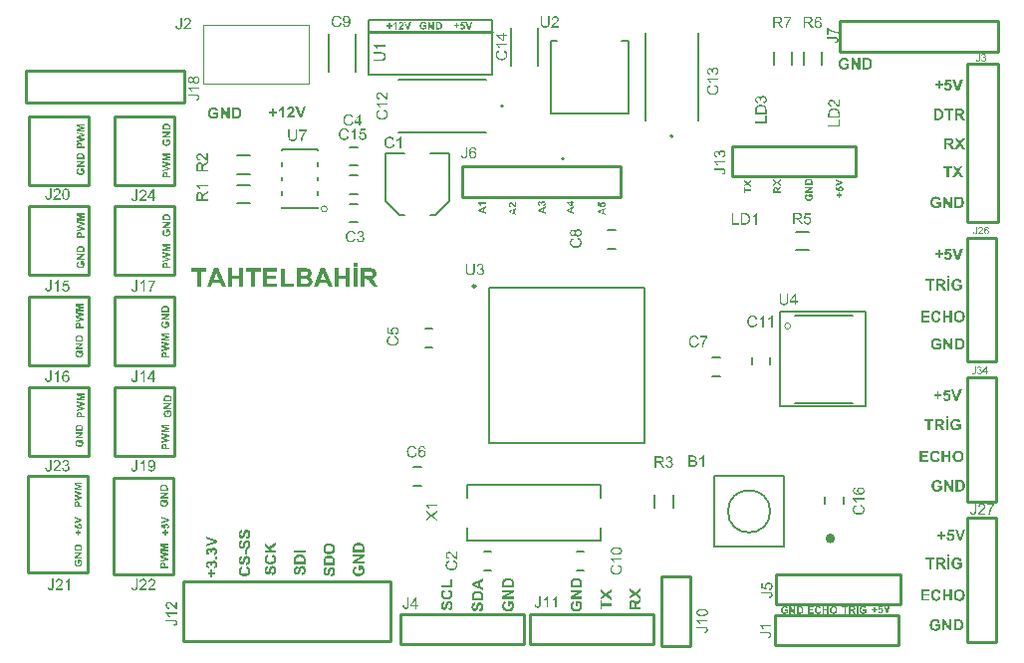
<source format=gto>
G04*
G04 #@! TF.GenerationSoftware,Altium Limited,Altium Designer,20.0.13 (296)*
G04*
G04 Layer_Color=65535*
%FSLAX44Y44*%
%MOMM*%
G71*
G01*
G75*
%ADD10C,0.2500*%
%ADD11C,0.2000*%
%ADD12C,0.0000*%
%ADD13C,0.1270*%
%ADD14C,0.4000*%
%ADD15C,0.2540*%
%ADD16C,0.2032*%
%ADD17C,0.1524*%
%ADD18C,0.1000*%
G36*
X122947Y217980D02*
X123025D01*
X123210Y217961D01*
X123425Y217941D01*
X123649Y217903D01*
X123883Y217854D01*
X124108Y217785D01*
X124118D01*
X124137Y217776D01*
X124176Y217766D01*
X124225Y217746D01*
X124283Y217717D01*
X124352Y217688D01*
X124508Y217610D01*
X124693Y217512D01*
X124878Y217395D01*
X125064Y217259D01*
X125239Y217103D01*
X125249Y217083D01*
X125298Y217044D01*
X125356Y216966D01*
X125424Y216869D01*
X125512Y216732D01*
X125600Y216576D01*
X125678Y216400D01*
X125756Y216196D01*
X125766Y216176D01*
X125776Y216118D01*
X125795Y216030D01*
X125815Y215893D01*
X125844Y215737D01*
X125864Y215542D01*
X125873Y215308D01*
X125883Y215054D01*
Y212635D01*
X119475D01*
Y215181D01*
X119485Y215259D01*
X119494Y215435D01*
X119504Y215640D01*
X119524Y215835D01*
X119563Y216030D01*
X119602Y216205D01*
Y216215D01*
X119611Y216235D01*
X119621Y216264D01*
X119631Y216303D01*
X119680Y216400D01*
X119738Y216537D01*
X119816Y216683D01*
X119923Y216839D01*
X120050Y217005D01*
X120197Y217161D01*
Y217171D01*
X120216Y217181D01*
X120275Y217229D01*
X120362Y217298D01*
X120479Y217395D01*
X120635Y217493D01*
X120811Y217590D01*
X121006Y217688D01*
X121230Y217776D01*
X121240D01*
X121260Y217785D01*
X121289Y217795D01*
X121338Y217805D01*
X121396Y217824D01*
X121474Y217844D01*
X121552Y217864D01*
X121650Y217883D01*
X121757Y217903D01*
X121865Y217922D01*
X122128Y217961D01*
X122420Y217980D01*
X122742Y217990D01*
X122752D01*
X122781D01*
X122820D01*
X122879D01*
X122947Y217980D01*
D02*
G37*
G36*
X125883Y209973D02*
X121679Y207378D01*
X125883D01*
Y206179D01*
X119475D01*
Y207427D01*
X123776Y210070D01*
X119475D01*
Y211270D01*
X125883D01*
Y209973D01*
D02*
G37*
G36*
X125034Y204960D02*
X125083Y204901D01*
X125151Y204813D01*
X125249Y204677D01*
X125356Y204511D01*
X125473Y204306D01*
X125590Y204072D01*
X125707Y203799D01*
Y203789D01*
X125717Y203760D01*
X125737Y203721D01*
X125756Y203662D01*
X125776Y203594D01*
X125795Y203516D01*
X125824Y203418D01*
X125854Y203311D01*
X125903Y203077D01*
X125951Y202814D01*
X125990Y202531D01*
X126000Y202238D01*
Y202141D01*
X125990Y202072D01*
Y201985D01*
X125981Y201877D01*
X125961Y201770D01*
X125951Y201643D01*
X125893Y201370D01*
X125824Y201077D01*
X125717Y200775D01*
X125659Y200629D01*
X125581Y200483D01*
X125571Y200473D01*
X125561Y200453D01*
X125532Y200414D01*
X125503Y200366D01*
X125464Y200297D01*
X125405Y200229D01*
X125268Y200063D01*
X125103Y199888D01*
X124898Y199702D01*
X124654Y199527D01*
X124381Y199371D01*
X124371D01*
X124342Y199351D01*
X124303Y199341D01*
X124244Y199312D01*
X124166Y199283D01*
X124079Y199254D01*
X123981Y199224D01*
X123874Y199185D01*
X123747Y199146D01*
X123610Y199117D01*
X123328Y199058D01*
X123006Y199020D01*
X122664Y199000D01*
X122654D01*
X122615D01*
X122567D01*
X122499Y199010D01*
X122411D01*
X122303Y199020D01*
X122196Y199039D01*
X122069Y199049D01*
X121796Y199097D01*
X121494Y199176D01*
X121192Y199273D01*
X120889Y199410D01*
X120879Y199419D01*
X120850Y199429D01*
X120811Y199458D01*
X120762Y199488D01*
X120694Y199536D01*
X120616Y199585D01*
X120450Y199722D01*
X120255Y199897D01*
X120050Y200102D01*
X119865Y200356D01*
X119689Y200639D01*
Y200648D01*
X119680Y200668D01*
X119660Y200697D01*
X119641Y200746D01*
X119611Y200814D01*
X119592Y200882D01*
X119563Y200970D01*
X119524Y201058D01*
X119494Y201165D01*
X119465Y201282D01*
X119446Y201409D01*
X119416Y201546D01*
X119377Y201838D01*
X119368Y202170D01*
Y202287D01*
X119377Y202365D01*
X119387Y202463D01*
X119397Y202580D01*
X119407Y202706D01*
X119426Y202853D01*
X119494Y203145D01*
X119582Y203457D01*
X119641Y203604D01*
X119709Y203750D01*
X119787Y203896D01*
X119875Y204023D01*
X119885Y204033D01*
X119894Y204052D01*
X119923Y204091D01*
X119963Y204130D01*
X120021Y204189D01*
X120080Y204247D01*
X120148Y204316D01*
X120236Y204384D01*
X120323Y204462D01*
X120431Y204530D01*
X120538Y204608D01*
X120665Y204677D01*
X120928Y204794D01*
X121084Y204852D01*
X121240Y204891D01*
X121484Y203604D01*
X121474D01*
X121465Y203594D01*
X121406Y203574D01*
X121318Y203545D01*
X121211Y203487D01*
X121094Y203418D01*
X120977Y203331D01*
X120850Y203223D01*
X120743Y203097D01*
X120733Y203077D01*
X120704Y203028D01*
X120655Y202950D01*
X120606Y202843D01*
X120557Y202706D01*
X120509Y202550D01*
X120479Y202365D01*
X120470Y202170D01*
Y202092D01*
X120479Y202033D01*
X120489Y201955D01*
X120499Y201877D01*
X120538Y201682D01*
X120606Y201468D01*
X120704Y201243D01*
X120762Y201136D01*
X120831Y201029D01*
X120918Y200921D01*
X121016Y200824D01*
X121026Y200814D01*
X121045Y200804D01*
X121074Y200775D01*
X121113Y200746D01*
X121172Y200707D01*
X121240Y200668D01*
X121318Y200629D01*
X121416Y200580D01*
X121523Y200531D01*
X121640Y200492D01*
X121777Y200453D01*
X121913Y200414D01*
X122069Y200385D01*
X122245Y200356D01*
X122420Y200346D01*
X122615Y200336D01*
X122625D01*
X122664D01*
X122723D01*
X122801Y200346D01*
X122898Y200356D01*
X123006Y200366D01*
X123123Y200375D01*
X123259Y200395D01*
X123532Y200453D01*
X123825Y200551D01*
X123961Y200600D01*
X124088Y200668D01*
X124215Y200746D01*
X124332Y200834D01*
X124342Y200843D01*
X124352Y200853D01*
X124381Y200882D01*
X124420Y200921D01*
X124459Y200980D01*
X124508Y201038D01*
X124566Y201107D01*
X124615Y201195D01*
X124722Y201380D01*
X124810Y201604D01*
X124849Y201731D01*
X124869Y201868D01*
X124888Y202014D01*
X124898Y202160D01*
Y202228D01*
X124888Y202306D01*
X124878Y202414D01*
X124859Y202531D01*
X124830Y202667D01*
X124791Y202814D01*
X124742Y202970D01*
X124732Y202989D01*
X124712Y203038D01*
X124683Y203116D01*
X124635Y203214D01*
X124576Y203321D01*
X124508Y203438D01*
X124439Y203555D01*
X124352Y203672D01*
X123532D01*
Y202199D01*
X122450D01*
Y204979D01*
X125015D01*
X125034Y204960D01*
D02*
G37*
G36*
X46947Y90981D02*
X47025D01*
X47210Y90961D01*
X47425Y90941D01*
X47649Y90903D01*
X47884Y90854D01*
X48108Y90785D01*
X48118D01*
X48137Y90776D01*
X48176Y90766D01*
X48225Y90746D01*
X48283Y90717D01*
X48352Y90688D01*
X48508Y90610D01*
X48693Y90512D01*
X48878Y90395D01*
X49064Y90259D01*
X49239Y90103D01*
X49249Y90083D01*
X49298Y90044D01*
X49356Y89966D01*
X49425Y89869D01*
X49512Y89732D01*
X49600Y89576D01*
X49678Y89400D01*
X49756Y89196D01*
X49766Y89176D01*
X49776Y89118D01*
X49795Y89030D01*
X49815Y88893D01*
X49844Y88737D01*
X49864Y88542D01*
X49873Y88308D01*
X49883Y88054D01*
Y85635D01*
X43475D01*
Y88181D01*
X43485Y88259D01*
X43494Y88435D01*
X43504Y88640D01*
X43524Y88835D01*
X43563Y89030D01*
X43602Y89205D01*
Y89215D01*
X43611Y89235D01*
X43621Y89264D01*
X43631Y89303D01*
X43680Y89400D01*
X43738Y89537D01*
X43816Y89683D01*
X43924Y89839D01*
X44050Y90005D01*
X44197Y90161D01*
Y90171D01*
X44216Y90181D01*
X44275Y90230D01*
X44362Y90298D01*
X44479Y90395D01*
X44636Y90493D01*
X44811Y90590D01*
X45006Y90688D01*
X45230Y90776D01*
X45240D01*
X45260Y90785D01*
X45289Y90795D01*
X45338Y90805D01*
X45396Y90824D01*
X45474Y90844D01*
X45552Y90864D01*
X45650Y90883D01*
X45757Y90903D01*
X45865Y90922D01*
X46128Y90961D01*
X46420Y90981D01*
X46742Y90990D01*
X46752D01*
X46781D01*
X46820D01*
X46879D01*
X46947Y90981D01*
D02*
G37*
G36*
X49883Y82973D02*
X45679Y80378D01*
X49883D01*
Y79179D01*
X43475D01*
Y80427D01*
X47776Y83070D01*
X43475D01*
Y84270D01*
X49883D01*
Y82973D01*
D02*
G37*
G36*
X49034Y77959D02*
X49083Y77901D01*
X49151Y77813D01*
X49249Y77677D01*
X49356Y77511D01*
X49473Y77306D01*
X49590Y77072D01*
X49707Y76799D01*
Y76789D01*
X49717Y76760D01*
X49737Y76721D01*
X49756Y76662D01*
X49776Y76594D01*
X49795Y76516D01*
X49824Y76418D01*
X49854Y76311D01*
X49903Y76077D01*
X49951Y75814D01*
X49990Y75531D01*
X50000Y75238D01*
Y75141D01*
X49990Y75072D01*
Y74985D01*
X49981Y74877D01*
X49961Y74770D01*
X49951Y74643D01*
X49893Y74370D01*
X49824Y74078D01*
X49717Y73775D01*
X49659Y73629D01*
X49581Y73483D01*
X49571Y73473D01*
X49561Y73453D01*
X49532Y73414D01*
X49503Y73366D01*
X49464Y73297D01*
X49405Y73229D01*
X49268Y73063D01*
X49103Y72888D01*
X48898Y72702D01*
X48654Y72527D01*
X48381Y72371D01*
X48371D01*
X48342Y72351D01*
X48303Y72341D01*
X48244Y72312D01*
X48166Y72283D01*
X48078Y72254D01*
X47981Y72224D01*
X47874Y72185D01*
X47747Y72146D01*
X47610Y72117D01*
X47327Y72059D01*
X47006Y72020D01*
X46664Y72000D01*
X46655D01*
X46616D01*
X46567D01*
X46498Y72010D01*
X46411D01*
X46303Y72020D01*
X46196Y72039D01*
X46069Y72049D01*
X45796Y72098D01*
X45494Y72176D01*
X45191Y72273D01*
X44889Y72410D01*
X44879Y72419D01*
X44850Y72429D01*
X44811Y72458D01*
X44762Y72488D01*
X44694Y72537D01*
X44616Y72585D01*
X44450Y72722D01*
X44255Y72897D01*
X44050Y73102D01*
X43865Y73356D01*
X43689Y73639D01*
Y73648D01*
X43680Y73668D01*
X43660Y73697D01*
X43641Y73746D01*
X43611Y73814D01*
X43592Y73882D01*
X43563Y73970D01*
X43524Y74058D01*
X43494Y74165D01*
X43465Y74282D01*
X43446Y74409D01*
X43416Y74546D01*
X43377Y74838D01*
X43368Y75170D01*
Y75287D01*
X43377Y75365D01*
X43387Y75462D01*
X43397Y75580D01*
X43407Y75706D01*
X43426Y75853D01*
X43494Y76145D01*
X43582Y76457D01*
X43641Y76604D01*
X43709Y76750D01*
X43787Y76896D01*
X43875Y77023D01*
X43885Y77033D01*
X43894Y77052D01*
X43924Y77091D01*
X43962Y77130D01*
X44021Y77189D01*
X44080Y77247D01*
X44148Y77316D01*
X44236Y77384D01*
X44323Y77462D01*
X44431Y77530D01*
X44538Y77608D01*
X44665Y77677D01*
X44928Y77794D01*
X45084Y77852D01*
X45240Y77891D01*
X45484Y76604D01*
X45474D01*
X45465Y76594D01*
X45406Y76574D01*
X45318Y76545D01*
X45211Y76487D01*
X45094Y76418D01*
X44977Y76331D01*
X44850Y76223D01*
X44743Y76097D01*
X44733Y76077D01*
X44704Y76028D01*
X44655Y75950D01*
X44606Y75843D01*
X44557Y75706D01*
X44509Y75550D01*
X44479Y75365D01*
X44470Y75170D01*
Y75092D01*
X44479Y75033D01*
X44489Y74955D01*
X44499Y74877D01*
X44538Y74682D01*
X44606Y74468D01*
X44704Y74243D01*
X44762Y74136D01*
X44831Y74029D01*
X44918Y73921D01*
X45016Y73824D01*
X45026Y73814D01*
X45045Y73804D01*
X45074Y73775D01*
X45113Y73746D01*
X45172Y73707D01*
X45240Y73668D01*
X45318Y73629D01*
X45416Y73580D01*
X45523Y73531D01*
X45640Y73492D01*
X45777Y73453D01*
X45913Y73414D01*
X46069Y73385D01*
X46245Y73356D01*
X46420Y73346D01*
X46616Y73336D01*
X46625D01*
X46664D01*
X46723D01*
X46801Y73346D01*
X46898Y73356D01*
X47006Y73366D01*
X47123Y73375D01*
X47259Y73395D01*
X47532Y73453D01*
X47825Y73551D01*
X47962Y73600D01*
X48088Y73668D01*
X48215Y73746D01*
X48332Y73834D01*
X48342Y73843D01*
X48352Y73853D01*
X48381Y73882D01*
X48420Y73921D01*
X48459Y73980D01*
X48508Y74039D01*
X48566Y74107D01*
X48615Y74195D01*
X48722Y74380D01*
X48810Y74604D01*
X48849Y74731D01*
X48869Y74868D01*
X48888Y75014D01*
X48898Y75160D01*
Y75228D01*
X48888Y75307D01*
X48878Y75414D01*
X48859Y75531D01*
X48830Y75667D01*
X48791Y75814D01*
X48742Y75970D01*
X48732Y75989D01*
X48713Y76038D01*
X48683Y76116D01*
X48635Y76214D01*
X48576Y76321D01*
X48508Y76438D01*
X48439Y76555D01*
X48352Y76672D01*
X47532D01*
Y75199D01*
X46450D01*
Y77979D01*
X49015D01*
X49034Y77959D01*
D02*
G37*
G36*
X52000Y218380D02*
X46957Y218371D01*
X52000Y217103D01*
Y215864D01*
X46957Y214596D01*
X52000D01*
Y213396D01*
X45592D01*
Y215327D01*
X49971Y216488D01*
X45592Y217629D01*
Y219580D01*
X52000D01*
Y218380D01*
D02*
G37*
G36*
Y211192D02*
Y209807D01*
X47211Y208529D01*
X52000Y207261D01*
Y205837D01*
X45592Y204345D01*
Y205672D01*
X50001Y206618D01*
X45592Y207788D01*
Y209319D01*
X50069Y210451D01*
X45592Y211426D01*
Y212733D01*
X52000Y211192D01*
D02*
G37*
G36*
X47777Y203896D02*
X47913Y203877D01*
X48069Y203857D01*
X48235Y203818D01*
X48401Y203760D01*
X48557Y203692D01*
X48576Y203682D01*
X48625Y203652D01*
X48693Y203604D01*
X48781Y203545D01*
X48889Y203467D01*
X48996Y203370D01*
X49093Y203262D01*
X49191Y203145D01*
X49201Y203136D01*
X49230Y203087D01*
X49269Y203018D01*
X49308Y202941D01*
X49366Y202833D01*
X49415Y202726D01*
X49454Y202599D01*
X49493Y202472D01*
Y202453D01*
X49503Y202423D01*
Y202384D01*
X49513Y202336D01*
X49523Y202277D01*
X49532Y202209D01*
Y202131D01*
X49542Y202043D01*
X49552Y201946D01*
X49562Y201838D01*
X49571Y201712D01*
Y201585D01*
X49581Y201448D01*
Y200297D01*
X52000D01*
Y199000D01*
X45592D01*
Y201458D01*
X45602Y201575D01*
Y201702D01*
X45611Y201965D01*
X45631Y202219D01*
X45641Y202336D01*
X45660Y202443D01*
X45670Y202531D01*
X45689Y202609D01*
Y202619D01*
X45699Y202638D01*
X45709Y202658D01*
X45719Y202697D01*
X45758Y202804D01*
X45826Y202931D01*
X45904Y203077D01*
X46021Y203223D01*
X46158Y203379D01*
X46323Y203526D01*
X46333D01*
X46343Y203545D01*
X46372Y203565D01*
X46411Y203584D01*
X46460Y203613D01*
X46519Y203643D01*
X46655Y203721D01*
X46840Y203789D01*
X47055Y203848D01*
X47299Y203887D01*
X47572Y203906D01*
X47582D01*
X47601D01*
X47630D01*
X47669D01*
X47777Y203896D01*
D02*
G37*
G36*
X283916Y327477D02*
X280889D01*
Y330382D01*
X283916D01*
Y327477D01*
D02*
G37*
G36*
X277520Y310000D02*
X274274D01*
Y317006D01*
X267952D01*
Y310000D01*
X264705D01*
Y326037D01*
X267952D01*
Y319715D01*
X274274D01*
Y326037D01*
X277520D01*
Y310000D01*
D02*
G37*
G36*
X186766Y310000D02*
X183520D01*
Y317006D01*
X177198D01*
Y310000D01*
X173951D01*
Y326037D01*
X177198D01*
Y319715D01*
X183520D01*
Y326037D01*
X186766D01*
Y310000D01*
D02*
G37*
G36*
X294485Y326013D02*
X294997D01*
X295266Y325988D01*
X295876Y325939D01*
X296486Y325842D01*
X297072Y325744D01*
X297341Y325671D01*
X297560Y325598D01*
X297585D01*
X297609Y325573D01*
X297756Y325524D01*
X297975Y325402D01*
X298244Y325232D01*
X298537Y325012D01*
X298854Y324743D01*
X299147Y324426D01*
X299440Y324035D01*
X299464Y323987D01*
X299562Y323840D01*
X299660Y323620D01*
X299806Y323303D01*
X299928Y322937D01*
X300050Y322522D01*
X300123Y322034D01*
X300148Y321521D01*
Y321497D01*
Y321448D01*
Y321350D01*
X300123Y321228D01*
Y321058D01*
X300099Y320887D01*
X300026Y320472D01*
X299879Y320008D01*
X299684Y319495D01*
X299440Y319007D01*
X299269Y318763D01*
X299074Y318543D01*
Y318519D01*
X299025Y318494D01*
X298952Y318446D01*
X298878Y318348D01*
X298756Y318275D01*
X298634Y318153D01*
X298463Y318031D01*
X298293Y317909D01*
X298073Y317787D01*
X297853Y317665D01*
X297585Y317542D01*
X297292Y317421D01*
X296999Y317298D01*
X296657Y317201D01*
X296315Y317128D01*
X295925Y317054D01*
X295949D01*
X295974Y317030D01*
X296096Y316957D01*
X296291Y316835D01*
X296535Y316664D01*
X296804Y316469D01*
X297097Y316224D01*
X297389Y315980D01*
X297658Y315712D01*
X297682Y315687D01*
X297780Y315565D01*
X297927Y315394D01*
X298146Y315126D01*
X298415Y314760D01*
X298708Y314321D01*
X298903Y314052D01*
X299074Y313759D01*
X299269Y313466D01*
X299489Y313124D01*
X301441Y310000D01*
X297560D01*
X295266Y313466D01*
X295241Y313491D01*
X295217Y313539D01*
X295144Y313637D01*
X295071Y313759D01*
X294973Y313930D01*
X294851Y314076D01*
X294582Y314467D01*
X294314Y314882D01*
X294021Y315248D01*
X293752Y315590D01*
X293655Y315736D01*
X293557Y315834D01*
X293533Y315858D01*
X293484Y315907D01*
X293386Y316005D01*
X293264Y316102D01*
X292947Y316322D01*
X292776Y316420D01*
X292581Y316493D01*
X292556D01*
X292483Y316517D01*
X292361Y316566D01*
X292190Y316591D01*
X291971Y316639D01*
X291702Y316664D01*
X291360Y316688D01*
X290335D01*
Y310000D01*
X287089D01*
Y326037D01*
X294265D01*
X294485Y326013D01*
D02*
G37*
G36*
X284013Y310000D02*
X280767D01*
Y326037D01*
X284013D01*
Y310000D01*
D02*
G37*
G36*
X262997D02*
X259482D01*
X258115Y313637D01*
X251646D01*
X250328Y310000D01*
X246911D01*
X253135Y326037D01*
X256553D01*
X262997Y310000D01*
D02*
G37*
G36*
X239856Y326013D02*
X240320Y325988D01*
X240784Y325964D01*
X241223Y325915D01*
X241614Y325866D01*
X241663D01*
X241785Y325842D01*
X241956Y325793D01*
X242175Y325720D01*
X242444Y325646D01*
X242737Y325524D01*
X243005Y325378D01*
X243298Y325207D01*
X243323Y325183D01*
X243420Y325109D01*
X243567Y325012D01*
X243738Y324841D01*
X243909Y324646D01*
X244128Y324426D01*
X244323Y324157D01*
X244519Y323865D01*
X244543Y323816D01*
X244592Y323718D01*
X244690Y323547D01*
X244787Y323327D01*
X244860Y323035D01*
X244958Y322717D01*
X245007Y322376D01*
X245031Y321985D01*
Y321936D01*
Y321790D01*
X245007Y321570D01*
X244958Y321302D01*
X244885Y320984D01*
X244763Y320643D01*
X244616Y320276D01*
X244421Y319910D01*
X244397Y319861D01*
X244299Y319764D01*
X244177Y319593D01*
X243982Y319398D01*
X243738Y319153D01*
X243469Y318934D01*
X243127Y318714D01*
X242761Y318519D01*
X242786D01*
X242834Y318494D01*
X242908Y318470D01*
X243005Y318446D01*
X243274Y318324D01*
X243591Y318177D01*
X243957Y317982D01*
X244323Y317738D01*
X244690Y317421D01*
X245007Y317054D01*
X245031Y317006D01*
X245129Y316884D01*
X245251Y316664D01*
X245422Y316371D01*
X245568Y316005D01*
X245690Y315614D01*
X245788Y315150D01*
X245812Y314638D01*
Y314589D01*
Y314443D01*
X245788Y314247D01*
X245739Y313954D01*
X245690Y313637D01*
X245593Y313271D01*
X245471Y312905D01*
X245300Y312514D01*
X245275Y312465D01*
X245202Y312343D01*
X245080Y312148D01*
X244934Y311928D01*
X244738Y311660D01*
X244494Y311391D01*
X244226Y311098D01*
X243909Y310854D01*
X243860Y310830D01*
X243762Y310757D01*
X243567Y310659D01*
X243298Y310537D01*
X242981Y310391D01*
X242615Y310268D01*
X242200Y310171D01*
X241736Y310098D01*
X241638D01*
X241565Y310073D01*
X241321D01*
X241150Y310049D01*
X240711D01*
X240418Y310024D01*
X239759D01*
X239344Y310000D01*
X232387D01*
Y326037D01*
X239442D01*
X239856Y326013D01*
D02*
G37*
G36*
X222038Y312710D02*
X230068D01*
Y310000D01*
X218791D01*
Y325891D01*
X222038D01*
Y312710D01*
D02*
G37*
G36*
X215642Y323327D02*
X207026Y323327D01*
Y319764D01*
X215032D01*
Y317054D01*
X207026D01*
Y312709D01*
X215960Y312710D01*
Y310000D01*
X203779Y310000D01*
Y326037D01*
X215642Y326037D01*
Y323327D01*
D02*
G37*
G36*
X201656Y323327D02*
X196945D01*
Y310000D01*
X193698D01*
Y323327D01*
X188987D01*
Y326037D01*
X201656D01*
Y323327D01*
D02*
G37*
G36*
X172243Y310000D02*
X168727D01*
X167361Y313637D01*
X160892D01*
X159574Y310000D01*
X156157D01*
X162381Y326037D01*
X165798D01*
X172243Y310000D01*
D02*
G37*
G36*
X155668Y323327D02*
X150957D01*
Y310000D01*
X147711D01*
Y323327D01*
X143000D01*
Y326037D01*
X155668D01*
Y323327D01*
D02*
G37*
G36*
X119947Y141980D02*
X120025D01*
X120211Y141961D01*
X120425Y141941D01*
X120649Y141902D01*
X120884Y141854D01*
X121108Y141785D01*
X121117D01*
X121137Y141776D01*
X121176Y141766D01*
X121225Y141746D01*
X121283Y141717D01*
X121352Y141688D01*
X121508Y141610D01*
X121693Y141512D01*
X121878Y141395D01*
X122064Y141259D01*
X122239Y141103D01*
X122249Y141083D01*
X122298Y141044D01*
X122356Y140966D01*
X122424Y140869D01*
X122512Y140732D01*
X122600Y140576D01*
X122678Y140400D01*
X122756Y140196D01*
X122766Y140176D01*
X122776Y140118D01*
X122795Y140030D01*
X122815Y139893D01*
X122844Y139737D01*
X122863Y139542D01*
X122873Y139308D01*
X122883Y139054D01*
Y136636D01*
X116475D01*
Y139181D01*
X116485Y139259D01*
X116494Y139435D01*
X116504Y139640D01*
X116524Y139835D01*
X116563Y140030D01*
X116602Y140205D01*
Y140215D01*
X116611Y140235D01*
X116621Y140264D01*
X116631Y140303D01*
X116680Y140400D01*
X116738Y140537D01*
X116816Y140683D01*
X116924Y140839D01*
X117050Y141005D01*
X117197Y141161D01*
Y141171D01*
X117216Y141181D01*
X117275Y141229D01*
X117362Y141298D01*
X117479Y141395D01*
X117635Y141493D01*
X117811Y141590D01*
X118006Y141688D01*
X118230Y141776D01*
X118240D01*
X118260Y141785D01*
X118289Y141795D01*
X118338Y141805D01*
X118396Y141824D01*
X118474Y141844D01*
X118552Y141863D01*
X118650Y141883D01*
X118757Y141902D01*
X118864Y141922D01*
X119128Y141961D01*
X119420Y141980D01*
X119742Y141990D01*
X119752D01*
X119781D01*
X119820D01*
X119879D01*
X119947Y141980D01*
D02*
G37*
G36*
X122883Y133973D02*
X118679Y131378D01*
X122883D01*
Y130179D01*
X116475D01*
Y131427D01*
X120776Y134070D01*
X116475D01*
Y135270D01*
X122883D01*
Y133973D01*
D02*
G37*
G36*
X122034Y128959D02*
X122083Y128901D01*
X122151Y128813D01*
X122249Y128677D01*
X122356Y128511D01*
X122473Y128306D01*
X122590Y128072D01*
X122707Y127799D01*
Y127789D01*
X122717Y127760D01*
X122737Y127721D01*
X122756Y127662D01*
X122776Y127594D01*
X122795Y127516D01*
X122824Y127418D01*
X122854Y127311D01*
X122902Y127077D01*
X122951Y126814D01*
X122990Y126531D01*
X123000Y126238D01*
Y126141D01*
X122990Y126072D01*
Y125985D01*
X122980Y125877D01*
X122961Y125770D01*
X122951Y125643D01*
X122893Y125370D01*
X122824Y125077D01*
X122717Y124775D01*
X122659Y124629D01*
X122581Y124482D01*
X122571Y124473D01*
X122561Y124453D01*
X122532Y124414D01*
X122502Y124366D01*
X122464Y124297D01*
X122405Y124229D01*
X122268Y124063D01*
X122103Y123888D01*
X121898Y123702D01*
X121654Y123527D01*
X121381Y123371D01*
X121371D01*
X121342Y123351D01*
X121303Y123341D01*
X121244Y123312D01*
X121166Y123283D01*
X121079Y123254D01*
X120981Y123224D01*
X120874Y123185D01*
X120747Y123146D01*
X120610Y123117D01*
X120328Y123059D01*
X120006Y123020D01*
X119664Y123000D01*
X119655D01*
X119615D01*
X119567D01*
X119498Y123010D01*
X119411D01*
X119303Y123020D01*
X119196Y123039D01*
X119069Y123049D01*
X118796Y123097D01*
X118494Y123175D01*
X118191Y123273D01*
X117889Y123410D01*
X117879Y123419D01*
X117850Y123429D01*
X117811Y123458D01*
X117762Y123488D01*
X117694Y123536D01*
X117616Y123585D01*
X117450Y123722D01*
X117255Y123897D01*
X117050Y124102D01*
X116865Y124356D01*
X116689Y124639D01*
Y124648D01*
X116680Y124668D01*
X116660Y124697D01*
X116641Y124746D01*
X116611Y124814D01*
X116592Y124882D01*
X116563Y124970D01*
X116524Y125058D01*
X116494Y125165D01*
X116465Y125282D01*
X116446Y125409D01*
X116416Y125546D01*
X116377Y125838D01*
X116368Y126170D01*
Y126287D01*
X116377Y126365D01*
X116387Y126462D01*
X116397Y126580D01*
X116406Y126706D01*
X116426Y126853D01*
X116494Y127145D01*
X116582Y127457D01*
X116641Y127604D01*
X116709Y127750D01*
X116787Y127896D01*
X116875Y128023D01*
X116884Y128033D01*
X116894Y128052D01*
X116924Y128091D01*
X116962Y128130D01*
X117021Y128189D01*
X117079Y128247D01*
X117148Y128316D01*
X117236Y128384D01*
X117323Y128462D01*
X117431Y128530D01*
X117538Y128608D01*
X117665Y128677D01*
X117928Y128794D01*
X118084Y128852D01*
X118240Y128891D01*
X118484Y127604D01*
X118474D01*
X118465Y127594D01*
X118406Y127574D01*
X118318Y127545D01*
X118211Y127487D01*
X118094Y127418D01*
X117977Y127331D01*
X117850Y127223D01*
X117743Y127097D01*
X117733Y127077D01*
X117704Y127028D01*
X117655Y126950D01*
X117606Y126843D01*
X117557Y126706D01*
X117509Y126550D01*
X117479Y126365D01*
X117470Y126170D01*
Y126092D01*
X117479Y126033D01*
X117489Y125955D01*
X117499Y125877D01*
X117538Y125682D01*
X117606Y125468D01*
X117704Y125243D01*
X117762Y125136D01*
X117831Y125029D01*
X117918Y124921D01*
X118016Y124824D01*
X118026Y124814D01*
X118045Y124804D01*
X118074Y124775D01*
X118113Y124746D01*
X118172Y124707D01*
X118240Y124668D01*
X118318Y124629D01*
X118416Y124580D01*
X118523Y124531D01*
X118640Y124492D01*
X118777Y124453D01*
X118913Y124414D01*
X119069Y124385D01*
X119245Y124356D01*
X119420Y124346D01*
X119615Y124336D01*
X119625D01*
X119664D01*
X119723D01*
X119801Y124346D01*
X119898Y124356D01*
X120006Y124366D01*
X120123Y124375D01*
X120259Y124395D01*
X120532Y124453D01*
X120825Y124551D01*
X120962Y124600D01*
X121088Y124668D01*
X121215Y124746D01*
X121332Y124834D01*
X121342Y124843D01*
X121352Y124853D01*
X121381Y124882D01*
X121420Y124921D01*
X121459Y124980D01*
X121508Y125038D01*
X121566Y125107D01*
X121615Y125195D01*
X121722Y125380D01*
X121810Y125604D01*
X121849Y125731D01*
X121869Y125868D01*
X121888Y126014D01*
X121898Y126160D01*
Y126228D01*
X121888Y126306D01*
X121878Y126414D01*
X121859Y126531D01*
X121830Y126667D01*
X121791Y126814D01*
X121742Y126970D01*
X121732Y126989D01*
X121713Y127038D01*
X121683Y127116D01*
X121635Y127213D01*
X121576Y127321D01*
X121508Y127438D01*
X121439Y127555D01*
X121352Y127672D01*
X120532D01*
Y126199D01*
X119450D01*
Y128979D01*
X122015D01*
X122034Y128959D01*
D02*
G37*
G36*
X124000Y269380D02*
X118957Y269371D01*
X124000Y268103D01*
Y266864D01*
X118957Y265596D01*
X124000D01*
Y264396D01*
X117592D01*
Y266327D01*
X121971Y267488D01*
X117592Y268629D01*
Y270580D01*
X124000D01*
Y269380D01*
D02*
G37*
G36*
Y262192D02*
Y260807D01*
X119211Y259529D01*
X124000Y258261D01*
Y256837D01*
X117592Y255345D01*
Y256671D01*
X122001Y257617D01*
X117592Y258788D01*
Y260319D01*
X122069Y261451D01*
X117592Y262426D01*
Y263733D01*
X124000Y262192D01*
D02*
G37*
G36*
X119777Y254896D02*
X119913Y254877D01*
X120069Y254857D01*
X120235Y254818D01*
X120401Y254760D01*
X120557Y254691D01*
X120576Y254682D01*
X120625Y254652D01*
X120694Y254604D01*
X120781Y254545D01*
X120889Y254467D01*
X120996Y254370D01*
X121093Y254262D01*
X121191Y254145D01*
X121201Y254135D01*
X121230Y254087D01*
X121269Y254018D01*
X121308Y253940D01*
X121367Y253833D01*
X121415Y253726D01*
X121454Y253599D01*
X121493Y253472D01*
Y253453D01*
X121503Y253424D01*
Y253384D01*
X121513Y253336D01*
X121523Y253277D01*
X121532Y253209D01*
Y253131D01*
X121542Y253043D01*
X121552Y252945D01*
X121562Y252838D01*
X121571Y252712D01*
Y252585D01*
X121581Y252448D01*
Y251297D01*
X124000D01*
Y250000D01*
X117592D01*
Y252458D01*
X117602Y252575D01*
Y252702D01*
X117611Y252965D01*
X117631Y253219D01*
X117641Y253336D01*
X117660Y253443D01*
X117670Y253531D01*
X117689Y253609D01*
Y253619D01*
X117699Y253638D01*
X117709Y253658D01*
X117719Y253697D01*
X117758Y253804D01*
X117826Y253931D01*
X117904Y254077D01*
X118021Y254223D01*
X118158Y254379D01*
X118323Y254526D01*
X118333D01*
X118343Y254545D01*
X118372Y254565D01*
X118411Y254584D01*
X118460Y254613D01*
X118518Y254643D01*
X118655Y254721D01*
X118840Y254789D01*
X119055Y254848D01*
X119299Y254886D01*
X119572Y254906D01*
X119582D01*
X119601D01*
X119630D01*
X119669D01*
X119777Y254896D01*
D02*
G37*
G36*
X364824Y54195D02*
X355300D01*
Y56141D01*
X363200D01*
Y60954D01*
X364824D01*
Y54195D01*
D02*
G37*
G36*
X361942Y52469D02*
X362015Y52439D01*
X362132Y52396D01*
X362264Y52352D01*
X362410Y52293D01*
X362586Y52220D01*
X362762Y52132D01*
X363142Y51942D01*
X363537Y51693D01*
X363903Y51386D01*
X364078Y51225D01*
X364225Y51035D01*
X364239Y51020D01*
X364254Y50991D01*
X364298Y50932D01*
X364342Y50859D01*
X364400Y50757D01*
X364459Y50640D01*
X364532Y50494D01*
X364605Y50333D01*
X364678Y50157D01*
X364751Y49967D01*
X364810Y49762D01*
X364868Y49543D01*
X364912Y49294D01*
X364956Y49045D01*
X364971Y48767D01*
X364985Y48489D01*
Y48401D01*
X364971Y48299D01*
Y48167D01*
X364941Y48006D01*
X364912Y47816D01*
X364883Y47611D01*
X364824Y47377D01*
X364751Y47129D01*
X364664Y46880D01*
X364561Y46617D01*
X364429Y46353D01*
X364283Y46090D01*
X364108Y45827D01*
X363917Y45578D01*
X363683Y45344D01*
X363669Y45329D01*
X363625Y45285D01*
X363552Y45227D01*
X363449Y45153D01*
X363317Y45066D01*
X363157Y44949D01*
X362966Y44846D01*
X362747Y44729D01*
X362513Y44612D01*
X362235Y44510D01*
X361942Y44407D01*
X361620Y44305D01*
X361284Y44232D01*
X360918Y44173D01*
X360523Y44129D01*
X360113Y44115D01*
X360084D01*
X360011D01*
X359879Y44129D01*
X359718D01*
X359514Y44159D01*
X359280Y44173D01*
X359031Y44217D01*
X358753Y44276D01*
X358446Y44334D01*
X358153Y44422D01*
X357831Y44510D01*
X357524Y44627D01*
X357217Y44773D01*
X356924Y44934D01*
X356646Y45124D01*
X356383Y45344D01*
X356368Y45358D01*
X356324Y45402D01*
X356266Y45475D01*
X356178Y45563D01*
X356076Y45695D01*
X355958Y45841D01*
X355841Y46017D01*
X355710Y46221D01*
X355593Y46441D01*
X355476Y46690D01*
X355359Y46953D01*
X355256Y47246D01*
X355168Y47553D01*
X355110Y47889D01*
X355066Y48240D01*
X355051Y48606D01*
Y48782D01*
X355066Y48899D01*
X355081Y49045D01*
X355110Y49221D01*
X355139Y49411D01*
X355183Y49616D01*
X355242Y49850D01*
X355315Y50069D01*
X355388Y50318D01*
X355490Y50552D01*
X355622Y50786D01*
X355754Y51020D01*
X355914Y51240D01*
X356105Y51459D01*
Y51474D01*
X356134Y51488D01*
X356222Y51562D01*
X356353Y51679D01*
X356558Y51825D01*
X356807Y51986D01*
X357100Y52161D01*
X357451Y52322D01*
X357860Y52454D01*
X358314Y50538D01*
X358299D01*
X358285Y50523D01*
X358197Y50508D01*
X358065Y50450D01*
X357890Y50377D01*
X357699Y50289D01*
X357509Y50157D01*
X357319Y50011D01*
X357144Y49821D01*
X357129Y49791D01*
X357070Y49718D01*
X356997Y49616D01*
X356924Y49455D01*
X356836Y49265D01*
X356778Y49031D01*
X356719Y48782D01*
X356705Y48504D01*
Y48401D01*
X356719Y48328D01*
X356734Y48240D01*
X356749Y48138D01*
X356807Y47889D01*
X356895Y47611D01*
X357026Y47319D01*
X357114Y47187D01*
X357217Y47041D01*
X357348Y46909D01*
X357480Y46778D01*
X357495D01*
X357509Y46748D01*
X357568Y46719D01*
X357626Y46675D01*
X357714Y46631D01*
X357817Y46573D01*
X357934Y46514D01*
X358080Y46456D01*
X358241Y46382D01*
X358416Y46324D01*
X358621Y46265D01*
X358855Y46221D01*
X359089Y46178D01*
X359367Y46148D01*
X359660Y46134D01*
X359967Y46119D01*
X359982D01*
X360040D01*
X360143D01*
X360260Y46134D01*
X360421D01*
X360582Y46148D01*
X360772Y46178D01*
X360977Y46207D01*
X361401Y46280D01*
X361840Y46397D01*
X362045Y46470D01*
X362235Y46558D01*
X362410Y46646D01*
X362571Y46763D01*
X362586Y46778D01*
X362601Y46792D01*
X362688Y46880D01*
X362805Y47026D01*
X362952Y47216D01*
X363098Y47465D01*
X363215Y47758D01*
X363303Y48094D01*
X363317Y48270D01*
X363332Y48460D01*
Y48533D01*
X363317Y48592D01*
X363303Y48738D01*
X363274Y48913D01*
X363215Y49133D01*
X363127Y49352D01*
X363010Y49572D01*
X362849Y49791D01*
X362820Y49821D01*
X362762Y49879D01*
X362630Y49981D01*
X362469Y50099D01*
X362249Y50230D01*
X361972Y50362D01*
X361664Y50494D01*
X361284Y50596D01*
X361869Y52483D01*
X361884D01*
X361942Y52469D01*
D02*
G37*
G36*
X362337Y42783D02*
X362542Y42754D01*
X362776Y42696D01*
X363040Y42622D01*
X363317Y42505D01*
X363596Y42344D01*
X363610D01*
X363625Y42330D01*
X363713Y42257D01*
X363844Y42154D01*
X363991Y42008D01*
X364166Y41832D01*
X364342Y41598D01*
X364517Y41350D01*
X364664Y41042D01*
Y41028D01*
X364678Y40999D01*
X364693Y40955D01*
X364722Y40896D01*
X364737Y40808D01*
X364766Y40721D01*
X364795Y40603D01*
X364824Y40472D01*
X364898Y40164D01*
X364941Y39813D01*
X364985Y39418D01*
X365000Y38965D01*
Y38789D01*
X364985Y38658D01*
X364971Y38511D01*
X364956Y38336D01*
X364927Y38145D01*
X364898Y37926D01*
X364795Y37473D01*
X364722Y37239D01*
X364649Y37004D01*
X364547Y36785D01*
X364444Y36565D01*
X364312Y36346D01*
X364166Y36156D01*
X364151Y36141D01*
X364122Y36112D01*
X364078Y36068D01*
X364005Y35995D01*
X363917Y35922D01*
X363815Y35834D01*
X363683Y35746D01*
X363552Y35644D01*
X363376Y35541D01*
X363200Y35439D01*
X362996Y35351D01*
X362776Y35249D01*
X362542Y35176D01*
X362279Y35102D01*
X362001Y35044D01*
X361708Y35000D01*
X361518Y36887D01*
X361533D01*
X361562Y36902D01*
X361606D01*
X361679Y36917D01*
X361840Y36960D01*
X362059Y37034D01*
X362279Y37121D01*
X362513Y37239D01*
X362732Y37385D01*
X362923Y37560D01*
X362937Y37590D01*
X362996Y37663D01*
X363054Y37780D01*
X363142Y37941D01*
X363215Y38145D01*
X363288Y38380D01*
X363347Y38658D01*
X363361Y38979D01*
Y39140D01*
X363347Y39301D01*
X363317Y39506D01*
X363259Y39740D01*
X363200Y39974D01*
X363098Y40194D01*
X362966Y40384D01*
X362952Y40399D01*
X362893Y40457D01*
X362820Y40530D01*
X362703Y40633D01*
X362571Y40721D01*
X362410Y40794D01*
X362235Y40852D01*
X362045Y40867D01*
X362030D01*
X361986D01*
X361928Y40852D01*
X361840Y40837D01*
X361664Y40779D01*
X361562Y40735D01*
X361474Y40662D01*
X361459Y40647D01*
X361430Y40618D01*
X361386Y40574D01*
X361328Y40501D01*
X361255Y40399D01*
X361196Y40282D01*
X361123Y40135D01*
X361050Y39960D01*
Y39945D01*
X361021Y39887D01*
X360991Y39784D01*
X360947Y39638D01*
X360918Y39550D01*
X360889Y39433D01*
X360860Y39316D01*
X360816Y39170D01*
X360772Y39009D01*
X360728Y38833D01*
X360684Y38643D01*
X360625Y38424D01*
Y38409D01*
X360611Y38350D01*
X360582Y38277D01*
X360552Y38175D01*
X360523Y38043D01*
X360479Y37897D01*
X360362Y37575D01*
X360230Y37209D01*
X360070Y36843D01*
X359879Y36522D01*
X359777Y36375D01*
X359674Y36244D01*
X359660Y36229D01*
X359631Y36200D01*
X359587Y36156D01*
X359528Y36112D01*
X359455Y36039D01*
X359367Y35966D01*
X359250Y35893D01*
X359133Y35805D01*
X358855Y35644D01*
X358519Y35497D01*
X358343Y35454D01*
X358153Y35410D01*
X357948Y35380D01*
X357743Y35366D01*
X357729D01*
X357714D01*
X357670D01*
X357612D01*
X357480Y35395D01*
X357290Y35424D01*
X357085Y35468D01*
X356851Y35541D01*
X356617Y35644D01*
X356368Y35775D01*
X356353D01*
X356339Y35790D01*
X356266Y35849D01*
X356149Y35951D01*
X356002Y36083D01*
X355841Y36244D01*
X355680Y36448D01*
X355519Y36683D01*
X355388Y36960D01*
Y36975D01*
X355373Y36990D01*
X355359Y37048D01*
X355329Y37107D01*
X355315Y37180D01*
X355285Y37268D01*
X355212Y37487D01*
X355154Y37765D01*
X355110Y38087D01*
X355066Y38453D01*
X355051Y38848D01*
Y39023D01*
X355066Y39140D01*
X355081Y39301D01*
X355095Y39477D01*
X355125Y39667D01*
X355154Y39872D01*
X355242Y40311D01*
X355388Y40764D01*
X355476Y40984D01*
X355593Y41189D01*
X355710Y41393D01*
X355856Y41569D01*
X355871Y41584D01*
X355900Y41613D01*
X355944Y41657D01*
X356002Y41715D01*
X356076Y41789D01*
X356178Y41862D01*
X356295Y41949D01*
X356427Y42037D01*
X356573Y42125D01*
X356734Y42198D01*
X357085Y42359D01*
X357290Y42418D01*
X357509Y42476D01*
X357743Y42520D01*
X357977Y42535D01*
X358051Y40589D01*
X358036D01*
X358021D01*
X357934Y40560D01*
X357802Y40530D01*
X357641Y40472D01*
X357465Y40399D01*
X357290Y40311D01*
X357129Y40194D01*
X356997Y40047D01*
X356982Y40033D01*
X356939Y39974D01*
X356895Y39887D01*
X356822Y39755D01*
X356763Y39579D01*
X356719Y39374D01*
X356675Y39126D01*
X356661Y38833D01*
Y38702D01*
X356675Y38541D01*
X356705Y38350D01*
X356749Y38145D01*
X356807Y37926D01*
X356895Y37707D01*
X357012Y37516D01*
X357026Y37502D01*
X357056Y37473D01*
X357100Y37429D01*
X357173Y37370D01*
X357261Y37312D01*
X357363Y37268D01*
X357480Y37239D01*
X357612Y37224D01*
X357626D01*
X357670D01*
X357729Y37239D01*
X357817Y37253D01*
X357904Y37297D01*
X358007Y37341D01*
X358094Y37414D01*
X358197Y37502D01*
X358212Y37516D01*
X358255Y37575D01*
X358314Y37692D01*
X358343Y37765D01*
X358387Y37868D01*
X358446Y37970D01*
X358489Y38102D01*
X358548Y38233D01*
X358592Y38409D01*
X358650Y38584D01*
X358709Y38789D01*
X358782Y39023D01*
X358841Y39272D01*
Y39287D01*
X358855Y39331D01*
X358870Y39404D01*
X358899Y39506D01*
X358928Y39623D01*
X358972Y39755D01*
X359045Y40062D01*
X359162Y40413D01*
X359265Y40750D01*
X359397Y41086D01*
X359455Y41233D01*
X359528Y41364D01*
Y41379D01*
X359543Y41393D01*
X359587Y41481D01*
X359674Y41598D01*
X359777Y41745D01*
X359923Y41920D01*
X360084Y42096D01*
X360289Y42257D01*
X360508Y42418D01*
X360538Y42432D01*
X360611Y42476D01*
X360757Y42549D01*
X360933Y42622D01*
X361152Y42681D01*
X361416Y42754D01*
X361708Y42798D01*
X362030Y42813D01*
X362045D01*
X362074D01*
X362118D01*
X362176D01*
X362337Y42783D01*
D02*
G37*
G36*
X500000Y50469D02*
X496752Y48348D01*
X500000Y46212D01*
Y43886D01*
X494996Y47207D01*
X490388Y44193D01*
Y46461D01*
X493270Y48348D01*
X490388Y50250D01*
Y52518D01*
X494996Y49504D01*
X500000Y52810D01*
Y50469D01*
D02*
G37*
G36*
X492012Y40770D02*
X500000D01*
Y38824D01*
X492012D01*
Y36000D01*
X490388D01*
Y43593D01*
X492012D01*
Y40770D01*
D02*
G37*
G36*
X442108Y383041D02*
X442186Y383031D01*
X442264Y383022D01*
X442361Y383002D01*
X442469Y382973D01*
X442693Y382895D01*
X442810Y382846D01*
X442927Y382788D01*
X443054Y382719D01*
X443171Y382631D01*
X443288Y382534D01*
X443405Y382427D01*
X443415Y382417D01*
X443434Y382397D01*
X443464Y382368D01*
X443493Y382319D01*
X443542Y382261D01*
X443590Y382183D01*
X443649Y382105D01*
X443698Y382007D01*
X443756Y381900D01*
X443815Y381783D01*
X443863Y381656D01*
X443903Y381520D01*
X443941Y381373D01*
X443971Y381227D01*
X443990Y381061D01*
X444000Y380895D01*
Y380807D01*
X443990Y380749D01*
X443980Y380671D01*
X443971Y380583D01*
X443961Y380486D01*
X443941Y380388D01*
X443883Y380154D01*
X443785Y379910D01*
X443737Y379793D01*
X443668Y379666D01*
X443590Y379549D01*
X443503Y379442D01*
X443493Y379432D01*
X443483Y379422D01*
X443454Y379393D01*
X443415Y379354D01*
X443366Y379305D01*
X443298Y379257D01*
X443229Y379208D01*
X443151Y379149D01*
X442966Y379032D01*
X442742Y378925D01*
X442488Y378837D01*
X442342Y378808D01*
X442196Y378788D01*
X442049Y379978D01*
X442059D01*
X442069D01*
X442127Y379988D01*
X442205Y380008D01*
X442313Y380037D01*
X442420Y380076D01*
X442537Y380125D01*
X442654Y380193D01*
X442752Y380281D01*
X442761Y380291D01*
X442791Y380330D01*
X442830Y380378D01*
X442869Y380456D01*
X442908Y380544D01*
X442947Y380642D01*
X442976Y380759D01*
X442986Y380886D01*
Y380954D01*
X442966Y381022D01*
X442947Y381110D01*
X442917Y381207D01*
X442869Y381315D01*
X442800Y381422D01*
X442703Y381529D01*
X442693Y381539D01*
X442644Y381568D01*
X442586Y381617D01*
X442498Y381666D01*
X442381Y381705D01*
X442244Y381754D01*
X442088Y381783D01*
X441913Y381793D01*
X441903D01*
X441893D01*
X441835D01*
X441747Y381783D01*
X441640Y381763D01*
X441523Y381734D01*
X441405Y381685D01*
X441279Y381627D01*
X441171Y381539D01*
X441162Y381529D01*
X441132Y381490D01*
X441084Y381441D01*
X441035Y381363D01*
X440986Y381276D01*
X440937Y381168D01*
X440908Y381051D01*
X440898Y380924D01*
Y380837D01*
X440908Y380769D01*
X440918Y380690D01*
X440937Y380593D01*
X440967Y380486D01*
X440996Y380369D01*
X440001Y380505D01*
Y380583D01*
X439991Y380681D01*
X439981Y380788D01*
X439962Y380905D01*
X439923Y381032D01*
X439865Y381159D01*
X439796Y381266D01*
X439786Y381276D01*
X439757Y381305D01*
X439699Y381354D01*
X439630Y381403D01*
X439543Y381451D01*
X439435Y381500D01*
X439318Y381529D01*
X439182Y381539D01*
X439172D01*
X439123D01*
X439065Y381529D01*
X438996Y381520D01*
X438918Y381490D01*
X438831Y381461D01*
X438743Y381412D01*
X438665Y381344D01*
X438655Y381334D01*
X438635Y381305D01*
X438606Y381266D01*
X438567Y381207D01*
X438528Y381129D01*
X438499Y381042D01*
X438479Y380934D01*
X438470Y380817D01*
Y380769D01*
X438479Y380710D01*
X438499Y380632D01*
X438528Y380544D01*
X438567Y380456D01*
X438616Y380359D01*
X438694Y380271D01*
X438704Y380261D01*
X438733Y380232D01*
X438782Y380203D01*
X438850Y380154D01*
X438948Y380105D01*
X439055Y380066D01*
X439182Y380027D01*
X439328Y380008D01*
X439143Y378876D01*
X439133D01*
X439113Y378886D01*
X439084D01*
X439045Y378896D01*
X438938Y378925D01*
X438801Y378964D01*
X438655Y379013D01*
X438499Y379071D01*
X438343Y379149D01*
X438206Y379227D01*
X438187Y379237D01*
X438148Y379276D01*
X438089Y379325D01*
X438002Y379403D01*
X437914Y379501D01*
X437826Y379608D01*
X437738Y379744D01*
X437660Y379891D01*
Y379900D01*
X437650Y379910D01*
X437631Y379969D01*
X437592Y380056D01*
X437553Y380173D01*
X437524Y380320D01*
X437485Y380476D01*
X437465Y380661D01*
X437455Y380856D01*
Y380944D01*
X437465Y381003D01*
X437475Y381081D01*
X437485Y381168D01*
X437504Y381276D01*
X437524Y381383D01*
X437602Y381607D01*
X437641Y381734D01*
X437699Y381851D01*
X437767Y381968D01*
X437845Y382095D01*
X437933Y382202D01*
X438041Y382309D01*
X438050Y382319D01*
X438060Y382329D01*
X438089Y382349D01*
X438119Y382378D01*
X438216Y382456D01*
X438353Y382544D01*
X438509Y382622D01*
X438684Y382700D01*
X438889Y382748D01*
X438996Y382768D01*
X439104D01*
X439113D01*
X439143D01*
X439182Y382758D01*
X439240D01*
X439318Y382739D01*
X439396Y382719D01*
X439484Y382690D01*
X439582Y382651D01*
X439689Y382602D01*
X439796Y382544D01*
X439913Y382466D01*
X440020Y382378D01*
X440138Y382271D01*
X440245Y382144D01*
X440352Y382007D01*
X440450Y381841D01*
Y381851D01*
X440459Y381871D01*
Y381890D01*
X440469Y381929D01*
X440508Y382036D01*
X440557Y382154D01*
X440625Y382300D01*
X440723Y382446D01*
X440840Y382583D01*
X440976Y382719D01*
X440996Y382729D01*
X441045Y382768D01*
X441132Y382826D01*
X441250Y382885D01*
X441396Y382943D01*
X441571Y383002D01*
X441757Y383041D01*
X441971Y383051D01*
X441981D01*
X442010D01*
X442049D01*
X442108Y383041D01*
D02*
G37*
G36*
X443883Y377023D02*
X442430Y376477D01*
Y373892D01*
X443883Y373366D01*
Y372000D01*
X437475Y374487D01*
Y375853D01*
X443883Y378428D01*
Y377023D01*
D02*
G37*
G36*
X162048Y462934D02*
X162194Y462919D01*
X162369Y462905D01*
X162560Y462890D01*
X162779Y462861D01*
X163218Y462758D01*
X163686Y462627D01*
X163906Y462539D01*
X164125Y462437D01*
X164345Y462320D01*
X164535Y462188D01*
X164549Y462173D01*
X164578Y462159D01*
X164637Y462115D01*
X164696Y462056D01*
X164783Y461968D01*
X164871Y461881D01*
X164974Y461778D01*
X165076Y461647D01*
X165193Y461515D01*
X165295Y461354D01*
X165413Y461193D01*
X165515Y461003D01*
X165690Y460608D01*
X165778Y460374D01*
X165837Y460140D01*
X163906Y459774D01*
Y459789D01*
X163891Y459803D01*
X163862Y459891D01*
X163818Y460023D01*
X163730Y460183D01*
X163628Y460359D01*
X163496Y460535D01*
X163335Y460725D01*
X163145Y460886D01*
X163116Y460900D01*
X163042Y460944D01*
X162925Y461017D01*
X162764Y461091D01*
X162560Y461164D01*
X162325Y461237D01*
X162048Y461281D01*
X161755Y461295D01*
X161638D01*
X161550Y461281D01*
X161433Y461266D01*
X161316Y461252D01*
X161023Y461193D01*
X160702Y461091D01*
X160365Y460944D01*
X160204Y460857D01*
X160043Y460754D01*
X159882Y460622D01*
X159736Y460476D01*
X159721Y460462D01*
X159707Y460432D01*
X159663Y460388D01*
X159619Y460330D01*
X159560Y460242D01*
X159502Y460140D01*
X159443Y460023D01*
X159370Y459876D01*
X159297Y459715D01*
X159238Y459540D01*
X159180Y459335D01*
X159121Y459130D01*
X159078Y458896D01*
X159034Y458633D01*
X159019Y458369D01*
X159004Y458077D01*
Y458062D01*
Y458004D01*
Y457916D01*
X159019Y457799D01*
X159034Y457653D01*
X159048Y457491D01*
X159063Y457316D01*
X159092Y457111D01*
X159180Y456702D01*
X159326Y456263D01*
X159399Y456058D01*
X159502Y455868D01*
X159619Y455677D01*
X159750Y455502D01*
X159765Y455487D01*
X159780Y455472D01*
X159824Y455429D01*
X159882Y455370D01*
X159970Y455312D01*
X160058Y455238D01*
X160160Y455151D01*
X160292Y455078D01*
X160570Y454917D01*
X160906Y454785D01*
X161096Y454726D01*
X161301Y454697D01*
X161521Y454668D01*
X161740Y454653D01*
X161843D01*
X161960Y454668D01*
X162121Y454683D01*
X162296Y454712D01*
X162501Y454756D01*
X162721Y454814D01*
X162955Y454887D01*
X162984Y454902D01*
X163057Y454931D01*
X163174Y454975D01*
X163320Y455048D01*
X163481Y455136D01*
X163657Y455238D01*
X163832Y455341D01*
X164008Y455472D01*
Y456702D01*
X161799D01*
Y458326D01*
X165968D01*
Y454478D01*
X165939Y454448D01*
X165851Y454375D01*
X165720Y454273D01*
X165515Y454127D01*
X165266Y453966D01*
X164959Y453790D01*
X164608Y453615D01*
X164198Y453439D01*
X164184D01*
X164140Y453424D01*
X164081Y453395D01*
X163993Y453366D01*
X163891Y453336D01*
X163774Y453307D01*
X163628Y453263D01*
X163467Y453219D01*
X163116Y453146D01*
X162721Y453073D01*
X162296Y453015D01*
X161857Y453000D01*
X161711D01*
X161609Y453015D01*
X161477D01*
X161316Y453029D01*
X161155Y453059D01*
X160965Y453073D01*
X160555Y453161D01*
X160116Y453263D01*
X159663Y453424D01*
X159443Y453512D01*
X159224Y453629D01*
X159209Y453644D01*
X159180Y453658D01*
X159121Y453702D01*
X159048Y453746D01*
X158946Y453805D01*
X158843Y453893D01*
X158595Y454097D01*
X158331Y454346D01*
X158053Y454653D01*
X157790Y455019D01*
X157556Y455429D01*
Y455443D01*
X157527Y455487D01*
X157512Y455546D01*
X157468Y455634D01*
X157424Y455751D01*
X157380Y455882D01*
X157337Y456029D01*
X157278Y456189D01*
X157219Y456380D01*
X157176Y456585D01*
X157088Y457009D01*
X157029Y457491D01*
X157000Y458004D01*
Y458018D01*
Y458077D01*
Y458150D01*
X157015Y458252D01*
Y458384D01*
X157029Y458545D01*
X157058Y458706D01*
X157073Y458896D01*
X157146Y459306D01*
X157263Y459759D01*
X157410Y460213D01*
X157614Y460666D01*
X157629Y460681D01*
X157644Y460725D01*
X157688Y460783D01*
X157732Y460857D01*
X157805Y460959D01*
X157878Y461076D01*
X158083Y461325D01*
X158346Y461617D01*
X158653Y461925D01*
X159034Y462202D01*
X159458Y462466D01*
X159473D01*
X159502Y462481D01*
X159546Y462510D01*
X159619Y462539D01*
X159721Y462583D01*
X159824Y462612D01*
X159955Y462656D01*
X160087Y462715D01*
X160248Y462758D01*
X160424Y462802D01*
X160614Y462832D01*
X160819Y462876D01*
X161257Y462934D01*
X161755Y462949D01*
X161930D01*
X162048Y462934D01*
D02*
G37*
G36*
X175405Y453176D02*
X173459D01*
X169568Y459481D01*
Y453176D01*
X167768D01*
Y462788D01*
X169641D01*
X173605Y456336D01*
Y462788D01*
X175405D01*
Y453176D01*
D02*
G37*
G36*
X181389Y462773D02*
X181652Y462758D01*
X181959Y462744D01*
X182252Y462715D01*
X182545Y462656D01*
X182808Y462598D01*
X182823D01*
X182852Y462583D01*
X182896Y462568D01*
X182954Y462554D01*
X183101Y462481D01*
X183305Y462393D01*
X183525Y462276D01*
X183759Y462115D01*
X184008Y461925D01*
X184242Y461705D01*
X184256D01*
X184271Y461676D01*
X184344Y461588D01*
X184447Y461456D01*
X184593Y461281D01*
X184739Y461047D01*
X184886Y460783D01*
X185032Y460491D01*
X185163Y460154D01*
Y460140D01*
X185178Y460110D01*
X185193Y460066D01*
X185207Y459993D01*
X185237Y459906D01*
X185266Y459789D01*
X185295Y459672D01*
X185324Y459525D01*
X185354Y459364D01*
X185383Y459203D01*
X185441Y458808D01*
X185471Y458369D01*
X185485Y457887D01*
Y457872D01*
Y457828D01*
Y457770D01*
Y457682D01*
X185471Y457579D01*
Y457462D01*
X185441Y457184D01*
X185412Y456862D01*
X185354Y456526D01*
X185281Y456175D01*
X185178Y455838D01*
Y455824D01*
X185163Y455794D01*
X185149Y455736D01*
X185120Y455663D01*
X185076Y455575D01*
X185032Y455472D01*
X184915Y455238D01*
X184769Y454961D01*
X184593Y454683D01*
X184388Y454404D01*
X184154Y454141D01*
X184125Y454127D01*
X184066Y454053D01*
X183949Y453966D01*
X183803Y453863D01*
X183598Y453731D01*
X183364Y453600D01*
X183101Y453483D01*
X182793Y453366D01*
X182764Y453351D01*
X182676Y453336D01*
X182545Y453307D01*
X182340Y453278D01*
X182106Y453234D01*
X181813Y453205D01*
X181462Y453190D01*
X181082Y453176D01*
X177453D01*
Y462788D01*
X181272D01*
X181389Y462773D01*
D02*
G37*
G36*
X125000Y422380D02*
X119957Y422371D01*
X125000Y421103D01*
Y419864D01*
X119957Y418596D01*
X125000D01*
Y417396D01*
X118592D01*
Y419328D01*
X122971Y420488D01*
X118592Y421629D01*
Y423580D01*
X125000D01*
Y422380D01*
D02*
G37*
G36*
Y415192D02*
Y413807D01*
X120211Y412529D01*
X125000Y411261D01*
Y409837D01*
X118592Y408345D01*
Y409672D01*
X123000Y410618D01*
X118592Y411788D01*
Y413319D01*
X123069Y414451D01*
X118592Y415426D01*
Y416733D01*
X125000Y415192D01*
D02*
G37*
G36*
X120777Y407896D02*
X120913Y407877D01*
X121069Y407857D01*
X121235Y407818D01*
X121401Y407760D01*
X121557Y407691D01*
X121576Y407682D01*
X121625Y407653D01*
X121693Y407604D01*
X121781Y407545D01*
X121889Y407467D01*
X121996Y407370D01*
X122093Y407262D01*
X122191Y407145D01*
X122201Y407136D01*
X122230Y407087D01*
X122269Y407019D01*
X122308Y406940D01*
X122367Y406833D01*
X122415Y406726D01*
X122454Y406599D01*
X122493Y406472D01*
Y406453D01*
X122503Y406423D01*
Y406385D01*
X122513Y406336D01*
X122523Y406277D01*
X122532Y406209D01*
Y406131D01*
X122542Y406043D01*
X122552Y405946D01*
X122562Y405838D01*
X122571Y405712D01*
Y405585D01*
X122581Y405448D01*
Y404297D01*
X125000D01*
Y403000D01*
X118592D01*
Y405458D01*
X118602Y405575D01*
Y405702D01*
X118611Y405965D01*
X118631Y406219D01*
X118641Y406336D01*
X118660Y406443D01*
X118670Y406531D01*
X118689Y406609D01*
Y406619D01*
X118699Y406638D01*
X118709Y406658D01*
X118719Y406697D01*
X118758Y406804D01*
X118826Y406931D01*
X118904Y407077D01*
X119021Y407223D01*
X119158Y407379D01*
X119323Y407526D01*
X119333D01*
X119343Y407545D01*
X119372Y407565D01*
X119411Y407584D01*
X119460Y407613D01*
X119518Y407643D01*
X119655Y407721D01*
X119840Y407789D01*
X120055Y407848D01*
X120299Y407887D01*
X120572Y407906D01*
X120582D01*
X120601D01*
X120630D01*
X120669D01*
X120777Y407896D01*
D02*
G37*
G36*
X121947Y371981D02*
X122025D01*
X122211Y371961D01*
X122425Y371941D01*
X122649Y371903D01*
X122884Y371854D01*
X123108Y371785D01*
X123118D01*
X123137Y371776D01*
X123176Y371766D01*
X123225Y371746D01*
X123283Y371717D01*
X123352Y371688D01*
X123508Y371610D01*
X123693Y371512D01*
X123878Y371395D01*
X124064Y371259D01*
X124239Y371103D01*
X124249Y371083D01*
X124298Y371044D01*
X124356Y370966D01*
X124424Y370869D01*
X124512Y370732D01*
X124600Y370576D01*
X124678Y370400D01*
X124756Y370196D01*
X124766Y370176D01*
X124776Y370118D01*
X124795Y370030D01*
X124815Y369893D01*
X124844Y369737D01*
X124864Y369542D01*
X124873Y369308D01*
X124883Y369054D01*
Y366636D01*
X118475D01*
Y369181D01*
X118485Y369259D01*
X118494Y369435D01*
X118504Y369640D01*
X118524Y369835D01*
X118563Y370030D01*
X118602Y370205D01*
Y370215D01*
X118611Y370235D01*
X118621Y370264D01*
X118631Y370303D01*
X118680Y370400D01*
X118738Y370537D01*
X118816Y370683D01*
X118924Y370839D01*
X119050Y371005D01*
X119197Y371161D01*
Y371171D01*
X119216Y371181D01*
X119275Y371230D01*
X119362Y371298D01*
X119480Y371395D01*
X119635Y371493D01*
X119811Y371590D01*
X120006Y371688D01*
X120231Y371776D01*
X120240D01*
X120260Y371785D01*
X120289Y371795D01*
X120338Y371805D01*
X120396Y371824D01*
X120474Y371844D01*
X120552Y371864D01*
X120650Y371883D01*
X120757Y371903D01*
X120864Y371922D01*
X121128Y371961D01*
X121420Y371981D01*
X121742Y371990D01*
X121752D01*
X121781D01*
X121820D01*
X121879D01*
X121947Y371981D01*
D02*
G37*
G36*
X124883Y363973D02*
X120679Y361378D01*
X124883D01*
Y360179D01*
X118475D01*
Y361427D01*
X122776Y364070D01*
X118475D01*
Y365270D01*
X124883D01*
Y363973D01*
D02*
G37*
G36*
X124034Y358960D02*
X124083Y358901D01*
X124151Y358813D01*
X124249Y358677D01*
X124356Y358511D01*
X124473Y358306D01*
X124590Y358072D01*
X124707Y357799D01*
Y357789D01*
X124717Y357760D01*
X124737Y357721D01*
X124756Y357662D01*
X124776Y357594D01*
X124795Y357516D01*
X124824Y357418D01*
X124854Y357311D01*
X124902Y357077D01*
X124951Y356814D01*
X124990Y356531D01*
X125000Y356238D01*
Y356141D01*
X124990Y356072D01*
Y355985D01*
X124980Y355877D01*
X124961Y355770D01*
X124951Y355643D01*
X124893Y355370D01*
X124824Y355078D01*
X124717Y354775D01*
X124659Y354629D01*
X124581Y354483D01*
X124571Y354473D01*
X124561Y354453D01*
X124532Y354414D01*
X124503Y354366D01*
X124464Y354297D01*
X124405Y354229D01*
X124269Y354063D01*
X124103Y353888D01*
X123898Y353702D01*
X123654Y353527D01*
X123381Y353371D01*
X123371D01*
X123342Y353351D01*
X123303Y353341D01*
X123244Y353312D01*
X123166Y353283D01*
X123078Y353254D01*
X122981Y353224D01*
X122874Y353185D01*
X122747Y353146D01*
X122610Y353117D01*
X122327Y353059D01*
X122006Y353019D01*
X121664Y353000D01*
X121655D01*
X121615D01*
X121567D01*
X121498Y353010D01*
X121411D01*
X121303Y353019D01*
X121196Y353039D01*
X121069Y353049D01*
X120796Y353097D01*
X120494Y353176D01*
X120191Y353273D01*
X119889Y353410D01*
X119879Y353419D01*
X119850Y353429D01*
X119811Y353458D01*
X119762Y353488D01*
X119694Y353536D01*
X119616Y353585D01*
X119450Y353722D01*
X119255Y353897D01*
X119050Y354102D01*
X118865Y354356D01*
X118689Y354639D01*
Y354648D01*
X118680Y354668D01*
X118660Y354697D01*
X118641Y354746D01*
X118611Y354814D01*
X118592Y354882D01*
X118563Y354970D01*
X118524Y355058D01*
X118494Y355165D01*
X118465Y355282D01*
X118446Y355409D01*
X118416Y355546D01*
X118377Y355838D01*
X118368Y356170D01*
Y356287D01*
X118377Y356365D01*
X118387Y356463D01*
X118397Y356580D01*
X118407Y356706D01*
X118426Y356853D01*
X118494Y357145D01*
X118582Y357457D01*
X118641Y357604D01*
X118709Y357750D01*
X118787Y357896D01*
X118875Y358023D01*
X118884Y358033D01*
X118894Y358052D01*
X118924Y358091D01*
X118962Y358130D01*
X119021Y358189D01*
X119080Y358247D01*
X119148Y358316D01*
X119236Y358384D01*
X119323Y358462D01*
X119431Y358530D01*
X119538Y358608D01*
X119665Y358677D01*
X119928Y358794D01*
X120084Y358852D01*
X120240Y358891D01*
X120484Y357604D01*
X120474D01*
X120465Y357594D01*
X120406Y357574D01*
X120318Y357545D01*
X120211Y357487D01*
X120094Y357418D01*
X119977Y357331D01*
X119850Y357223D01*
X119743Y357096D01*
X119733Y357077D01*
X119704Y357028D01*
X119655Y356950D01*
X119606Y356843D01*
X119558Y356706D01*
X119509Y356550D01*
X119480Y356365D01*
X119470Y356170D01*
Y356092D01*
X119480Y356033D01*
X119489Y355955D01*
X119499Y355877D01*
X119538Y355682D01*
X119606Y355468D01*
X119704Y355243D01*
X119762Y355136D01*
X119831Y355029D01*
X119918Y354921D01*
X120016Y354824D01*
X120026Y354814D01*
X120045Y354804D01*
X120074Y354775D01*
X120113Y354746D01*
X120172Y354707D01*
X120240Y354668D01*
X120318Y354629D01*
X120416Y354580D01*
X120523Y354531D01*
X120640Y354492D01*
X120777Y354453D01*
X120913Y354414D01*
X121069Y354385D01*
X121245Y354356D01*
X121420Y354346D01*
X121615Y354336D01*
X121625D01*
X121664D01*
X121723D01*
X121801Y354346D01*
X121898Y354356D01*
X122006Y354366D01*
X122123Y354375D01*
X122259Y354395D01*
X122532Y354453D01*
X122825Y354551D01*
X122962Y354600D01*
X123088Y354668D01*
X123215Y354746D01*
X123332Y354834D01*
X123342Y354843D01*
X123352Y354853D01*
X123381Y354882D01*
X123420Y354921D01*
X123459Y354980D01*
X123508Y355038D01*
X123566Y355107D01*
X123615Y355195D01*
X123722Y355380D01*
X123810Y355604D01*
X123849Y355731D01*
X123869Y355868D01*
X123888Y356014D01*
X123898Y356160D01*
Y356228D01*
X123888Y356306D01*
X123878Y356414D01*
X123859Y356531D01*
X123830Y356667D01*
X123791Y356814D01*
X123742Y356970D01*
X123732Y356989D01*
X123713Y357038D01*
X123683Y357116D01*
X123635Y357214D01*
X123576Y357321D01*
X123508Y357438D01*
X123439Y357555D01*
X123352Y357672D01*
X122532D01*
Y356199D01*
X121450D01*
Y358979D01*
X124015D01*
X124034Y358960D01*
D02*
G37*
G36*
X776387Y289934D02*
X776533Y289919D01*
X776709Y289890D01*
X776899Y289861D01*
X777104Y289817D01*
X777338Y289758D01*
X777557Y289685D01*
X777806Y289612D01*
X778040Y289510D01*
X778274Y289378D01*
X778508Y289246D01*
X778728Y289086D01*
X778947Y288895D01*
X778962D01*
X778976Y288866D01*
X779050Y288778D01*
X779167Y288647D01*
X779313Y288442D01*
X779474Y288193D01*
X779649Y287900D01*
X779810Y287549D01*
X779942Y287140D01*
X778025Y286686D01*
Y286701D01*
X778011Y286715D01*
X777996Y286803D01*
X777938Y286935D01*
X777865Y287110D01*
X777777Y287301D01*
X777645Y287491D01*
X777499Y287681D01*
X777309Y287857D01*
X777279Y287871D01*
X777206Y287930D01*
X777104Y288003D01*
X776943Y288076D01*
X776753Y288164D01*
X776518Y288222D01*
X776270Y288281D01*
X775992Y288295D01*
X775889D01*
X775816Y288281D01*
X775728Y288266D01*
X775626Y288251D01*
X775377Y288193D01*
X775099Y288105D01*
X774807Y287974D01*
X774675Y287886D01*
X774529Y287783D01*
X774397Y287652D01*
X774265Y287520D01*
Y287505D01*
X774236Y287491D01*
X774207Y287432D01*
X774163Y287374D01*
X774119Y287286D01*
X774061Y287183D01*
X774002Y287066D01*
X773943Y286920D01*
X773870Y286759D01*
X773812Y286584D01*
X773753Y286379D01*
X773709Y286145D01*
X773666Y285911D01*
X773636Y285633D01*
X773622Y285340D01*
X773607Y285033D01*
Y285018D01*
Y284960D01*
Y284857D01*
X773622Y284740D01*
Y284579D01*
X773636Y284418D01*
X773666Y284228D01*
X773695Y284023D01*
X773768Y283599D01*
X773885Y283160D01*
X773958Y282955D01*
X774046Y282765D01*
X774134Y282590D01*
X774251Y282429D01*
X774265Y282414D01*
X774280Y282399D01*
X774368Y282312D01*
X774514Y282195D01*
X774704Y282048D01*
X774953Y281902D01*
X775246Y281785D01*
X775582Y281697D01*
X775758Y281682D01*
X775948Y281668D01*
X776021D01*
X776080Y281682D01*
X776226Y281697D01*
X776401Y281726D01*
X776621Y281785D01*
X776840Y281873D01*
X777060Y281990D01*
X777279Y282151D01*
X777309Y282180D01*
X777367Y282239D01*
X777469Y282370D01*
X777587Y282531D01*
X777718Y282750D01*
X777850Y283029D01*
X777981Y283336D01*
X778084Y283716D01*
X779971Y283131D01*
Y283116D01*
X779957Y283058D01*
X779927Y282985D01*
X779883Y282868D01*
X779840Y282736D01*
X779781Y282590D01*
X779708Y282414D01*
X779620Y282239D01*
X779430Y281858D01*
X779181Y281463D01*
X778874Y281097D01*
X778713Y280922D01*
X778523Y280775D01*
X778508Y280761D01*
X778479Y280746D01*
X778420Y280702D01*
X778347Y280658D01*
X778245Y280600D01*
X778128Y280541D01*
X777981Y280468D01*
X777821Y280395D01*
X777645Y280322D01*
X777455Y280249D01*
X777250Y280190D01*
X777031Y280132D01*
X776782Y280088D01*
X776533Y280044D01*
X776255Y280029D01*
X775977Y280015D01*
X775889D01*
X775787Y280029D01*
X775655D01*
X775494Y280058D01*
X775304Y280088D01*
X775099Y280117D01*
X774865Y280176D01*
X774616Y280249D01*
X774368Y280336D01*
X774105Y280439D01*
X773841Y280571D01*
X773578Y280717D01*
X773314Y280893D01*
X773066Y281083D01*
X772832Y281317D01*
X772817Y281331D01*
X772773Y281375D01*
X772715Y281448D01*
X772641Y281551D01*
X772554Y281682D01*
X772437Y281843D01*
X772334Y282034D01*
X772217Y282253D01*
X772100Y282487D01*
X771998Y282765D01*
X771895Y283058D01*
X771793Y283380D01*
X771720Y283716D01*
X771661Y284082D01*
X771617Y284477D01*
X771603Y284887D01*
Y284916D01*
Y284989D01*
X771617Y285121D01*
Y285282D01*
X771647Y285486D01*
X771661Y285721D01*
X771705Y285969D01*
X771764Y286247D01*
X771822Y286554D01*
X771910Y286847D01*
X771998Y287169D01*
X772115Y287476D01*
X772261Y287783D01*
X772422Y288076D01*
X772612Y288354D01*
X772832Y288617D01*
X772846Y288632D01*
X772890Y288676D01*
X772963Y288734D01*
X773051Y288822D01*
X773183Y288925D01*
X773329Y289042D01*
X773505Y289159D01*
X773709Y289290D01*
X773929Y289407D01*
X774178Y289524D01*
X774441Y289641D01*
X774734Y289744D01*
X775041Y289832D01*
X775377Y289890D01*
X775728Y289934D01*
X776094Y289949D01*
X776270D01*
X776387Y289934D01*
D02*
G37*
G36*
X789320Y280176D02*
X787374D01*
Y284375D01*
X783585D01*
Y280176D01*
X781639D01*
Y289788D01*
X783585D01*
Y285998D01*
X787374D01*
Y289788D01*
X789320D01*
Y280176D01*
D02*
G37*
G36*
X770110Y288164D02*
X764946D01*
Y286028D01*
X769745D01*
Y284404D01*
X764946D01*
Y281800D01*
X770301D01*
Y280176D01*
X763000D01*
Y289788D01*
X770110D01*
Y288164D01*
D02*
G37*
G36*
X795772Y289934D02*
X795918D01*
X796094Y289905D01*
X796299Y289876D01*
X796533Y289832D01*
X796782Y289788D01*
X797060Y289715D01*
X797323Y289627D01*
X797616Y289510D01*
X797894Y289393D01*
X798171Y289232D01*
X798449Y289056D01*
X798713Y288851D01*
X798961Y288617D01*
X798976Y288603D01*
X799020Y288559D01*
X799079Y288486D01*
X799166Y288369D01*
X799254Y288237D01*
X799371Y288076D01*
X799474Y287886D01*
X799605Y287666D01*
X799722Y287418D01*
X799839Y287140D01*
X799942Y286847D01*
X800030Y286525D01*
X800117Y286174D01*
X800176Y285794D01*
X800220Y285384D01*
X800234Y284960D01*
Y284930D01*
Y284857D01*
X800220Y284740D01*
Y284579D01*
X800191Y284375D01*
X800161Y284155D01*
X800132Y283892D01*
X800073Y283628D01*
X800015Y283336D01*
X799927Y283043D01*
X799825Y282736D01*
X799693Y282429D01*
X799547Y282136D01*
X799386Y281843D01*
X799181Y281565D01*
X798961Y281302D01*
X798947Y281287D01*
X798903Y281244D01*
X798830Y281185D01*
X798727Y281097D01*
X798610Y280995D01*
X798449Y280893D01*
X798274Y280775D01*
X798069Y280658D01*
X797835Y280527D01*
X797586Y280410D01*
X797308Y280307D01*
X797001Y280205D01*
X796679Y280117D01*
X796343Y280058D01*
X795977Y280015D01*
X795582Y280000D01*
X795494D01*
X795377Y280015D01*
X795231D01*
X795055Y280044D01*
X794836Y280073D01*
X794602Y280102D01*
X794353Y280161D01*
X794090Y280234D01*
X793812Y280322D01*
X793534Y280424D01*
X793256Y280556D01*
X792963Y280702D01*
X792700Y280878D01*
X792436Y281068D01*
X792188Y281302D01*
X792173Y281317D01*
X792129Y281361D01*
X792071Y281434D01*
X791998Y281536D01*
X791895Y281668D01*
X791793Y281829D01*
X791676Y282019D01*
X791559Y282239D01*
X791441Y282487D01*
X791324Y282750D01*
X791222Y283043D01*
X791120Y283365D01*
X791047Y283716D01*
X790988Y284082D01*
X790944Y284477D01*
X790929Y284901D01*
Y284916D01*
Y284974D01*
Y285047D01*
Y285150D01*
X790944Y285282D01*
X790959Y285428D01*
Y285589D01*
X790988Y285764D01*
X791032Y286159D01*
X791105Y286569D01*
X791207Y286979D01*
X791354Y287374D01*
Y287388D01*
X791368Y287403D01*
X791412Y287491D01*
X791485Y287637D01*
X791588Y287813D01*
X791720Y288018D01*
X791866Y288237D01*
X792056Y288471D01*
X792246Y288690D01*
X792275Y288720D01*
X792349Y288793D01*
X792466Y288895D01*
X792612Y289012D01*
X792802Y289159D01*
X793007Y289305D01*
X793241Y289437D01*
X793490Y289554D01*
X793504D01*
X793534Y289568D01*
X793577Y289597D01*
X793651Y289612D01*
X793738Y289641D01*
X793841Y289685D01*
X793958Y289715D01*
X794090Y289758D01*
X794397Y289817D01*
X794748Y289890D01*
X795143Y289934D01*
X795567Y289949D01*
X795655D01*
X795772Y289934D01*
D02*
G37*
G36*
X50000Y142380D02*
X44957Y142371D01*
X50000Y141103D01*
Y139864D01*
X44957Y138596D01*
X50000D01*
Y137396D01*
X43592D01*
Y139327D01*
X47971Y140488D01*
X43592Y141629D01*
Y143580D01*
X50000D01*
Y142380D01*
D02*
G37*
G36*
Y135192D02*
Y133807D01*
X45211Y132529D01*
X50000Y131261D01*
Y129837D01*
X43592Y128345D01*
Y129671D01*
X48000Y130618D01*
X43592Y131788D01*
Y133319D01*
X48069Y134451D01*
X43592Y135426D01*
Y136733D01*
X50000Y135192D01*
D02*
G37*
G36*
X45777Y127896D02*
X45913Y127877D01*
X46069Y127857D01*
X46235Y127818D01*
X46401Y127760D01*
X46557Y127691D01*
X46576Y127682D01*
X46625Y127653D01*
X46694Y127604D01*
X46781Y127545D01*
X46889Y127467D01*
X46996Y127370D01*
X47093Y127262D01*
X47191Y127145D01*
X47201Y127135D01*
X47230Y127087D01*
X47269Y127018D01*
X47308Y126940D01*
X47366Y126833D01*
X47415Y126726D01*
X47454Y126599D01*
X47493Y126472D01*
Y126453D01*
X47503Y126424D01*
Y126384D01*
X47513Y126336D01*
X47523Y126277D01*
X47532Y126209D01*
Y126131D01*
X47542Y126043D01*
X47552Y125946D01*
X47562Y125838D01*
X47571Y125711D01*
Y125585D01*
X47581Y125448D01*
Y124297D01*
X50000D01*
Y123000D01*
X43592D01*
Y125458D01*
X43602Y125575D01*
Y125702D01*
X43611Y125965D01*
X43631Y126219D01*
X43641Y126336D01*
X43660Y126443D01*
X43670Y126531D01*
X43689Y126609D01*
Y126619D01*
X43699Y126638D01*
X43709Y126658D01*
X43719Y126697D01*
X43758Y126804D01*
X43826Y126931D01*
X43904Y127077D01*
X44021Y127223D01*
X44158Y127379D01*
X44323Y127526D01*
X44333D01*
X44343Y127545D01*
X44372Y127565D01*
X44411Y127584D01*
X44460Y127613D01*
X44518Y127643D01*
X44655Y127721D01*
X44840Y127789D01*
X45055Y127847D01*
X45299Y127887D01*
X45572Y127906D01*
X45582D01*
X45601D01*
X45630D01*
X45669D01*
X45777Y127896D01*
D02*
G37*
G36*
X48947Y344981D02*
X49025D01*
X49211Y344961D01*
X49425Y344941D01*
X49649Y344902D01*
X49883Y344854D01*
X50108Y344785D01*
X50118D01*
X50137Y344776D01*
X50176Y344766D01*
X50225Y344746D01*
X50283Y344717D01*
X50352Y344688D01*
X50508Y344610D01*
X50693Y344512D01*
X50878Y344395D01*
X51064Y344259D01*
X51239Y344103D01*
X51249Y344083D01*
X51298Y344044D01*
X51356Y343966D01*
X51424Y343869D01*
X51512Y343732D01*
X51600Y343576D01*
X51678Y343400D01*
X51756Y343196D01*
X51766Y343176D01*
X51776Y343118D01*
X51795Y343030D01*
X51815Y342893D01*
X51844Y342737D01*
X51863Y342542D01*
X51873Y342308D01*
X51883Y342054D01*
Y339636D01*
X45475D01*
Y342181D01*
X45485Y342259D01*
X45494Y342435D01*
X45504Y342640D01*
X45524Y342835D01*
X45563Y343030D01*
X45602Y343205D01*
Y343215D01*
X45611Y343235D01*
X45621Y343264D01*
X45631Y343303D01*
X45680Y343400D01*
X45738Y343537D01*
X45816Y343683D01*
X45924Y343839D01*
X46050Y344005D01*
X46197Y344161D01*
Y344171D01*
X46216Y344181D01*
X46275Y344230D01*
X46362Y344298D01*
X46480Y344395D01*
X46635Y344493D01*
X46811Y344590D01*
X47006Y344688D01*
X47231Y344776D01*
X47240D01*
X47260Y344785D01*
X47289Y344795D01*
X47338Y344805D01*
X47396Y344824D01*
X47474Y344844D01*
X47552Y344864D01*
X47650Y344883D01*
X47757Y344902D01*
X47864Y344922D01*
X48128Y344961D01*
X48420Y344981D01*
X48742Y344990D01*
X48752D01*
X48781D01*
X48820D01*
X48879D01*
X48947Y344981D01*
D02*
G37*
G36*
X51883Y336973D02*
X47679Y334378D01*
X51883D01*
Y333179D01*
X45475D01*
Y334427D01*
X49776Y337070D01*
X45475D01*
Y338270D01*
X51883D01*
Y336973D01*
D02*
G37*
G36*
X51034Y331959D02*
X51083Y331901D01*
X51151Y331813D01*
X51249Y331677D01*
X51356Y331511D01*
X51473Y331306D01*
X51590Y331072D01*
X51707Y330799D01*
Y330789D01*
X51717Y330760D01*
X51737Y330721D01*
X51756Y330662D01*
X51776Y330594D01*
X51795Y330516D01*
X51824Y330418D01*
X51854Y330311D01*
X51902Y330077D01*
X51951Y329814D01*
X51990Y329531D01*
X52000Y329238D01*
Y329141D01*
X51990Y329072D01*
Y328985D01*
X51981Y328877D01*
X51961Y328770D01*
X51951Y328643D01*
X51893Y328370D01*
X51824Y328078D01*
X51717Y327775D01*
X51659Y327629D01*
X51581Y327483D01*
X51571Y327473D01*
X51561Y327453D01*
X51532Y327414D01*
X51503Y327365D01*
X51463Y327297D01*
X51405Y327229D01*
X51269Y327063D01*
X51103Y326888D01*
X50898Y326702D01*
X50654Y326527D01*
X50381Y326371D01*
X50371D01*
X50342Y326351D01*
X50303Y326341D01*
X50244Y326312D01*
X50166Y326283D01*
X50079Y326254D01*
X49981Y326224D01*
X49874Y326185D01*
X49747Y326146D01*
X49610Y326117D01*
X49328Y326059D01*
X49006Y326020D01*
X48664Y326000D01*
X48654D01*
X48615D01*
X48567D01*
X48499Y326010D01*
X48411D01*
X48303Y326020D01*
X48196Y326039D01*
X48069Y326049D01*
X47796Y326097D01*
X47494Y326176D01*
X47192Y326273D01*
X46889Y326410D01*
X46879Y326419D01*
X46850Y326429D01*
X46811Y326458D01*
X46762Y326488D01*
X46694Y326536D01*
X46616Y326585D01*
X46450Y326722D01*
X46255Y326897D01*
X46050Y327102D01*
X45865Y327356D01*
X45689Y327639D01*
Y327648D01*
X45680Y327668D01*
X45660Y327697D01*
X45641Y327746D01*
X45611Y327814D01*
X45592Y327882D01*
X45563Y327970D01*
X45524Y328058D01*
X45494Y328165D01*
X45465Y328282D01*
X45446Y328409D01*
X45416Y328546D01*
X45377Y328838D01*
X45367Y329170D01*
Y329287D01*
X45377Y329365D01*
X45387Y329463D01*
X45397Y329580D01*
X45407Y329706D01*
X45426Y329853D01*
X45494Y330145D01*
X45582Y330457D01*
X45641Y330604D01*
X45709Y330750D01*
X45787Y330896D01*
X45875Y331023D01*
X45884Y331033D01*
X45894Y331052D01*
X45924Y331091D01*
X45963Y331130D01*
X46021Y331189D01*
X46080Y331247D01*
X46148Y331316D01*
X46236Y331384D01*
X46323Y331462D01*
X46431Y331530D01*
X46538Y331608D01*
X46665Y331677D01*
X46928Y331794D01*
X47084Y331852D01*
X47240Y331891D01*
X47484Y330604D01*
X47474D01*
X47465Y330594D01*
X47406Y330574D01*
X47318Y330545D01*
X47211Y330487D01*
X47094Y330418D01*
X46977Y330331D01*
X46850Y330223D01*
X46743Y330097D01*
X46733Y330077D01*
X46704Y330028D01*
X46655Y329950D01*
X46606Y329843D01*
X46557Y329706D01*
X46509Y329550D01*
X46480Y329365D01*
X46470Y329170D01*
Y329092D01*
X46480Y329033D01*
X46489Y328955D01*
X46499Y328877D01*
X46538Y328682D01*
X46606Y328468D01*
X46704Y328243D01*
X46762Y328136D01*
X46831Y328029D01*
X46918Y327921D01*
X47016Y327824D01*
X47026Y327814D01*
X47045Y327804D01*
X47074Y327775D01*
X47113Y327746D01*
X47172Y327707D01*
X47240Y327668D01*
X47318Y327629D01*
X47416Y327580D01*
X47523Y327531D01*
X47640Y327492D01*
X47777Y327453D01*
X47913Y327414D01*
X48069Y327385D01*
X48245Y327356D01*
X48420Y327346D01*
X48615Y327336D01*
X48625D01*
X48664D01*
X48723D01*
X48801Y327346D01*
X48898Y327356D01*
X49006Y327365D01*
X49123Y327375D01*
X49259Y327395D01*
X49532Y327453D01*
X49825Y327551D01*
X49962Y327600D01*
X50088Y327668D01*
X50215Y327746D01*
X50332Y327834D01*
X50342Y327843D01*
X50352Y327853D01*
X50381Y327882D01*
X50420Y327921D01*
X50459Y327980D01*
X50508Y328038D01*
X50566Y328107D01*
X50615Y328195D01*
X50722Y328380D01*
X50810Y328604D01*
X50849Y328731D01*
X50869Y328868D01*
X50888Y329014D01*
X50898Y329160D01*
Y329229D01*
X50888Y329306D01*
X50878Y329414D01*
X50859Y329531D01*
X50830Y329667D01*
X50791Y329814D01*
X50742Y329970D01*
X50732Y329989D01*
X50712Y330038D01*
X50683Y330116D01*
X50634Y330214D01*
X50576Y330321D01*
X50508Y330438D01*
X50439Y330555D01*
X50352Y330672D01*
X49532D01*
Y329199D01*
X48450D01*
Y331979D01*
X51015D01*
X51034Y331959D01*
D02*
G37*
G36*
X412421Y62471D02*
X412538D01*
X412816Y62441D01*
X413138Y62412D01*
X413474Y62354D01*
X413825Y62281D01*
X414162Y62178D01*
X414176D01*
X414206Y62164D01*
X414264Y62149D01*
X414337Y62120D01*
X414425Y62076D01*
X414528Y62032D01*
X414762Y61915D01*
X415039Y61768D01*
X415317Y61593D01*
X415596Y61388D01*
X415859Y61154D01*
X415873Y61125D01*
X415947Y61066D01*
X416034Y60949D01*
X416137Y60803D01*
X416269Y60598D01*
X416400Y60364D01*
X416517Y60101D01*
X416634Y59793D01*
X416649Y59764D01*
X416664Y59676D01*
X416693Y59545D01*
X416722Y59340D01*
X416766Y59106D01*
X416795Y58813D01*
X416810Y58462D01*
X416824Y58082D01*
Y54453D01*
X407212D01*
Y58272D01*
X407227Y58389D01*
X407242Y58652D01*
X407256Y58959D01*
X407285Y59252D01*
X407344Y59545D01*
X407402Y59808D01*
Y59823D01*
X407417Y59852D01*
X407432Y59896D01*
X407446Y59954D01*
X407519Y60101D01*
X407607Y60305D01*
X407724Y60525D01*
X407885Y60759D01*
X408075Y61008D01*
X408295Y61242D01*
Y61256D01*
X408324Y61271D01*
X408412Y61344D01*
X408544Y61447D01*
X408719Y61593D01*
X408953Y61739D01*
X409217Y61885D01*
X409509Y62032D01*
X409846Y62164D01*
X409860D01*
X409890Y62178D01*
X409934Y62193D01*
X410007Y62207D01*
X410094Y62237D01*
X410211Y62266D01*
X410328Y62295D01*
X410475Y62324D01*
X410636Y62354D01*
X410797Y62383D01*
X411192Y62441D01*
X411631Y62471D01*
X412113Y62485D01*
X412128D01*
X412172D01*
X412230D01*
X412318D01*
X412421Y62471D01*
D02*
G37*
G36*
X416824Y50459D02*
X410519Y46567D01*
X416824D01*
Y44768D01*
X407212D01*
Y46641D01*
X413664Y50605D01*
X407212D01*
Y52405D01*
X416824D01*
Y50459D01*
D02*
G37*
G36*
X415552Y42939D02*
X415625Y42851D01*
X415727Y42720D01*
X415873Y42515D01*
X416034Y42266D01*
X416210Y41959D01*
X416385Y41608D01*
X416561Y41198D01*
Y41184D01*
X416576Y41140D01*
X416605Y41081D01*
X416634Y40993D01*
X416664Y40891D01*
X416693Y40774D01*
X416737Y40627D01*
X416781Y40467D01*
X416854Y40115D01*
X416927Y39720D01*
X416985Y39296D01*
X417000Y38857D01*
Y38711D01*
X416985Y38609D01*
Y38477D01*
X416971Y38316D01*
X416941Y38155D01*
X416927Y37965D01*
X416839Y37555D01*
X416737Y37116D01*
X416576Y36663D01*
X416488Y36443D01*
X416371Y36224D01*
X416356Y36209D01*
X416342Y36180D01*
X416298Y36121D01*
X416254Y36048D01*
X416195Y35946D01*
X416107Y35843D01*
X415903Y35595D01*
X415654Y35331D01*
X415347Y35053D01*
X414981Y34790D01*
X414571Y34556D01*
X414557D01*
X414513Y34527D01*
X414454Y34512D01*
X414366Y34468D01*
X414249Y34424D01*
X414118Y34380D01*
X413971Y34336D01*
X413811Y34278D01*
X413620Y34219D01*
X413416Y34176D01*
X412991Y34088D01*
X412509Y34029D01*
X411996Y34000D01*
X411982D01*
X411923D01*
X411850D01*
X411748Y34015D01*
X411616D01*
X411455Y34029D01*
X411294Y34058D01*
X411104Y34073D01*
X410694Y34146D01*
X410241Y34263D01*
X409787Y34410D01*
X409334Y34614D01*
X409319Y34629D01*
X409275Y34644D01*
X409217Y34688D01*
X409143Y34732D01*
X409041Y34805D01*
X408924Y34878D01*
X408675Y35083D01*
X408383Y35346D01*
X408075Y35653D01*
X407798Y36034D01*
X407534Y36458D01*
Y36472D01*
X407519Y36502D01*
X407490Y36546D01*
X407461Y36619D01*
X407417Y36721D01*
X407388Y36824D01*
X407344Y36955D01*
X407285Y37087D01*
X407242Y37248D01*
X407198Y37423D01*
X407168Y37614D01*
X407124Y37819D01*
X407066Y38257D01*
X407051Y38755D01*
Y38930D01*
X407066Y39047D01*
X407081Y39194D01*
X407095Y39369D01*
X407110Y39560D01*
X407139Y39779D01*
X407242Y40218D01*
X407373Y40686D01*
X407461Y40905D01*
X407563Y41125D01*
X407680Y41344D01*
X407812Y41535D01*
X407827Y41549D01*
X407841Y41578D01*
X407885Y41637D01*
X407944Y41695D01*
X408032Y41783D01*
X408119Y41871D01*
X408222Y41974D01*
X408353Y42076D01*
X408485Y42193D01*
X408646Y42295D01*
X408807Y42412D01*
X408997Y42515D01*
X409392Y42690D01*
X409626Y42778D01*
X409860Y42837D01*
X410226Y40905D01*
X410211D01*
X410197Y40891D01*
X410109Y40862D01*
X409977Y40818D01*
X409817Y40730D01*
X409641Y40627D01*
X409465Y40496D01*
X409275Y40335D01*
X409114Y40145D01*
X409100Y40115D01*
X409056Y40042D01*
X408983Y39925D01*
X408909Y39764D01*
X408836Y39560D01*
X408763Y39325D01*
X408719Y39047D01*
X408705Y38755D01*
Y38638D01*
X408719Y38550D01*
X408734Y38433D01*
X408749Y38316D01*
X408807Y38023D01*
X408909Y37701D01*
X409056Y37365D01*
X409143Y37204D01*
X409246Y37043D01*
X409378Y36882D01*
X409524Y36736D01*
X409538Y36721D01*
X409568Y36707D01*
X409612Y36663D01*
X409670Y36619D01*
X409758Y36560D01*
X409860Y36502D01*
X409977Y36443D01*
X410124Y36370D01*
X410285Y36297D01*
X410460Y36238D01*
X410665Y36180D01*
X410870Y36121D01*
X411104Y36077D01*
X411367Y36034D01*
X411631Y36019D01*
X411923Y36004D01*
X411938D01*
X411996D01*
X412084D01*
X412201Y36019D01*
X412347Y36034D01*
X412509Y36048D01*
X412684Y36063D01*
X412889Y36092D01*
X413298Y36180D01*
X413737Y36326D01*
X413942Y36399D01*
X414132Y36502D01*
X414323Y36619D01*
X414498Y36750D01*
X414513Y36765D01*
X414528Y36780D01*
X414571Y36824D01*
X414630Y36882D01*
X414688Y36970D01*
X414762Y37058D01*
X414849Y37160D01*
X414922Y37292D01*
X415083Y37570D01*
X415215Y37906D01*
X415274Y38096D01*
X415303Y38301D01*
X415332Y38521D01*
X415347Y38740D01*
Y38843D01*
X415332Y38960D01*
X415317Y39121D01*
X415288Y39296D01*
X415244Y39501D01*
X415186Y39720D01*
X415113Y39955D01*
X415098Y39984D01*
X415069Y40057D01*
X415025Y40174D01*
X414952Y40320D01*
X414864Y40481D01*
X414762Y40657D01*
X414659Y40832D01*
X414528Y41008D01*
X413298D01*
Y38799D01*
X411674D01*
Y42968D01*
X415522D01*
X415552Y42939D01*
D02*
G37*
G36*
X393000Y380759D02*
X388377D01*
X388386Y380749D01*
X388406Y380729D01*
X388435Y380690D01*
X388484Y380642D01*
X388533Y380573D01*
X388591Y380495D01*
X388660Y380408D01*
X388728Y380300D01*
X388806Y380193D01*
X388884Y380066D01*
X389030Y379803D01*
X389177Y379501D01*
X389303Y379169D01*
X388191D01*
Y379179D01*
X388182Y379188D01*
X388172Y379218D01*
X388162Y379257D01*
X388123Y379354D01*
X388055Y379481D01*
X387977Y379637D01*
X387870Y379813D01*
X387753Y380008D01*
X387597Y380213D01*
X387587Y380222D01*
X387577Y380242D01*
X387548Y380271D01*
X387519Y380300D01*
X387431Y380398D01*
X387304Y380525D01*
X387158Y380651D01*
X386982Y380778D01*
X386787Y380895D01*
X386572Y380983D01*
Y381988D01*
X393000D01*
Y380759D01*
D02*
G37*
G36*
Y377023D02*
X391547Y376477D01*
Y373892D01*
X393000Y373366D01*
Y372000D01*
X386592Y374487D01*
Y375853D01*
X393000Y378428D01*
Y377023D01*
D02*
G37*
G36*
X214824Y90325D02*
X210318Y87677D01*
X211928Y86126D01*
X214824D01*
Y84180D01*
X205212D01*
Y86126D01*
X209470D01*
X205212Y90033D01*
Y92637D01*
X208958Y89023D01*
X214824Y92827D01*
Y90325D01*
D02*
G37*
G36*
X211942Y82469D02*
X212015Y82439D01*
X212132Y82395D01*
X212264Y82352D01*
X212410Y82293D01*
X212586Y82220D01*
X212762Y82132D01*
X213142Y81942D01*
X213537Y81693D01*
X213903Y81386D01*
X214078Y81225D01*
X214225Y81035D01*
X214239Y81020D01*
X214254Y80991D01*
X214298Y80933D01*
X214342Y80859D01*
X214400Y80757D01*
X214459Y80640D01*
X214532Y80494D01*
X214605Y80333D01*
X214678Y80157D01*
X214751Y79967D01*
X214810Y79762D01*
X214868Y79543D01*
X214912Y79294D01*
X214956Y79045D01*
X214971Y78767D01*
X214985Y78489D01*
Y78401D01*
X214971Y78299D01*
Y78167D01*
X214942Y78006D01*
X214912Y77816D01*
X214883Y77611D01*
X214824Y77377D01*
X214751Y77129D01*
X214664Y76880D01*
X214561Y76617D01*
X214429Y76353D01*
X214283Y76090D01*
X214107Y75827D01*
X213917Y75578D01*
X213683Y75344D01*
X213669Y75329D01*
X213625Y75285D01*
X213552Y75227D01*
X213449Y75153D01*
X213318Y75066D01*
X213157Y74949D01*
X212966Y74846D01*
X212747Y74729D01*
X212513Y74612D01*
X212235Y74510D01*
X211942Y74407D01*
X211620Y74305D01*
X211284Y74232D01*
X210918Y74173D01*
X210523Y74129D01*
X210113Y74115D01*
X210084D01*
X210011D01*
X209879Y74129D01*
X209718D01*
X209514Y74159D01*
X209279Y74173D01*
X209031Y74217D01*
X208753Y74276D01*
X208446Y74334D01*
X208153Y74422D01*
X207831Y74510D01*
X207524Y74627D01*
X207217Y74773D01*
X206924Y74934D01*
X206646Y75124D01*
X206383Y75344D01*
X206368Y75358D01*
X206324Y75402D01*
X206266Y75475D01*
X206178Y75563D01*
X206075Y75695D01*
X205958Y75841D01*
X205841Y76017D01*
X205710Y76221D01*
X205593Y76441D01*
X205476Y76690D01*
X205359Y76953D01*
X205256Y77246D01*
X205168Y77553D01*
X205110Y77889D01*
X205066Y78240D01*
X205051Y78606D01*
Y78782D01*
X205066Y78899D01*
X205081Y79045D01*
X205110Y79221D01*
X205139Y79411D01*
X205183Y79616D01*
X205242Y79850D01*
X205315Y80069D01*
X205388Y80318D01*
X205490Y80552D01*
X205622Y80786D01*
X205754Y81020D01*
X205914Y81240D01*
X206105Y81459D01*
Y81474D01*
X206134Y81489D01*
X206222Y81562D01*
X206353Y81679D01*
X206558Y81825D01*
X206807Y81986D01*
X207100Y82162D01*
X207451Y82322D01*
X207860Y82454D01*
X208314Y80538D01*
X208299D01*
X208285Y80523D01*
X208197Y80508D01*
X208065Y80450D01*
X207890Y80377D01*
X207699Y80289D01*
X207509Y80157D01*
X207319Y80011D01*
X207143Y79821D01*
X207129Y79791D01*
X207070Y79718D01*
X206997Y79616D01*
X206924Y79455D01*
X206836Y79265D01*
X206778Y79031D01*
X206719Y78782D01*
X206705Y78504D01*
Y78401D01*
X206719Y78328D01*
X206734Y78240D01*
X206749Y78138D01*
X206807Y77889D01*
X206895Y77611D01*
X207026Y77319D01*
X207114Y77187D01*
X207217Y77041D01*
X207348Y76909D01*
X207480Y76778D01*
X207495D01*
X207509Y76748D01*
X207568Y76719D01*
X207626Y76675D01*
X207714Y76631D01*
X207817Y76573D01*
X207934Y76514D01*
X208080Y76456D01*
X208241Y76382D01*
X208416Y76324D01*
X208621Y76265D01*
X208855Y76221D01*
X209089Y76178D01*
X209367Y76148D01*
X209660Y76134D01*
X209967Y76119D01*
X209982D01*
X210040D01*
X210143D01*
X210260Y76134D01*
X210421D01*
X210582Y76148D01*
X210772Y76178D01*
X210977Y76207D01*
X211401Y76280D01*
X211840Y76397D01*
X212045Y76470D01*
X212235Y76558D01*
X212410Y76646D01*
X212571Y76763D01*
X212586Y76778D01*
X212601Y76792D01*
X212688Y76880D01*
X212805Y77026D01*
X212952Y77216D01*
X213098Y77465D01*
X213215Y77758D01*
X213303Y78094D01*
X213318Y78270D01*
X213332Y78460D01*
Y78533D01*
X213318Y78592D01*
X213303Y78738D01*
X213274Y78913D01*
X213215Y79133D01*
X213127Y79352D01*
X213010Y79572D01*
X212849Y79791D01*
X212820Y79821D01*
X212762Y79879D01*
X212630Y79981D01*
X212469Y80099D01*
X212250Y80230D01*
X211971Y80362D01*
X211664Y80494D01*
X211284Y80596D01*
X211869Y82483D01*
X211884D01*
X211942Y82469D01*
D02*
G37*
G36*
X212337Y72783D02*
X212542Y72754D01*
X212776Y72696D01*
X213039Y72622D01*
X213318Y72505D01*
X213596Y72344D01*
X213610D01*
X213625Y72330D01*
X213713Y72257D01*
X213844Y72154D01*
X213990Y72008D01*
X214166Y71832D01*
X214342Y71598D01*
X214517Y71350D01*
X214664Y71042D01*
Y71028D01*
X214678Y70999D01*
X214693Y70955D01*
X214722Y70896D01*
X214737Y70808D01*
X214766Y70721D01*
X214795Y70603D01*
X214824Y70472D01*
X214898Y70164D01*
X214942Y69813D01*
X214985Y69418D01*
X215000Y68965D01*
Y68789D01*
X214985Y68658D01*
X214971Y68511D01*
X214956Y68336D01*
X214927Y68145D01*
X214898Y67926D01*
X214795Y67473D01*
X214722Y67238D01*
X214649Y67004D01*
X214547Y66785D01*
X214444Y66565D01*
X214312Y66346D01*
X214166Y66156D01*
X214151Y66141D01*
X214122Y66112D01*
X214078Y66068D01*
X214005Y65995D01*
X213917Y65922D01*
X213815Y65834D01*
X213683Y65746D01*
X213552Y65644D01*
X213376Y65541D01*
X213200Y65439D01*
X212996Y65351D01*
X212776Y65249D01*
X212542Y65176D01*
X212279Y65102D01*
X212001Y65044D01*
X211708Y65000D01*
X211518Y66887D01*
X211533D01*
X211562Y66902D01*
X211606D01*
X211679Y66917D01*
X211840Y66961D01*
X212059Y67034D01*
X212279Y67121D01*
X212513Y67238D01*
X212732Y67385D01*
X212922Y67560D01*
X212937Y67590D01*
X212996Y67663D01*
X213054Y67780D01*
X213142Y67941D01*
X213215Y68145D01*
X213288Y68380D01*
X213347Y68658D01*
X213361Y68980D01*
Y69140D01*
X213347Y69301D01*
X213318Y69506D01*
X213259Y69740D01*
X213200Y69974D01*
X213098Y70194D01*
X212966Y70384D01*
X212952Y70399D01*
X212893Y70457D01*
X212820Y70530D01*
X212703Y70633D01*
X212571Y70721D01*
X212410Y70794D01*
X212235Y70852D01*
X212045Y70867D01*
X212030D01*
X211986D01*
X211928Y70852D01*
X211840Y70837D01*
X211664Y70779D01*
X211562Y70735D01*
X211474Y70662D01*
X211459Y70647D01*
X211430Y70618D01*
X211386Y70574D01*
X211328Y70501D01*
X211255Y70399D01*
X211196Y70282D01*
X211123Y70135D01*
X211050Y69960D01*
Y69945D01*
X211021Y69887D01*
X210991Y69784D01*
X210947Y69638D01*
X210918Y69550D01*
X210889Y69433D01*
X210860Y69316D01*
X210816Y69170D01*
X210772Y69009D01*
X210728Y68833D01*
X210684Y68643D01*
X210625Y68424D01*
Y68409D01*
X210611Y68350D01*
X210582Y68277D01*
X210552Y68175D01*
X210523Y68043D01*
X210479Y67897D01*
X210362Y67575D01*
X210231Y67209D01*
X210070Y66843D01*
X209879Y66522D01*
X209777Y66375D01*
X209674Y66244D01*
X209660Y66229D01*
X209631Y66200D01*
X209587Y66156D01*
X209528Y66112D01*
X209455Y66039D01*
X209367Y65966D01*
X209250Y65893D01*
X209133Y65805D01*
X208855Y65644D01*
X208519Y65497D01*
X208343Y65454D01*
X208153Y65410D01*
X207948Y65380D01*
X207743Y65366D01*
X207729D01*
X207714D01*
X207670D01*
X207612D01*
X207480Y65395D01*
X207290Y65424D01*
X207085Y65468D01*
X206851Y65541D01*
X206617Y65644D01*
X206368Y65775D01*
X206353D01*
X206339Y65790D01*
X206266Y65849D01*
X206149Y65951D01*
X206002Y66083D01*
X205841Y66244D01*
X205680Y66448D01*
X205520Y66683D01*
X205388Y66961D01*
Y66975D01*
X205373Y66990D01*
X205359Y67048D01*
X205329Y67107D01*
X205315Y67180D01*
X205285Y67268D01*
X205212Y67487D01*
X205154Y67765D01*
X205110Y68087D01*
X205066Y68453D01*
X205051Y68848D01*
Y69023D01*
X205066Y69140D01*
X205081Y69301D01*
X205095Y69477D01*
X205124Y69667D01*
X205154Y69872D01*
X205242Y70311D01*
X205388Y70764D01*
X205476Y70984D01*
X205593Y71189D01*
X205710Y71393D01*
X205856Y71569D01*
X205871Y71584D01*
X205900Y71613D01*
X205944Y71657D01*
X206002Y71715D01*
X206075Y71789D01*
X206178Y71862D01*
X206295Y71949D01*
X206427Y72037D01*
X206573Y72125D01*
X206734Y72198D01*
X207085Y72359D01*
X207290Y72418D01*
X207509Y72476D01*
X207743Y72520D01*
X207977Y72535D01*
X208051Y70589D01*
X208036D01*
X208021D01*
X207934Y70560D01*
X207802Y70530D01*
X207641Y70472D01*
X207465Y70399D01*
X207290Y70311D01*
X207129Y70194D01*
X206997Y70047D01*
X206982Y70033D01*
X206939Y69974D01*
X206895Y69887D01*
X206822Y69755D01*
X206763Y69579D01*
X206719Y69374D01*
X206675Y69126D01*
X206661Y68833D01*
Y68702D01*
X206675Y68541D01*
X206705Y68350D01*
X206749Y68145D01*
X206807Y67926D01*
X206895Y67707D01*
X207012Y67516D01*
X207026Y67502D01*
X207056Y67473D01*
X207100Y67429D01*
X207173Y67370D01*
X207260Y67312D01*
X207363Y67268D01*
X207480Y67238D01*
X207612Y67224D01*
X207626D01*
X207670D01*
X207729Y67238D01*
X207817Y67253D01*
X207904Y67297D01*
X208007Y67341D01*
X208095Y67414D01*
X208197Y67502D01*
X208211Y67516D01*
X208255Y67575D01*
X208314Y67692D01*
X208343Y67765D01*
X208387Y67868D01*
X208446Y67970D01*
X208489Y68102D01*
X208548Y68233D01*
X208592Y68409D01*
X208650Y68584D01*
X208709Y68789D01*
X208782Y69023D01*
X208841Y69272D01*
Y69287D01*
X208855Y69331D01*
X208870Y69404D01*
X208899Y69506D01*
X208928Y69623D01*
X208972Y69755D01*
X209045Y70062D01*
X209163Y70413D01*
X209265Y70750D01*
X209397Y71086D01*
X209455Y71233D01*
X209528Y71364D01*
Y71379D01*
X209543Y71393D01*
X209587Y71481D01*
X209674Y71598D01*
X209777Y71745D01*
X209923Y71920D01*
X210084Y72096D01*
X210289Y72257D01*
X210508Y72418D01*
X210538Y72432D01*
X210611Y72476D01*
X210757Y72549D01*
X210933Y72622D01*
X211152Y72681D01*
X211416Y72754D01*
X211708Y72798D01*
X212030Y72813D01*
X212045D01*
X212074D01*
X212118D01*
X212176D01*
X212337Y72783D01*
D02*
G37*
G36*
X777048Y145934D02*
X777194Y145919D01*
X777369Y145905D01*
X777560Y145890D01*
X777779Y145861D01*
X778218Y145758D01*
X778686Y145627D01*
X778906Y145539D01*
X779125Y145437D01*
X779344Y145320D01*
X779535Y145188D01*
X779549Y145173D01*
X779579Y145159D01*
X779637Y145115D01*
X779696Y145056D01*
X779783Y144968D01*
X779871Y144881D01*
X779974Y144778D01*
X780076Y144647D01*
X780193Y144515D01*
X780295Y144354D01*
X780413Y144193D01*
X780515Y144003D01*
X780691Y143608D01*
X780778Y143374D01*
X780837Y143140D01*
X778906Y142774D01*
Y142788D01*
X778891Y142803D01*
X778862Y142891D01*
X778818Y143023D01*
X778730Y143183D01*
X778628Y143359D01*
X778496Y143535D01*
X778335Y143725D01*
X778145Y143886D01*
X778115Y143900D01*
X778042Y143944D01*
X777925Y144017D01*
X777764Y144091D01*
X777560Y144164D01*
X777326Y144237D01*
X777048Y144281D01*
X776755Y144295D01*
X776638D01*
X776550Y144281D01*
X776433Y144266D01*
X776316Y144252D01*
X776023Y144193D01*
X775702Y144091D01*
X775365Y143944D01*
X775204Y143856D01*
X775043Y143754D01*
X774882Y143622D01*
X774736Y143476D01*
X774721Y143462D01*
X774707Y143432D01*
X774663Y143388D01*
X774619Y143330D01*
X774560Y143242D01*
X774502Y143140D01*
X774443Y143023D01*
X774370Y142876D01*
X774297Y142715D01*
X774239Y142540D01*
X774180Y142335D01*
X774121Y142130D01*
X774078Y141896D01*
X774034Y141633D01*
X774019Y141369D01*
X774004Y141077D01*
Y141062D01*
Y141004D01*
Y140916D01*
X774019Y140799D01*
X774034Y140653D01*
X774048Y140492D01*
X774063Y140316D01*
X774092Y140111D01*
X774180Y139701D01*
X774326Y139263D01*
X774399Y139058D01*
X774502Y138868D01*
X774619Y138677D01*
X774751Y138502D01*
X774765Y138487D01*
X774780Y138472D01*
X774824Y138429D01*
X774882Y138370D01*
X774970Y138312D01*
X775058Y138238D01*
X775160Y138151D01*
X775292Y138077D01*
X775570Y137917D01*
X775906Y137785D01*
X776096Y137726D01*
X776301Y137697D01*
X776521Y137668D01*
X776740Y137653D01*
X776843D01*
X776960Y137668D01*
X777121Y137683D01*
X777296Y137712D01*
X777501Y137756D01*
X777720Y137814D01*
X777955Y137887D01*
X777984Y137902D01*
X778057Y137931D01*
X778174Y137975D01*
X778320Y138048D01*
X778481Y138136D01*
X778657Y138238D01*
X778832Y138341D01*
X779008Y138472D01*
Y139701D01*
X776799D01*
Y141326D01*
X780968D01*
Y137478D01*
X780939Y137448D01*
X780851Y137375D01*
X780720Y137273D01*
X780515Y137127D01*
X780266Y136966D01*
X779959Y136790D01*
X779608Y136615D01*
X779198Y136439D01*
X779184D01*
X779140Y136424D01*
X779081Y136395D01*
X778993Y136366D01*
X778891Y136336D01*
X778774Y136307D01*
X778628Y136263D01*
X778467Y136220D01*
X778115Y136146D01*
X777720Y136073D01*
X777296Y136015D01*
X776857Y136000D01*
X776711D01*
X776609Y136015D01*
X776477D01*
X776316Y136029D01*
X776155Y136059D01*
X775965Y136073D01*
X775555Y136161D01*
X775116Y136263D01*
X774663Y136424D01*
X774443Y136512D01*
X774224Y136629D01*
X774209Y136644D01*
X774180Y136658D01*
X774121Y136702D01*
X774048Y136746D01*
X773946Y136805D01*
X773843Y136892D01*
X773595Y137097D01*
X773331Y137346D01*
X773053Y137653D01*
X772790Y138019D01*
X772556Y138429D01*
Y138443D01*
X772527Y138487D01*
X772512Y138546D01*
X772468Y138633D01*
X772424Y138750D01*
X772380Y138882D01*
X772337Y139029D01*
X772278Y139189D01*
X772219Y139380D01*
X772176Y139585D01*
X772088Y140009D01*
X772029Y140492D01*
X772000Y141004D01*
Y141018D01*
Y141077D01*
Y141150D01*
X772015Y141252D01*
Y141384D01*
X772029Y141545D01*
X772058Y141706D01*
X772073Y141896D01*
X772146Y142306D01*
X772263Y142759D01*
X772410Y143213D01*
X772615Y143666D01*
X772629Y143681D01*
X772644Y143725D01*
X772688Y143783D01*
X772731Y143856D01*
X772805Y143959D01*
X772878Y144076D01*
X773083Y144325D01*
X773346Y144617D01*
X773653Y144925D01*
X774034Y145203D01*
X774458Y145466D01*
X774473D01*
X774502Y145480D01*
X774546Y145510D01*
X774619Y145539D01*
X774721Y145583D01*
X774824Y145612D01*
X774955Y145656D01*
X775087Y145715D01*
X775248Y145758D01*
X775424Y145802D01*
X775614Y145832D01*
X775818Y145876D01*
X776257Y145934D01*
X776755Y145949D01*
X776930D01*
X777048Y145934D01*
D02*
G37*
G36*
X790405Y136176D02*
X788459D01*
X784567Y142481D01*
Y136176D01*
X782768D01*
Y145788D01*
X784641D01*
X788605Y139336D01*
Y145788D01*
X790405D01*
Y136176D01*
D02*
G37*
G36*
X796389Y145773D02*
X796652Y145758D01*
X796960Y145744D01*
X797252Y145715D01*
X797545Y145656D01*
X797808Y145597D01*
X797823D01*
X797852Y145583D01*
X797896Y145568D01*
X797954Y145554D01*
X798101Y145480D01*
X798306Y145393D01*
X798525Y145276D01*
X798759Y145115D01*
X799008Y144925D01*
X799242Y144705D01*
X799256D01*
X799271Y144676D01*
X799344Y144588D01*
X799447Y144456D01*
X799593Y144281D01*
X799739Y144047D01*
X799885Y143783D01*
X800032Y143491D01*
X800163Y143154D01*
Y143140D01*
X800178Y143110D01*
X800193Y143067D01*
X800207Y142993D01*
X800237Y142906D01*
X800266Y142788D01*
X800295Y142671D01*
X800324Y142525D01*
X800354Y142364D01*
X800383Y142203D01*
X800442Y141808D01*
X800471Y141369D01*
X800485Y140887D01*
Y140872D01*
Y140828D01*
Y140770D01*
Y140682D01*
X800471Y140579D01*
Y140462D01*
X800442Y140184D01*
X800412Y139862D01*
X800354Y139526D01*
X800281Y139175D01*
X800178Y138838D01*
Y138824D01*
X800163Y138794D01*
X800149Y138736D01*
X800120Y138663D01*
X800076Y138575D01*
X800032Y138472D01*
X799915Y138238D01*
X799769Y137961D01*
X799593Y137683D01*
X799388Y137404D01*
X799154Y137141D01*
X799125Y137127D01*
X799066Y137053D01*
X798949Y136966D01*
X798803Y136863D01*
X798598Y136732D01*
X798364Y136600D01*
X798101Y136483D01*
X797793Y136366D01*
X797764Y136351D01*
X797676Y136336D01*
X797545Y136307D01*
X797340Y136278D01*
X797106Y136234D01*
X796813Y136205D01*
X796462Y136190D01*
X796082Y136176D01*
X792453D01*
Y145788D01*
X796272D01*
X796389Y145773D01*
D02*
G37*
G36*
X285421Y92471D02*
X285538D01*
X285816Y92442D01*
X286138Y92412D01*
X286474Y92354D01*
X286825Y92281D01*
X287162Y92178D01*
X287176D01*
X287206Y92163D01*
X287264Y92149D01*
X287337Y92120D01*
X287425Y92076D01*
X287528Y92032D01*
X287762Y91915D01*
X288039Y91769D01*
X288318Y91593D01*
X288596Y91388D01*
X288859Y91154D01*
X288874Y91125D01*
X288947Y91066D01*
X289034Y90949D01*
X289137Y90803D01*
X289268Y90598D01*
X289400Y90364D01*
X289517Y90101D01*
X289634Y89793D01*
X289649Y89764D01*
X289664Y89676D01*
X289693Y89545D01*
X289722Y89340D01*
X289766Y89106D01*
X289795Y88813D01*
X289810Y88462D01*
X289824Y88082D01*
Y84453D01*
X280212D01*
Y88272D01*
X280227Y88389D01*
X280242Y88652D01*
X280256Y88960D01*
X280285Y89252D01*
X280344Y89545D01*
X280403Y89808D01*
Y89823D01*
X280417Y89852D01*
X280432Y89896D01*
X280446Y89954D01*
X280520Y90101D01*
X280607Y90306D01*
X280724Y90525D01*
X280885Y90759D01*
X281075Y91008D01*
X281295Y91242D01*
Y91256D01*
X281324Y91271D01*
X281412Y91344D01*
X281544Y91447D01*
X281719Y91593D01*
X281953Y91739D01*
X282217Y91885D01*
X282509Y92032D01*
X282846Y92163D01*
X282860D01*
X282890Y92178D01*
X282934Y92193D01*
X283007Y92207D01*
X283095Y92237D01*
X283211Y92266D01*
X283328Y92295D01*
X283475Y92324D01*
X283636Y92354D01*
X283797Y92383D01*
X284192Y92442D01*
X284631Y92471D01*
X285114Y92485D01*
X285128D01*
X285172D01*
X285231D01*
X285318D01*
X285421Y92471D01*
D02*
G37*
G36*
X289824Y80459D02*
X283519Y76568D01*
X289824D01*
Y74768D01*
X280212D01*
Y76641D01*
X286664Y80605D01*
X280212D01*
Y82405D01*
X289824D01*
Y80459D01*
D02*
G37*
G36*
X288552Y72939D02*
X288625Y72851D01*
X288727Y72720D01*
X288874Y72515D01*
X289034Y72266D01*
X289210Y71959D01*
X289386Y71608D01*
X289561Y71198D01*
Y71184D01*
X289576Y71140D01*
X289605Y71081D01*
X289634Y70993D01*
X289664Y70891D01*
X289693Y70774D01*
X289737Y70628D01*
X289781Y70467D01*
X289854Y70115D01*
X289927Y69721D01*
X289985Y69296D01*
X290000Y68857D01*
Y68711D01*
X289985Y68609D01*
Y68477D01*
X289971Y68316D01*
X289942Y68155D01*
X289927Y67965D01*
X289839Y67555D01*
X289737Y67116D01*
X289576Y66663D01*
X289488Y66443D01*
X289371Y66224D01*
X289356Y66209D01*
X289342Y66180D01*
X289298Y66121D01*
X289254Y66048D01*
X289195Y65946D01*
X289107Y65843D01*
X288903Y65595D01*
X288654Y65331D01*
X288347Y65053D01*
X287981Y64790D01*
X287571Y64556D01*
X287557D01*
X287513Y64527D01*
X287454Y64512D01*
X287367Y64468D01*
X287250Y64424D01*
X287118Y64380D01*
X286971Y64337D01*
X286811Y64278D01*
X286620Y64219D01*
X286416Y64176D01*
X285991Y64088D01*
X285508Y64029D01*
X284996Y64000D01*
X284982D01*
X284923D01*
X284850D01*
X284748Y64015D01*
X284616D01*
X284455Y64029D01*
X284294Y64058D01*
X284104Y64073D01*
X283694Y64146D01*
X283241Y64263D01*
X282787Y64410D01*
X282334Y64615D01*
X282319Y64629D01*
X282275Y64644D01*
X282217Y64688D01*
X282143Y64731D01*
X282041Y64805D01*
X281924Y64878D01*
X281675Y65083D01*
X281383Y65346D01*
X281075Y65653D01*
X280798Y66034D01*
X280534Y66458D01*
Y66473D01*
X280520Y66502D01*
X280490Y66546D01*
X280461Y66619D01*
X280417Y66721D01*
X280388Y66824D01*
X280344Y66955D01*
X280285Y67087D01*
X280242Y67248D01*
X280198Y67424D01*
X280168Y67614D01*
X280124Y67818D01*
X280066Y68257D01*
X280051Y68755D01*
Y68930D01*
X280066Y69047D01*
X280081Y69194D01*
X280095Y69369D01*
X280110Y69560D01*
X280139Y69779D01*
X280242Y70218D01*
X280373Y70686D01*
X280461Y70905D01*
X280563Y71125D01*
X280680Y71344D01*
X280812Y71535D01*
X280827Y71549D01*
X280841Y71578D01*
X280885Y71637D01*
X280944Y71696D01*
X281032Y71783D01*
X281119Y71871D01*
X281222Y71974D01*
X281353Y72076D01*
X281485Y72193D01*
X281646Y72295D01*
X281807Y72413D01*
X281997Y72515D01*
X282392Y72691D01*
X282626Y72778D01*
X282860Y72837D01*
X283226Y70905D01*
X283211D01*
X283197Y70891D01*
X283109Y70862D01*
X282977Y70818D01*
X282817Y70730D01*
X282641Y70628D01*
X282465Y70496D01*
X282275Y70335D01*
X282114Y70145D01*
X282100Y70115D01*
X282056Y70042D01*
X281982Y69925D01*
X281909Y69764D01*
X281836Y69560D01*
X281763Y69325D01*
X281719Y69047D01*
X281705Y68755D01*
Y68638D01*
X281719Y68550D01*
X281734Y68433D01*
X281749Y68316D01*
X281807Y68023D01*
X281909Y67702D01*
X282056Y67365D01*
X282143Y67204D01*
X282246Y67043D01*
X282378Y66882D01*
X282524Y66736D01*
X282539Y66721D01*
X282568Y66707D01*
X282612Y66663D01*
X282670Y66619D01*
X282758Y66560D01*
X282860Y66502D01*
X282977Y66443D01*
X283124Y66370D01*
X283285Y66297D01*
X283460Y66238D01*
X283665Y66180D01*
X283870Y66121D01*
X284104Y66077D01*
X284367Y66034D01*
X284631Y66019D01*
X284923Y66004D01*
X284938D01*
X284996D01*
X285084D01*
X285201Y66019D01*
X285347Y66034D01*
X285508Y66048D01*
X285684Y66063D01*
X285889Y66092D01*
X286299Y66180D01*
X286737Y66326D01*
X286942Y66399D01*
X287132Y66502D01*
X287323Y66619D01*
X287498Y66750D01*
X287513Y66765D01*
X287528Y66780D01*
X287571Y66824D01*
X287630Y66882D01*
X287688Y66970D01*
X287762Y67058D01*
X287849Y67160D01*
X287922Y67292D01*
X288083Y67570D01*
X288215Y67906D01*
X288274Y68096D01*
X288303Y68301D01*
X288332Y68521D01*
X288347Y68740D01*
Y68843D01*
X288332Y68960D01*
X288318Y69121D01*
X288288Y69296D01*
X288244Y69501D01*
X288186Y69721D01*
X288113Y69955D01*
X288098Y69984D01*
X288069Y70057D01*
X288025Y70174D01*
X287952Y70320D01*
X287864Y70481D01*
X287762Y70657D01*
X287659Y70832D01*
X287528Y71008D01*
X286299D01*
Y68799D01*
X284674D01*
Y72968D01*
X288522D01*
X288552Y72939D01*
D02*
G37*
G36*
X787380Y317651D02*
X785566D01*
Y319392D01*
X787380D01*
Y317651D01*
D02*
G37*
G36*
X793993Y316934D02*
X794139Y316919D01*
X794315Y316905D01*
X794505Y316890D01*
X794725Y316861D01*
X795163Y316758D01*
X795632Y316627D01*
X795851Y316539D01*
X796071Y316437D01*
X796290Y316320D01*
X796480Y316188D01*
X796495Y316173D01*
X796524Y316159D01*
X796583Y316115D01*
X796641Y316056D01*
X796729Y315968D01*
X796817Y315881D01*
X796919Y315778D01*
X797022Y315647D01*
X797139Y315515D01*
X797241Y315354D01*
X797358Y315193D01*
X797460Y315003D01*
X797636Y314608D01*
X797724Y314374D01*
X797782Y314140D01*
X795851Y313774D01*
Y313789D01*
X795836Y313803D01*
X795807Y313891D01*
X795763Y314023D01*
X795676Y314184D01*
X795573Y314359D01*
X795442Y314535D01*
X795281Y314725D01*
X795090Y314886D01*
X795061Y314900D01*
X794988Y314944D01*
X794871Y315018D01*
X794710Y315091D01*
X794505Y315164D01*
X794271Y315237D01*
X793993Y315281D01*
X793700Y315295D01*
X793583D01*
X793496Y315281D01*
X793379Y315266D01*
X793262Y315252D01*
X792969Y315193D01*
X792647Y315091D01*
X792311Y314944D01*
X792150Y314856D01*
X791989Y314754D01*
X791828Y314622D01*
X791682Y314476D01*
X791667Y314461D01*
X791652Y314432D01*
X791608Y314388D01*
X791564Y314330D01*
X791506Y314242D01*
X791447Y314140D01*
X791389Y314023D01*
X791316Y313876D01*
X791243Y313715D01*
X791184Y313540D01*
X791125Y313335D01*
X791067Y313130D01*
X791023Y312896D01*
X790979Y312633D01*
X790965Y312369D01*
X790950Y312077D01*
Y312062D01*
Y312004D01*
Y311916D01*
X790965Y311799D01*
X790979Y311653D01*
X790994Y311492D01*
X791009Y311316D01*
X791038Y311111D01*
X791125Y310702D01*
X791272Y310263D01*
X791345Y310058D01*
X791447Y309868D01*
X791564Y309677D01*
X791696Y309502D01*
X791711Y309487D01*
X791725Y309473D01*
X791769Y309429D01*
X791828Y309370D01*
X791916Y309312D01*
X792003Y309238D01*
X792106Y309151D01*
X792237Y309077D01*
X792515Y308917D01*
X792852Y308785D01*
X793042Y308726D01*
X793247Y308697D01*
X793466Y308668D01*
X793686Y308653D01*
X793788D01*
X793905Y308668D01*
X794066Y308682D01*
X794242Y308712D01*
X794447Y308756D01*
X794666Y308814D01*
X794900Y308887D01*
X794929Y308902D01*
X795003Y308931D01*
X795120Y308975D01*
X795266Y309048D01*
X795427Y309136D01*
X795602Y309238D01*
X795778Y309341D01*
X795954Y309473D01*
Y310702D01*
X793744D01*
Y312325D01*
X797914D01*
Y308478D01*
X797885Y308448D01*
X797797Y308375D01*
X797665Y308273D01*
X797460Y308127D01*
X797212Y307966D01*
X796905Y307790D01*
X796553Y307614D01*
X796144Y307439D01*
X796129D01*
X796085Y307424D01*
X796027Y307395D01*
X795939Y307366D01*
X795836Y307337D01*
X795720Y307307D01*
X795573Y307263D01*
X795412Y307220D01*
X795061Y307146D01*
X794666Y307073D01*
X794242Y307015D01*
X793803Y307000D01*
X793657D01*
X793554Y307015D01*
X793422D01*
X793262Y307029D01*
X793101Y307059D01*
X792910Y307073D01*
X792501Y307161D01*
X792062Y307263D01*
X791608Y307424D01*
X791389Y307512D01*
X791169Y307629D01*
X791155Y307644D01*
X791125Y307658D01*
X791067Y307702D01*
X790994Y307746D01*
X790891Y307805D01*
X790789Y307892D01*
X790540Y308097D01*
X790277Y308346D01*
X789999Y308653D01*
X789736Y309019D01*
X789501Y309429D01*
Y309443D01*
X789472Y309487D01*
X789458Y309546D01*
X789414Y309634D01*
X789370Y309750D01*
X789326Y309882D01*
X789282Y310028D01*
X789224Y310189D01*
X789165Y310380D01*
X789121Y310584D01*
X789033Y311009D01*
X788975Y311492D01*
X788946Y312004D01*
Y312018D01*
Y312077D01*
Y312150D01*
X788960Y312252D01*
Y312384D01*
X788975Y312545D01*
X789004Y312706D01*
X789019Y312896D01*
X789092Y313306D01*
X789209Y313759D01*
X789355Y314213D01*
X789560Y314666D01*
X789575Y314681D01*
X789589Y314725D01*
X789633Y314783D01*
X789677Y314856D01*
X789750Y314959D01*
X789823Y315076D01*
X790028Y315325D01*
X790292Y315617D01*
X790599Y315924D01*
X790979Y316203D01*
X791404Y316466D01*
X791418D01*
X791447Y316481D01*
X791491Y316510D01*
X791564Y316539D01*
X791667Y316583D01*
X791769Y316612D01*
X791901Y316656D01*
X792033Y316715D01*
X792194Y316758D01*
X792369Y316802D01*
X792559Y316832D01*
X792764Y316875D01*
X793203Y316934D01*
X793700Y316949D01*
X793876D01*
X793993Y316934D01*
D02*
G37*
G36*
X787439Y307176D02*
X785493D01*
Y316788D01*
X787439D01*
Y307176D01*
D02*
G37*
G36*
X780299Y316773D02*
X780606D01*
X780767Y316758D01*
X781133Y316729D01*
X781499Y316671D01*
X781850Y316612D01*
X782011Y316568D01*
X782142Y316524D01*
X782157D01*
X782172Y316510D01*
X782260Y316481D01*
X782391Y316407D01*
X782552Y316305D01*
X782728Y316173D01*
X782918Y316012D01*
X783093Y315822D01*
X783269Y315588D01*
X783284Y315559D01*
X783342Y315471D01*
X783401Y315339D01*
X783488Y315149D01*
X783562Y314930D01*
X783635Y314681D01*
X783679Y314388D01*
X783693Y314081D01*
Y314067D01*
Y314037D01*
Y313979D01*
X783679Y313906D01*
Y313803D01*
X783664Y313701D01*
X783620Y313452D01*
X783532Y313174D01*
X783415Y312867D01*
X783269Y312574D01*
X783167Y312428D01*
X783049Y312296D01*
Y312282D01*
X783020Y312267D01*
X782976Y312238D01*
X782933Y312179D01*
X782859Y312135D01*
X782786Y312062D01*
X782684Y311989D01*
X782581Y311916D01*
X782450Y311843D01*
X782318Y311770D01*
X782157Y311696D01*
X781982Y311623D01*
X781806Y311550D01*
X781601Y311492D01*
X781396Y311448D01*
X781162Y311404D01*
X781177D01*
X781191Y311389D01*
X781265Y311345D01*
X781382Y311272D01*
X781528Y311170D01*
X781689Y311053D01*
X781864Y310906D01*
X782040Y310760D01*
X782201Y310599D01*
X782216Y310584D01*
X782274Y310511D01*
X782362Y310409D01*
X782494Y310248D01*
X782654Y310028D01*
X782830Y309765D01*
X782947Y309604D01*
X783049Y309429D01*
X783167Y309253D01*
X783298Y309048D01*
X784469Y307176D01*
X782142D01*
X780767Y309253D01*
X780753Y309268D01*
X780738Y309297D01*
X780694Y309356D01*
X780650Y309429D01*
X780592Y309531D01*
X780518Y309619D01*
X780358Y309853D01*
X780197Y310102D01*
X780021Y310321D01*
X779860Y310526D01*
X779802Y310614D01*
X779743Y310672D01*
X779728Y310687D01*
X779699Y310716D01*
X779641Y310775D01*
X779567Y310833D01*
X779377Y310965D01*
X779275Y311023D01*
X779158Y311067D01*
X779143D01*
X779099Y311082D01*
X779026Y311111D01*
X778924Y311126D01*
X778792Y311155D01*
X778631Y311170D01*
X778426Y311184D01*
X777812D01*
Y307176D01*
X775866D01*
Y316788D01*
X780167D01*
X780299Y316773D01*
D02*
G37*
G36*
X774593Y315164D02*
X771769D01*
Y307176D01*
X769824D01*
Y315164D01*
X767000D01*
Y316788D01*
X774593D01*
Y315164D01*
D02*
G37*
G36*
X51000Y294380D02*
X45957Y294371D01*
X51000Y293103D01*
Y291864D01*
X45957Y290596D01*
X51000D01*
Y289396D01*
X44592D01*
Y291327D01*
X48971Y292488D01*
X44592Y293629D01*
Y295580D01*
X51000D01*
Y294380D01*
D02*
G37*
G36*
Y287192D02*
Y285807D01*
X46211Y284529D01*
X51000Y283261D01*
Y281837D01*
X44592Y280345D01*
Y281672D01*
X49001Y282618D01*
X44592Y283788D01*
Y285319D01*
X49069Y286451D01*
X44592Y287426D01*
Y288733D01*
X51000Y287192D01*
D02*
G37*
G36*
X46777Y279896D02*
X46913Y279877D01*
X47069Y279857D01*
X47235Y279818D01*
X47401Y279760D01*
X47557Y279692D01*
X47576Y279682D01*
X47625Y279653D01*
X47694Y279604D01*
X47781Y279545D01*
X47889Y279467D01*
X47996Y279370D01*
X48093Y279262D01*
X48191Y279145D01*
X48201Y279135D01*
X48230Y279087D01*
X48269Y279018D01*
X48308Y278941D01*
X48366Y278833D01*
X48415Y278726D01*
X48454Y278599D01*
X48493Y278472D01*
Y278453D01*
X48503Y278424D01*
Y278384D01*
X48513Y278336D01*
X48523Y278277D01*
X48532Y278209D01*
Y278131D01*
X48542Y278043D01*
X48552Y277946D01*
X48562Y277838D01*
X48571Y277712D01*
Y277585D01*
X48581Y277448D01*
Y276297D01*
X51000D01*
Y275000D01*
X44592D01*
Y277458D01*
X44602Y277575D01*
Y277702D01*
X44611Y277965D01*
X44631Y278219D01*
X44641Y278336D01*
X44660Y278443D01*
X44670Y278531D01*
X44689Y278609D01*
Y278619D01*
X44699Y278638D01*
X44709Y278658D01*
X44719Y278697D01*
X44758Y278804D01*
X44826Y278931D01*
X44904Y279077D01*
X45021Y279223D01*
X45158Y279379D01*
X45323Y279526D01*
X45333D01*
X45343Y279545D01*
X45372Y279565D01*
X45411Y279584D01*
X45460Y279613D01*
X45518Y279643D01*
X45655Y279721D01*
X45840Y279789D01*
X46055Y279848D01*
X46299Y279887D01*
X46572Y279906D01*
X46582D01*
X46601D01*
X46630D01*
X46669D01*
X46777Y279896D01*
D02*
G37*
G36*
X647365Y38623D02*
X647462Y38613D01*
X647580Y38603D01*
X647706Y38593D01*
X647853Y38574D01*
X648145Y38506D01*
X648457Y38418D01*
X648604Y38359D01*
X648750Y38291D01*
X648896Y38213D01*
X649023Y38125D01*
X649033Y38115D01*
X649052Y38106D01*
X649091Y38077D01*
X649130Y38038D01*
X649189Y37979D01*
X649247Y37920D01*
X649316Y37852D01*
X649384Y37764D01*
X649462Y37677D01*
X649530Y37569D01*
X649608Y37462D01*
X649677Y37335D01*
X649794Y37072D01*
X649852Y36916D01*
X649891Y36760D01*
X648604Y36516D01*
Y36526D01*
X648594Y36535D01*
X648574Y36594D01*
X648545Y36682D01*
X648487Y36789D01*
X648418Y36906D01*
X648331Y37023D01*
X648223Y37150D01*
X648096Y37257D01*
X648077Y37267D01*
X648028Y37296D01*
X647950Y37345D01*
X647843Y37394D01*
X647706Y37443D01*
X647550Y37491D01*
X647365Y37520D01*
X647170Y37530D01*
X647092D01*
X647033Y37520D01*
X646955Y37511D01*
X646877Y37501D01*
X646682Y37462D01*
X646468Y37394D01*
X646243Y37296D01*
X646136Y37238D01*
X646029Y37169D01*
X645921Y37082D01*
X645824Y36984D01*
X645814Y36974D01*
X645804Y36955D01*
X645775Y36926D01*
X645746Y36887D01*
X645707Y36828D01*
X645668Y36760D01*
X645629Y36682D01*
X645580Y36584D01*
X645531Y36477D01*
X645492Y36360D01*
X645453Y36223D01*
X645414Y36087D01*
X645385Y35931D01*
X645356Y35755D01*
X645346Y35580D01*
X645336Y35385D01*
Y35375D01*
Y35336D01*
Y35277D01*
X645346Y35199D01*
X645356Y35102D01*
X645366Y34994D01*
X645375Y34877D01*
X645395Y34741D01*
X645453Y34468D01*
X645551Y34175D01*
X645600Y34039D01*
X645668Y33912D01*
X645746Y33785D01*
X645834Y33668D01*
X645843Y33658D01*
X645853Y33648D01*
X645882Y33619D01*
X645921Y33580D01*
X645980Y33541D01*
X646039Y33492D01*
X646107Y33434D01*
X646195Y33385D01*
X646380Y33278D01*
X646604Y33190D01*
X646731Y33151D01*
X646868Y33131D01*
X647014Y33112D01*
X647160Y33102D01*
X647228D01*
X647307Y33112D01*
X647414Y33122D01*
X647531Y33141D01*
X647667Y33170D01*
X647814Y33210D01*
X647970Y33258D01*
X647989Y33268D01*
X648038Y33287D01*
X648116Y33317D01*
X648214Y33365D01*
X648321Y33424D01*
X648438Y33492D01*
X648555Y33561D01*
X648672Y33648D01*
Y34468D01*
X647199D01*
Y35550D01*
X649979D01*
Y32985D01*
X649959Y32966D01*
X649901Y32917D01*
X649813Y32849D01*
X649677Y32751D01*
X649511Y32644D01*
X649306Y32527D01*
X649072Y32410D01*
X648799Y32293D01*
X648789D01*
X648760Y32283D01*
X648721Y32263D01*
X648662Y32244D01*
X648594Y32224D01*
X648516Y32205D01*
X648418Y32176D01*
X648311Y32146D01*
X648077Y32097D01*
X647814Y32049D01*
X647531Y32010D01*
X647238Y32000D01*
X647141D01*
X647072Y32010D01*
X646985D01*
X646877Y32020D01*
X646770Y32039D01*
X646643Y32049D01*
X646370Y32107D01*
X646077Y32176D01*
X645775Y32283D01*
X645629Y32341D01*
X645483Y32419D01*
X645473Y32429D01*
X645453Y32439D01*
X645414Y32468D01*
X645366Y32497D01*
X645297Y32536D01*
X645229Y32595D01*
X645063Y32731D01*
X644888Y32897D01*
X644702Y33102D01*
X644527Y33346D01*
X644371Y33619D01*
Y33629D01*
X644351Y33658D01*
X644341Y33697D01*
X644312Y33756D01*
X644283Y33834D01*
X644254Y33921D01*
X644224Y34019D01*
X644185Y34126D01*
X644146Y34253D01*
X644117Y34390D01*
X644059Y34673D01*
X644019Y34994D01*
X644000Y35336D01*
Y35345D01*
Y35385D01*
Y35433D01*
X644010Y35502D01*
Y35589D01*
X644019Y35697D01*
X644039Y35804D01*
X644049Y35931D01*
X644098Y36204D01*
X644176Y36506D01*
X644273Y36809D01*
X644410Y37111D01*
X644419Y37121D01*
X644429Y37150D01*
X644458Y37189D01*
X644488Y37238D01*
X644537Y37306D01*
X644585Y37384D01*
X644722Y37550D01*
X644897Y37745D01*
X645102Y37950D01*
X645356Y38135D01*
X645639Y38311D01*
X645648D01*
X645668Y38320D01*
X645697Y38340D01*
X645746Y38359D01*
X645814Y38389D01*
X645882Y38408D01*
X645970Y38437D01*
X646058Y38476D01*
X646165Y38506D01*
X646282Y38535D01*
X646409Y38554D01*
X646546Y38584D01*
X646838Y38623D01*
X647170Y38633D01*
X647287D01*
X647365Y38623D01*
D02*
G37*
G36*
X656270Y32117D02*
X654973D01*
X652378Y36321D01*
Y32117D01*
X651179D01*
Y38525D01*
X652427D01*
X655070Y34224D01*
Y38525D01*
X656270D01*
Y32117D01*
D02*
G37*
G36*
X660259Y38515D02*
X660435Y38506D01*
X660640Y38496D01*
X660835Y38476D01*
X661030Y38437D01*
X661205Y38398D01*
X661215D01*
X661235Y38389D01*
X661264Y38379D01*
X661303Y38369D01*
X661400Y38320D01*
X661537Y38262D01*
X661683Y38184D01*
X661839Y38077D01*
X662005Y37950D01*
X662161Y37803D01*
X662171D01*
X662181Y37784D01*
X662230Y37725D01*
X662298Y37638D01*
X662395Y37520D01*
X662493Y37364D01*
X662590Y37189D01*
X662688Y36994D01*
X662776Y36769D01*
Y36760D01*
X662785Y36740D01*
X662795Y36711D01*
X662805Y36662D01*
X662824Y36604D01*
X662844Y36526D01*
X662863Y36448D01*
X662883Y36350D01*
X662903Y36243D01*
X662922Y36135D01*
X662961Y35872D01*
X662980Y35580D01*
X662990Y35258D01*
Y35248D01*
Y35219D01*
Y35180D01*
Y35121D01*
X662980Y35053D01*
Y34975D01*
X662961Y34790D01*
X662942Y34575D01*
X662903Y34351D01*
X662854Y34116D01*
X662785Y33892D01*
Y33883D01*
X662776Y33863D01*
X662766Y33824D01*
X662746Y33775D01*
X662717Y33717D01*
X662688Y33648D01*
X662610Y33492D01*
X662512Y33307D01*
X662395Y33122D01*
X662259Y32936D01*
X662103Y32761D01*
X662083Y32751D01*
X662044Y32702D01*
X661966Y32644D01*
X661869Y32576D01*
X661732Y32488D01*
X661576Y32400D01*
X661400Y32322D01*
X661196Y32244D01*
X661176Y32234D01*
X661118Y32224D01*
X661030Y32205D01*
X660893Y32185D01*
X660737Y32156D01*
X660542Y32137D01*
X660308Y32127D01*
X660054Y32117D01*
X657635D01*
Y38525D01*
X660181D01*
X660259Y38515D01*
D02*
G37*
G36*
X675925Y38623D02*
X676022Y38613D01*
X676139Y38593D01*
X676266Y38574D01*
X676403Y38545D01*
X676559Y38506D01*
X676705Y38457D01*
X676871Y38408D01*
X677027Y38340D01*
X677183Y38252D01*
X677339Y38164D01*
X677485Y38057D01*
X677631Y37930D01*
X677641D01*
X677651Y37911D01*
X677700Y37852D01*
X677778Y37764D01*
X677875Y37628D01*
X677983Y37462D01*
X678100Y37267D01*
X678207Y37033D01*
X678295Y36760D01*
X677017Y36457D01*
Y36467D01*
X677007Y36477D01*
X676998Y36535D01*
X676958Y36623D01*
X676910Y36740D01*
X676851Y36867D01*
X676763Y36994D01*
X676666Y37121D01*
X676539Y37238D01*
X676519Y37247D01*
X676471Y37287D01*
X676403Y37335D01*
X676295Y37384D01*
X676168Y37443D01*
X676012Y37482D01*
X675846Y37520D01*
X675661Y37530D01*
X675593D01*
X675544Y37520D01*
X675486Y37511D01*
X675417Y37501D01*
X675252Y37462D01*
X675066Y37404D01*
X674871Y37316D01*
X674783Y37257D01*
X674686Y37189D01*
X674598Y37101D01*
X674510Y37013D01*
Y37004D01*
X674491Y36994D01*
X674471Y36955D01*
X674442Y36916D01*
X674413Y36857D01*
X674374Y36789D01*
X674335Y36711D01*
X674296Y36614D01*
X674247Y36506D01*
X674208Y36389D01*
X674169Y36253D01*
X674140Y36096D01*
X674110Y35940D01*
X674091Y35755D01*
X674081Y35560D01*
X674071Y35355D01*
Y35345D01*
Y35306D01*
Y35238D01*
X674081Y35160D01*
Y35053D01*
X674091Y34946D01*
X674110Y34819D01*
X674130Y34682D01*
X674179Y34399D01*
X674257Y34107D01*
X674305Y33970D01*
X674364Y33843D01*
X674423Y33726D01*
X674501Y33619D01*
X674510Y33609D01*
X674520Y33600D01*
X674579Y33541D01*
X674676Y33463D01*
X674803Y33365D01*
X674969Y33268D01*
X675164Y33190D01*
X675388Y33131D01*
X675505Y33122D01*
X675632Y33112D01*
X675681D01*
X675720Y33122D01*
X675817Y33131D01*
X675934Y33151D01*
X676081Y33190D01*
X676227Y33249D01*
X676373Y33326D01*
X676519Y33434D01*
X676539Y33453D01*
X676578Y33492D01*
X676646Y33580D01*
X676724Y33687D01*
X676812Y33834D01*
X676900Y34019D01*
X676988Y34224D01*
X677056Y34477D01*
X678314Y34087D01*
Y34077D01*
X678304Y34039D01*
X678285Y33990D01*
X678256Y33912D01*
X678226Y33824D01*
X678187Y33726D01*
X678139Y33609D01*
X678080Y33492D01*
X677953Y33239D01*
X677787Y32975D01*
X677583Y32731D01*
X677475Y32615D01*
X677349Y32517D01*
X677339Y32507D01*
X677319Y32497D01*
X677280Y32468D01*
X677232Y32439D01*
X677163Y32400D01*
X677085Y32361D01*
X676988Y32312D01*
X676880Y32263D01*
X676763Y32215D01*
X676637Y32166D01*
X676500Y32127D01*
X676354Y32088D01*
X676188Y32058D01*
X676022Y32029D01*
X675837Y32020D01*
X675651Y32010D01*
X675593D01*
X675525Y32020D01*
X675437D01*
X675330Y32039D01*
X675203Y32058D01*
X675066Y32078D01*
X674910Y32117D01*
X674744Y32166D01*
X674579Y32224D01*
X674403Y32293D01*
X674227Y32380D01*
X674052Y32478D01*
X673876Y32595D01*
X673710Y32722D01*
X673554Y32878D01*
X673545Y32888D01*
X673515Y32917D01*
X673476Y32966D01*
X673428Y33034D01*
X673369Y33122D01*
X673291Y33229D01*
X673223Y33356D01*
X673145Y33502D01*
X673067Y33658D01*
X672999Y33843D01*
X672930Y34039D01*
X672862Y34253D01*
X672813Y34477D01*
X672774Y34721D01*
X672745Y34985D01*
X672735Y35258D01*
Y35277D01*
Y35326D01*
X672745Y35414D01*
Y35521D01*
X672764Y35658D01*
X672774Y35814D01*
X672803Y35979D01*
X672842Y36165D01*
X672881Y36370D01*
X672940Y36565D01*
X672999Y36779D01*
X673076Y36984D01*
X673174Y37189D01*
X673281Y37384D01*
X673408Y37569D01*
X673554Y37745D01*
X673564Y37755D01*
X673593Y37784D01*
X673642Y37823D01*
X673701Y37881D01*
X673789Y37950D01*
X673886Y38028D01*
X674003Y38106D01*
X674140Y38194D01*
X674286Y38272D01*
X674452Y38350D01*
X674627Y38428D01*
X674822Y38496D01*
X675027Y38554D01*
X675252Y38593D01*
X675486Y38623D01*
X675730Y38633D01*
X675846D01*
X675925Y38623D01*
D02*
G37*
G36*
X684547Y32117D02*
X683250D01*
Y34916D01*
X680723D01*
Y32117D01*
X679426D01*
Y38525D01*
X680723D01*
Y35999D01*
X683250D01*
Y38525D01*
X684547D01*
Y32117D01*
D02*
G37*
G36*
X671740Y37443D02*
X668297D01*
Y36019D01*
X671496D01*
Y34936D01*
X668297D01*
Y33200D01*
X671867D01*
Y32117D01*
X667000D01*
Y38525D01*
X671740D01*
Y37443D01*
D02*
G37*
G36*
X688848Y38623D02*
X688946D01*
X689063Y38603D01*
X689199Y38584D01*
X689355Y38554D01*
X689521Y38525D01*
X689706Y38476D01*
X689882Y38418D01*
X690077Y38340D01*
X690262Y38262D01*
X690448Y38154D01*
X690633Y38038D01*
X690808Y37901D01*
X690974Y37745D01*
X690984Y37735D01*
X691013Y37706D01*
X691052Y37657D01*
X691111Y37579D01*
X691169Y37491D01*
X691247Y37384D01*
X691316Y37257D01*
X691404Y37111D01*
X691481Y36945D01*
X691560Y36760D01*
X691628Y36565D01*
X691686Y36350D01*
X691745Y36116D01*
X691784Y35862D01*
X691813Y35589D01*
X691823Y35306D01*
Y35287D01*
Y35238D01*
X691813Y35160D01*
Y35053D01*
X691794Y34916D01*
X691774Y34770D01*
X691755Y34595D01*
X691716Y34419D01*
X691677Y34224D01*
X691618Y34029D01*
X691550Y33824D01*
X691462Y33619D01*
X691365Y33424D01*
X691257Y33229D01*
X691121Y33044D01*
X690974Y32868D01*
X690965Y32858D01*
X690935Y32829D01*
X690887Y32790D01*
X690818Y32731D01*
X690740Y32663D01*
X690633Y32595D01*
X690516Y32517D01*
X690379Y32439D01*
X690223Y32351D01*
X690058Y32273D01*
X689872Y32205D01*
X689667Y32137D01*
X689453Y32078D01*
X689229Y32039D01*
X688985Y32010D01*
X688721Y32000D01*
X688663D01*
X688585Y32010D01*
X688487D01*
X688370Y32029D01*
X688224Y32049D01*
X688068Y32068D01*
X687902Y32107D01*
X687726Y32156D01*
X687541Y32215D01*
X687356Y32283D01*
X687170Y32371D01*
X686975Y32468D01*
X686800Y32585D01*
X686624Y32712D01*
X686458Y32868D01*
X686449Y32878D01*
X686419Y32907D01*
X686380Y32956D01*
X686332Y33024D01*
X686263Y33112D01*
X686195Y33219D01*
X686117Y33346D01*
X686039Y33492D01*
X685961Y33658D01*
X685883Y33834D01*
X685815Y34029D01*
X685746Y34243D01*
X685698Y34477D01*
X685659Y34721D01*
X685629Y34985D01*
X685620Y35268D01*
Y35277D01*
Y35316D01*
Y35365D01*
Y35433D01*
X685629Y35521D01*
X685639Y35619D01*
Y35726D01*
X685659Y35843D01*
X685688Y36106D01*
X685737Y36379D01*
X685805Y36653D01*
X685902Y36916D01*
Y36926D01*
X685912Y36935D01*
X685941Y36994D01*
X685990Y37091D01*
X686059Y37208D01*
X686146Y37345D01*
X686244Y37491D01*
X686371Y37647D01*
X686497Y37794D01*
X686517Y37813D01*
X686566Y37862D01*
X686644Y37930D01*
X686741Y38008D01*
X686868Y38106D01*
X687005Y38203D01*
X687161Y38291D01*
X687327Y38369D01*
X687336D01*
X687356Y38379D01*
X687385Y38398D01*
X687434Y38408D01*
X687492Y38428D01*
X687561Y38457D01*
X687639Y38476D01*
X687726Y38506D01*
X687931Y38545D01*
X688165Y38593D01*
X688429Y38623D01*
X688711Y38633D01*
X688770D01*
X688848Y38623D01*
D02*
G37*
G36*
X52000Y447380D02*
X46957Y447371D01*
X52000Y446103D01*
Y444864D01*
X46957Y443596D01*
X52000D01*
Y442396D01*
X45592D01*
Y444328D01*
X49971Y445488D01*
X45592Y446629D01*
Y448580D01*
X52000D01*
Y447380D01*
D02*
G37*
G36*
Y440192D02*
Y438807D01*
X47211Y437529D01*
X52000Y436261D01*
Y434837D01*
X45592Y433345D01*
Y434672D01*
X50001Y435618D01*
X45592Y436788D01*
Y438319D01*
X50069Y439451D01*
X45592Y440426D01*
Y441733D01*
X52000Y440192D01*
D02*
G37*
G36*
X47777Y432896D02*
X47913Y432877D01*
X48069Y432857D01*
X48235Y432818D01*
X48401Y432760D01*
X48557Y432691D01*
X48576Y432682D01*
X48625Y432653D01*
X48693Y432604D01*
X48781Y432545D01*
X48889Y432467D01*
X48996Y432370D01*
X49093Y432262D01*
X49191Y432145D01*
X49201Y432136D01*
X49230Y432087D01*
X49269Y432019D01*
X49308Y431940D01*
X49366Y431833D01*
X49415Y431726D01*
X49454Y431599D01*
X49493Y431472D01*
Y431453D01*
X49503Y431423D01*
Y431385D01*
X49513Y431336D01*
X49523Y431277D01*
X49532Y431209D01*
Y431131D01*
X49542Y431043D01*
X49552Y430946D01*
X49562Y430838D01*
X49571Y430712D01*
Y430585D01*
X49581Y430448D01*
Y429297D01*
X52000D01*
Y428000D01*
X45592D01*
Y430458D01*
X45602Y430575D01*
Y430702D01*
X45611Y430965D01*
X45631Y431219D01*
X45641Y431336D01*
X45660Y431443D01*
X45670Y431531D01*
X45689Y431609D01*
Y431619D01*
X45699Y431638D01*
X45709Y431658D01*
X45719Y431697D01*
X45758Y431804D01*
X45826Y431931D01*
X45904Y432077D01*
X46021Y432223D01*
X46158Y432379D01*
X46323Y432526D01*
X46333D01*
X46343Y432545D01*
X46372Y432565D01*
X46411Y432584D01*
X46460Y432613D01*
X46519Y432643D01*
X46655Y432721D01*
X46840Y432789D01*
X47055Y432848D01*
X47299Y432887D01*
X47572Y432906D01*
X47582D01*
X47601D01*
X47630D01*
X47669D01*
X47777Y432896D01*
D02*
G37*
G36*
X709587Y39101D02*
X708377D01*
Y40261D01*
X709587D01*
Y39101D01*
D02*
G37*
G36*
X713995Y38623D02*
X714093Y38613D01*
X714210Y38603D01*
X714337Y38593D01*
X714483Y38574D01*
X714776Y38506D01*
X715088Y38418D01*
X715234Y38359D01*
X715380Y38291D01*
X715527Y38213D01*
X715654Y38125D01*
X715663Y38115D01*
X715683Y38106D01*
X715722Y38077D01*
X715761Y38038D01*
X715819Y37979D01*
X715878Y37920D01*
X715946Y37852D01*
X716014Y37764D01*
X716092Y37677D01*
X716161Y37569D01*
X716239Y37462D01*
X716307Y37335D01*
X716424Y37072D01*
X716483Y36916D01*
X716522Y36760D01*
X715234Y36516D01*
Y36526D01*
X715224Y36535D01*
X715205Y36594D01*
X715176Y36682D01*
X715117Y36789D01*
X715049Y36906D01*
X714961Y37023D01*
X714854Y37150D01*
X714727Y37257D01*
X714707Y37267D01*
X714659Y37296D01*
X714581Y37345D01*
X714473Y37394D01*
X714337Y37443D01*
X714181Y37491D01*
X713995Y37520D01*
X713800Y37530D01*
X713722D01*
X713664Y37520D01*
X713586Y37511D01*
X713508Y37501D01*
X713313Y37462D01*
X713098Y37394D01*
X712874Y37296D01*
X712766Y37238D01*
X712659Y37169D01*
X712552Y37082D01*
X712454Y36984D01*
X712445Y36974D01*
X712435Y36955D01*
X712406Y36926D01*
X712376Y36887D01*
X712337Y36828D01*
X712298Y36760D01*
X712259Y36682D01*
X712210Y36584D01*
X712162Y36477D01*
X712123Y36360D01*
X712084Y36223D01*
X712045Y36087D01*
X712015Y35931D01*
X711986Y35755D01*
X711976Y35580D01*
X711967Y35385D01*
Y35375D01*
Y35336D01*
Y35277D01*
X711976Y35199D01*
X711986Y35102D01*
X711996Y34994D01*
X712006Y34877D01*
X712025Y34741D01*
X712084Y34468D01*
X712181Y34175D01*
X712230Y34039D01*
X712298Y33912D01*
X712376Y33785D01*
X712464Y33668D01*
X712474Y33658D01*
X712484Y33648D01*
X712513Y33619D01*
X712552Y33580D01*
X712610Y33541D01*
X712669Y33492D01*
X712737Y33434D01*
X712825Y33385D01*
X713010Y33278D01*
X713235Y33190D01*
X713361Y33151D01*
X713498Y33131D01*
X713644Y33112D01*
X713791Y33102D01*
X713859D01*
X713937Y33112D01*
X714044Y33122D01*
X714161Y33141D01*
X714298Y33170D01*
X714444Y33210D01*
X714600Y33258D01*
X714620Y33268D01*
X714668Y33287D01*
X714746Y33317D01*
X714844Y33365D01*
X714951Y33424D01*
X715068Y33492D01*
X715185Y33561D01*
X715302Y33648D01*
Y34468D01*
X713830D01*
Y35550D01*
X716609D01*
Y32985D01*
X716590Y32966D01*
X716531Y32917D01*
X716444Y32849D01*
X716307Y32751D01*
X716141Y32644D01*
X715936Y32527D01*
X715702Y32410D01*
X715429Y32293D01*
X715419D01*
X715390Y32283D01*
X715351Y32263D01*
X715293Y32244D01*
X715224Y32224D01*
X715146Y32205D01*
X715049Y32176D01*
X714941Y32146D01*
X714707Y32097D01*
X714444Y32049D01*
X714161Y32010D01*
X713869Y32000D01*
X713771D01*
X713703Y32010D01*
X713615D01*
X713508Y32020D01*
X713400Y32039D01*
X713274Y32049D01*
X713000Y32107D01*
X712708Y32176D01*
X712406Y32283D01*
X712259Y32341D01*
X712113Y32419D01*
X712103Y32429D01*
X712084Y32439D01*
X712045Y32468D01*
X711996Y32497D01*
X711928Y32536D01*
X711859Y32595D01*
X711693Y32731D01*
X711518Y32897D01*
X711333Y33102D01*
X711157Y33346D01*
X711001Y33619D01*
Y33629D01*
X710982Y33658D01*
X710972Y33697D01*
X710943Y33756D01*
X710913Y33834D01*
X710884Y33921D01*
X710855Y34019D01*
X710816Y34126D01*
X710777Y34253D01*
X710747Y34390D01*
X710689Y34673D01*
X710650Y34994D01*
X710630Y35336D01*
Y35345D01*
Y35385D01*
Y35433D01*
X710640Y35502D01*
Y35589D01*
X710650Y35697D01*
X710669Y35804D01*
X710679Y35931D01*
X710728Y36204D01*
X710806Y36506D01*
X710903Y36809D01*
X711040Y37111D01*
X711050Y37121D01*
X711060Y37150D01*
X711089Y37189D01*
X711118Y37238D01*
X711167Y37306D01*
X711216Y37384D01*
X711352Y37550D01*
X711528Y37745D01*
X711733Y37950D01*
X711986Y38135D01*
X712269Y38311D01*
X712279D01*
X712298Y38320D01*
X712327Y38340D01*
X712376Y38359D01*
X712445Y38389D01*
X712513Y38408D01*
X712601Y38437D01*
X712688Y38476D01*
X712796Y38506D01*
X712913Y38535D01*
X713039Y38554D01*
X713176Y38584D01*
X713469Y38623D01*
X713800Y38633D01*
X713917D01*
X713995Y38623D01*
D02*
G37*
G36*
X709626Y32117D02*
X708329D01*
Y38525D01*
X709626D01*
Y32117D01*
D02*
G37*
G36*
X704866Y38515D02*
X705071D01*
X705178Y38506D01*
X705422Y38486D01*
X705666Y38447D01*
X705900Y38408D01*
X706007Y38379D01*
X706095Y38350D01*
X706105D01*
X706115Y38340D01*
X706173Y38320D01*
X706261Y38272D01*
X706368Y38203D01*
X706485Y38115D01*
X706612Y38008D01*
X706729Y37881D01*
X706846Y37725D01*
X706856Y37706D01*
X706895Y37647D01*
X706934Y37560D01*
X706992Y37433D01*
X707041Y37287D01*
X707090Y37121D01*
X707119Y36926D01*
X707129Y36721D01*
Y36711D01*
Y36692D01*
Y36653D01*
X707119Y36604D01*
Y36535D01*
X707109Y36467D01*
X707080Y36301D01*
X707022Y36116D01*
X706944Y35911D01*
X706846Y35716D01*
X706778Y35619D01*
X706700Y35531D01*
Y35521D01*
X706680Y35511D01*
X706651Y35492D01*
X706622Y35453D01*
X706573Y35424D01*
X706524Y35375D01*
X706456Y35326D01*
X706388Y35277D01*
X706300Y35229D01*
X706212Y35180D01*
X706105Y35131D01*
X705988Y35082D01*
X705871Y35033D01*
X705734Y34994D01*
X705598Y34965D01*
X705442Y34936D01*
X705451D01*
X705461Y34926D01*
X705510Y34897D01*
X705588Y34848D01*
X705685Y34780D01*
X705793Y34702D01*
X705910Y34604D01*
X706027Y34507D01*
X706134Y34399D01*
X706144Y34390D01*
X706183Y34341D01*
X706241Y34273D01*
X706329Y34165D01*
X706436Y34019D01*
X706553Y33843D01*
X706631Y33736D01*
X706700Y33619D01*
X706778Y33502D01*
X706865Y33365D01*
X707646Y32117D01*
X706095D01*
X705178Y33502D01*
X705168Y33512D01*
X705159Y33531D01*
X705129Y33570D01*
X705100Y33619D01*
X705061Y33687D01*
X705012Y33746D01*
X704905Y33902D01*
X704798Y34068D01*
X704681Y34214D01*
X704573Y34351D01*
X704534Y34409D01*
X704495Y34448D01*
X704486Y34458D01*
X704466Y34477D01*
X704427Y34516D01*
X704378Y34555D01*
X704252Y34643D01*
X704183Y34682D01*
X704105Y34711D01*
X704096D01*
X704066Y34721D01*
X704017Y34741D01*
X703949Y34750D01*
X703861Y34770D01*
X703754Y34780D01*
X703618Y34790D01*
X703208D01*
Y32117D01*
X701911D01*
Y38525D01*
X704778D01*
X704866Y38515D01*
D02*
G37*
G36*
X701062Y37443D02*
X699180D01*
Y32117D01*
X697882D01*
Y37443D01*
X696000D01*
Y38525D01*
X701062D01*
Y37443D01*
D02*
G37*
G36*
X795278Y477176D02*
X793186D01*
X789747Y486788D01*
X791840D01*
X794283Y479677D01*
X796624Y486788D01*
X798701D01*
X795278Y477176D01*
D02*
G37*
G36*
X779199Y482735D02*
X781715D01*
Y481038D01*
X779199D01*
Y478551D01*
X777516D01*
Y481038D01*
X775000D01*
Y482735D01*
X777516D01*
Y485222D01*
X779199D01*
Y482735D01*
D02*
G37*
G36*
X788913Y484915D02*
X785432D01*
X785139Y483291D01*
X785168Y483306D01*
X785241Y483335D01*
X785373Y483394D01*
X785534Y483452D01*
X785710Y483496D01*
X785929Y483554D01*
X786163Y483584D01*
X786397Y483598D01*
X786514D01*
X786602Y483584D01*
X786704Y483569D01*
X786836Y483554D01*
X786968Y483525D01*
X787114Y483481D01*
X787450Y483379D01*
X787611Y483306D01*
X787787Y483218D01*
X787962Y483116D01*
X788138Y482999D01*
X788314Y482867D01*
X788475Y482706D01*
X788489Y482691D01*
X788519Y482662D01*
X788548Y482618D01*
X788606Y482545D01*
X788679Y482457D01*
X788753Y482355D01*
X788826Y482223D01*
X788913Y482077D01*
X788987Y481916D01*
X789060Y481740D01*
X789133Y481550D01*
X789206Y481345D01*
X789265Y481126D01*
X789294Y480892D01*
X789323Y480643D01*
X789338Y480380D01*
Y480365D01*
Y480321D01*
Y480263D01*
X789323Y480175D01*
Y480072D01*
X789308Y479955D01*
X789279Y479824D01*
X789250Y479677D01*
X789177Y479341D01*
X789045Y478990D01*
X788884Y478624D01*
X788767Y478434D01*
X788650Y478258D01*
X788635Y478244D01*
X788606Y478200D01*
X788548Y478141D01*
X788475Y478068D01*
X788387Y477966D01*
X788270Y477863D01*
X788123Y477746D01*
X787977Y477629D01*
X787802Y477512D01*
X787597Y477395D01*
X787392Y477293D01*
X787158Y477190D01*
X786909Y477117D01*
X786631Y477058D01*
X786353Y477015D01*
X786046Y477000D01*
X785914D01*
X785826Y477015D01*
X785710D01*
X785578Y477044D01*
X785432Y477058D01*
X785270Y477088D01*
X784934Y477176D01*
X784568Y477293D01*
X784217Y477468D01*
X784042Y477585D01*
X783881Y477702D01*
X783866Y477717D01*
X783851Y477732D01*
X783808Y477775D01*
X783749Y477834D01*
X783676Y477907D01*
X783603Y477995D01*
X783530Y478097D01*
X783442Y478214D01*
X783266Y478492D01*
X783105Y478814D01*
X782974Y479209D01*
X782930Y479414D01*
X782886Y479633D01*
X784715Y479824D01*
Y479794D01*
X784729Y479721D01*
X784759Y479604D01*
X784802Y479458D01*
X784861Y479312D01*
X784934Y479136D01*
X785036Y478975D01*
X785168Y478829D01*
X785183Y478814D01*
X785241Y478770D01*
X785314Y478712D01*
X785432Y478653D01*
X785563Y478595D01*
X785710Y478536D01*
X785885Y478492D01*
X786061Y478478D01*
X786090D01*
X786163Y478492D01*
X786265Y478507D01*
X786397Y478536D01*
X786558Y478595D01*
X786719Y478683D01*
X786880Y478785D01*
X787041Y478946D01*
X787055Y478975D01*
X787099Y479034D01*
X787172Y479151D01*
X787246Y479297D01*
X787319Y479502D01*
X787392Y479736D01*
X787436Y480028D01*
X787450Y480350D01*
Y480365D01*
Y480394D01*
Y480438D01*
Y480497D01*
X787436Y480658D01*
X787407Y480848D01*
X787348Y481067D01*
X787275Y481287D01*
X787172Y481506D01*
X787041Y481682D01*
X787026Y481696D01*
X786968Y481755D01*
X786880Y481828D01*
X786763Y481916D01*
X786617Y481989D01*
X786441Y482062D01*
X786236Y482121D01*
X786017Y482135D01*
X785944D01*
X785885Y482121D01*
X785724Y482106D01*
X785534Y482048D01*
X785314Y481960D01*
X785066Y481843D01*
X784832Y481667D01*
X784700Y481550D01*
X784583Y481433D01*
X783105Y481638D01*
X784042Y486641D01*
X788913D01*
Y484915D01*
D02*
G37*
G36*
X419000Y377681D02*
X418990D01*
X418971D01*
X418932Y377691D01*
X418893Y377701D01*
X418834Y377710D01*
X418766Y377720D01*
X418610Y377759D01*
X418415Y377808D01*
X418210Y377886D01*
X417995Y377974D01*
X417781Y378091D01*
X417771D01*
X417752Y378110D01*
X417722Y378130D01*
X417673Y378159D01*
X417615Y378208D01*
X417547Y378257D01*
X417459Y378325D01*
X417371Y378393D01*
X417264Y378481D01*
X417147Y378588D01*
X417020Y378696D01*
X416884Y378822D01*
X416737Y378969D01*
X416581Y379115D01*
X416415Y379291D01*
X416240Y379476D01*
X416230Y379486D01*
X416211Y379515D01*
X416162Y379554D01*
X416113Y379612D01*
X416054Y379671D01*
X415976Y379749D01*
X415820Y379915D01*
X415645Y380090D01*
X415469Y380256D01*
X415391Y380334D01*
X415323Y380402D01*
X415255Y380461D01*
X415196Y380500D01*
X415177Y380510D01*
X415128Y380539D01*
X415060Y380578D01*
X414962Y380627D01*
X414845Y380676D01*
X414718Y380715D01*
X414582Y380744D01*
X414445Y380754D01*
X414426D01*
X414377D01*
X414299Y380744D01*
X414211Y380724D01*
X414113Y380695D01*
X414006Y380656D01*
X413899Y380607D01*
X413811Y380529D01*
X413801Y380519D01*
X413772Y380490D01*
X413743Y380442D01*
X413694Y380373D01*
X413655Y380285D01*
X413626Y380178D01*
X413596Y380051D01*
X413587Y379915D01*
Y379856D01*
X413596Y379778D01*
X413616Y379700D01*
X413645Y379603D01*
X413684Y379495D01*
X413743Y379398D01*
X413821Y379300D01*
X413831Y379291D01*
X413870Y379261D01*
X413918Y379232D01*
X414006Y379183D01*
X414113Y379144D01*
X414240Y379095D01*
X414406Y379066D01*
X414591Y379047D01*
X414474Y377827D01*
X414465D01*
X414426Y377837D01*
X414377D01*
X414309Y377857D01*
X414221Y377867D01*
X414133Y377896D01*
X414026Y377915D01*
X413909Y377954D01*
X413675Y378042D01*
X413431Y378159D01*
X413314Y378237D01*
X413206Y378315D01*
X413109Y378413D01*
X413021Y378510D01*
X413011Y378520D01*
X413002Y378540D01*
X412982Y378569D01*
X412953Y378618D01*
X412914Y378666D01*
X412875Y378735D01*
X412836Y378813D01*
X412797Y378910D01*
X412758Y379008D01*
X412719Y379115D01*
X412641Y379359D01*
X412592Y379632D01*
X412572Y379788D01*
Y380032D01*
X412582Y380100D01*
X412592Y380178D01*
X412602Y380276D01*
X412611Y380373D01*
X412641Y380490D01*
X412699Y380724D01*
X412787Y380978D01*
X412845Y381095D01*
X412914Y381222D01*
X413002Y381329D01*
X413089Y381436D01*
X413099Y381446D01*
X413109Y381456D01*
X413138Y381485D01*
X413177Y381524D01*
X413226Y381563D01*
X413294Y381612D01*
X413440Y381709D01*
X413626Y381807D01*
X413840Y381895D01*
X414084Y381963D01*
X414221Y381973D01*
X414357Y381982D01*
X414377D01*
X414426D01*
X414513Y381973D01*
X414621Y381963D01*
X414747Y381944D01*
X414884Y381914D01*
X415040Y381875D01*
X415186Y381827D01*
X415206Y381817D01*
X415255Y381797D01*
X415333Y381758D01*
X415430Y381709D01*
X415557Y381641D01*
X415694Y381553D01*
X415840Y381446D01*
X415996Y381329D01*
X416006Y381319D01*
X416045Y381290D01*
X416113Y381231D01*
X416201Y381144D01*
X416318Y381036D01*
X416464Y380890D01*
X416630Y380724D01*
X416815Y380519D01*
X416825Y380510D01*
X416835Y380490D01*
X416864Y380461D01*
X416903Y380432D01*
X416991Y380334D01*
X417108Y380217D01*
X417225Y380090D01*
X417342Y379973D01*
X417449Y379866D01*
X417488Y379827D01*
X417527Y379788D01*
X417537Y379778D01*
X417556Y379759D01*
X417586Y379729D01*
X417635Y379700D01*
X417732Y379612D01*
X417859Y379534D01*
Y381982D01*
X419000D01*
Y377681D01*
D02*
G37*
G36*
Y376023D02*
X417547Y375477D01*
Y372892D01*
X419000Y372365D01*
Y371000D01*
X412592Y373487D01*
Y374853D01*
X419000Y377428D01*
Y376023D01*
D02*
G37*
G36*
X775495Y27592D02*
X775642Y27578D01*
X775817Y27563D01*
X776008Y27548D01*
X776227Y27519D01*
X776666Y27417D01*
X777134Y27285D01*
X777354Y27197D01*
X777573Y27095D01*
X777792Y26978D01*
X777983Y26846D01*
X777997Y26831D01*
X778027Y26817D01*
X778085Y26773D01*
X778143Y26714D01*
X778231Y26627D01*
X778319Y26539D01*
X778421Y26436D01*
X778524Y26305D01*
X778641Y26173D01*
X778743Y26012D01*
X778860Y25851D01*
X778963Y25661D01*
X779138Y25266D01*
X779226Y25032D01*
X779285Y24798D01*
X777354Y24432D01*
Y24447D01*
X777339Y24461D01*
X777310Y24549D01*
X777266Y24681D01*
X777178Y24842D01*
X777076Y25017D01*
X776944Y25193D01*
X776783Y25383D01*
X776593Y25544D01*
X776563Y25559D01*
X776490Y25603D01*
X776373Y25676D01*
X776212Y25749D01*
X776008Y25822D01*
X775773Y25895D01*
X775495Y25939D01*
X775203Y25954D01*
X775086D01*
X774998Y25939D01*
X774881Y25924D01*
X774764Y25910D01*
X774471Y25851D01*
X774149Y25749D01*
X773813Y25603D01*
X773652Y25515D01*
X773491Y25412D01*
X773330Y25281D01*
X773184Y25134D01*
X773169Y25120D01*
X773155Y25090D01*
X773111Y25047D01*
X773067Y24988D01*
X773008Y24900D01*
X772950Y24798D01*
X772891Y24681D01*
X772818Y24534D01*
X772745Y24374D01*
X772686Y24198D01*
X772628Y23993D01*
X772569Y23788D01*
X772525Y23554D01*
X772482Y23291D01*
X772467Y23028D01*
X772452Y22735D01*
Y22720D01*
Y22662D01*
Y22574D01*
X772467Y22457D01*
X772482Y22311D01*
X772496Y22150D01*
X772511Y21974D01*
X772540Y21769D01*
X772628Y21360D01*
X772774Y20921D01*
X772847Y20716D01*
X772950Y20526D01*
X773067Y20336D01*
X773198Y20160D01*
X773213Y20145D01*
X773228Y20131D01*
X773272Y20087D01*
X773330Y20028D01*
X773418Y19970D01*
X773506Y19897D01*
X773608Y19809D01*
X773740Y19736D01*
X774018Y19575D01*
X774354Y19443D01*
X774545Y19384D01*
X774749Y19355D01*
X774969Y19326D01*
X775188Y19311D01*
X775291D01*
X775408Y19326D01*
X775569Y19341D01*
X775744Y19370D01*
X775949Y19414D01*
X776168Y19472D01*
X776403Y19546D01*
X776432Y19560D01*
X776505Y19589D01*
X776622Y19633D01*
X776768Y19706D01*
X776929Y19794D01*
X777105Y19897D01*
X777280Y19999D01*
X777456Y20131D01*
Y21360D01*
X775247D01*
Y22984D01*
X779416D01*
Y19136D01*
X779387Y19107D01*
X779299Y19033D01*
X779168Y18931D01*
X778963Y18785D01*
X778714Y18624D01*
X778407Y18448D01*
X778056Y18273D01*
X777646Y18097D01*
X777632D01*
X777588Y18082D01*
X777529Y18053D01*
X777441Y18024D01*
X777339Y17995D01*
X777222Y17965D01*
X777076Y17922D01*
X776915Y17878D01*
X776563Y17804D01*
X776168Y17731D01*
X775744Y17673D01*
X775305Y17658D01*
X775159D01*
X775057Y17673D01*
X774925D01*
X774764Y17687D01*
X774603Y17717D01*
X774413Y17731D01*
X774003Y17819D01*
X773564Y17922D01*
X773111Y18082D01*
X772891Y18170D01*
X772672Y18287D01*
X772657Y18302D01*
X772628Y18317D01*
X772569Y18360D01*
X772496Y18404D01*
X772394Y18463D01*
X772291Y18551D01*
X772043Y18755D01*
X771779Y19004D01*
X771501Y19311D01*
X771238Y19677D01*
X771004Y20087D01*
Y20101D01*
X770975Y20145D01*
X770960Y20204D01*
X770916Y20292D01*
X770872Y20409D01*
X770828Y20540D01*
X770784Y20687D01*
X770726Y20848D01*
X770667Y21038D01*
X770623Y21243D01*
X770536Y21667D01*
X770477Y22150D01*
X770448Y22662D01*
Y22676D01*
Y22735D01*
Y22808D01*
X770463Y22910D01*
Y23042D01*
X770477Y23203D01*
X770507Y23364D01*
X770521Y23554D01*
X770594Y23964D01*
X770711Y24417D01*
X770858Y24871D01*
X771062Y25324D01*
X771077Y25339D01*
X771092Y25383D01*
X771136Y25442D01*
X771180Y25515D01*
X771253Y25617D01*
X771326Y25734D01*
X771531Y25983D01*
X771794Y26275D01*
X772101Y26583D01*
X772482Y26861D01*
X772906Y27124D01*
X772921D01*
X772950Y27139D01*
X772994Y27168D01*
X773067Y27197D01*
X773169Y27241D01*
X773272Y27270D01*
X773403Y27314D01*
X773535Y27373D01*
X773696Y27417D01*
X773872Y27460D01*
X774062Y27490D01*
X774267Y27534D01*
X774705Y27592D01*
X775203Y27607D01*
X775378D01*
X775495Y27592D01*
D02*
G37*
G36*
X788853Y17834D02*
X786907D01*
X783016Y24139D01*
Y17834D01*
X781216D01*
Y27446D01*
X783089D01*
X787053Y20994D01*
Y27446D01*
X788853D01*
Y17834D01*
D02*
G37*
G36*
X794837Y27431D02*
X795100Y27417D01*
X795407Y27402D01*
X795700Y27373D01*
X795993Y27314D01*
X796256Y27256D01*
X796271D01*
X796300Y27241D01*
X796344Y27226D01*
X796402Y27212D01*
X796549Y27139D01*
X796753Y27051D01*
X796973Y26934D01*
X797207Y26773D01*
X797456Y26583D01*
X797690Y26363D01*
X797704D01*
X797719Y26334D01*
X797792Y26246D01*
X797895Y26114D01*
X798041Y25939D01*
X798187Y25705D01*
X798334Y25442D01*
X798480Y25149D01*
X798612Y24812D01*
Y24798D01*
X798626Y24769D01*
X798641Y24725D01*
X798655Y24652D01*
X798685Y24564D01*
X798714Y24447D01*
X798743Y24330D01*
X798772Y24183D01*
X798802Y24022D01*
X798831Y23861D01*
X798889Y23466D01*
X798919Y23028D01*
X798933Y22545D01*
Y22530D01*
Y22486D01*
Y22428D01*
Y22340D01*
X798919Y22238D01*
Y22120D01*
X798889Y21843D01*
X798860Y21521D01*
X798802Y21184D01*
X798728Y20833D01*
X798626Y20496D01*
Y20482D01*
X798612Y20453D01*
X798597Y20394D01*
X798568Y20321D01*
X798524Y20233D01*
X798480Y20131D01*
X798363Y19897D01*
X798216Y19619D01*
X798041Y19341D01*
X797836Y19063D01*
X797602Y18799D01*
X797573Y18785D01*
X797514Y18712D01*
X797397Y18624D01*
X797251Y18521D01*
X797046Y18390D01*
X796812Y18258D01*
X796549Y18141D01*
X796241Y18024D01*
X796212Y18009D01*
X796124Y17995D01*
X795993Y17965D01*
X795788Y17936D01*
X795554Y17892D01*
X795261Y17863D01*
X794910Y17848D01*
X794530Y17834D01*
X790901D01*
Y27446D01*
X794720D01*
X794837Y27431D01*
D02*
G37*
G36*
X734788Y32618D02*
X733393D01*
X731101Y39026D01*
X732496D01*
X734125Y34286D01*
X735685Y39026D01*
X737070D01*
X734788Y32618D01*
D02*
G37*
G36*
X724069Y36325D02*
X725746D01*
Y35193D01*
X724069D01*
Y33535D01*
X722947D01*
Y35193D01*
X721269D01*
Y36325D01*
X722947D01*
Y37983D01*
X724069D01*
Y36325D01*
D02*
G37*
G36*
X730545Y37778D02*
X728224D01*
X728029Y36695D01*
X728048Y36705D01*
X728097Y36725D01*
X728185Y36764D01*
X728292Y36803D01*
X728409Y36832D01*
X728555Y36871D01*
X728711Y36890D01*
X728867Y36900D01*
X728945D01*
X729004Y36890D01*
X729072Y36881D01*
X729160Y36871D01*
X729248Y36851D01*
X729345Y36822D01*
X729570Y36754D01*
X729677Y36705D01*
X729794Y36647D01*
X729911Y36578D01*
X730028Y36500D01*
X730145Y36412D01*
X730252Y36305D01*
X730262Y36295D01*
X730282Y36276D01*
X730301Y36247D01*
X730340Y36198D01*
X730389Y36139D01*
X730438Y36071D01*
X730487Y35983D01*
X730545Y35886D01*
X730594Y35779D01*
X730642Y35661D01*
X730691Y35535D01*
X730740Y35398D01*
X730779Y35252D01*
X730799Y35096D01*
X730818Y34930D01*
X730828Y34754D01*
Y34745D01*
Y34715D01*
Y34676D01*
X730818Y34618D01*
Y34550D01*
X730808Y34471D01*
X730789Y34384D01*
X730769Y34286D01*
X730721Y34062D01*
X730633Y33828D01*
X730526Y33584D01*
X730447Y33457D01*
X730369Y33340D01*
X730360Y33330D01*
X730340Y33301D01*
X730301Y33262D01*
X730252Y33213D01*
X730194Y33145D01*
X730116Y33077D01*
X730018Y32999D01*
X729921Y32921D01*
X729804Y32843D01*
X729667Y32765D01*
X729531Y32696D01*
X729375Y32628D01*
X729209Y32579D01*
X729023Y32540D01*
X728838Y32511D01*
X728633Y32501D01*
X728546D01*
X728487Y32511D01*
X728409D01*
X728321Y32531D01*
X728224Y32540D01*
X728116Y32560D01*
X727892Y32618D01*
X727648Y32696D01*
X727414Y32813D01*
X727297Y32891D01*
X727190Y32970D01*
X727180Y32979D01*
X727170Y32989D01*
X727141Y33018D01*
X727102Y33057D01*
X727053Y33106D01*
X727004Y33165D01*
X726956Y33233D01*
X726897Y33311D01*
X726780Y33496D01*
X726673Y33711D01*
X726585Y33974D01*
X726556Y34111D01*
X726526Y34257D01*
X727746Y34384D01*
Y34364D01*
X727756Y34316D01*
X727775Y34237D01*
X727804Y34140D01*
X727843Y34042D01*
X727892Y33925D01*
X727960Y33818D01*
X728048Y33721D01*
X728058Y33711D01*
X728097Y33681D01*
X728146Y33642D01*
X728224Y33603D01*
X728311Y33564D01*
X728409Y33525D01*
X728526Y33496D01*
X728643Y33486D01*
X728663D01*
X728711Y33496D01*
X728780Y33506D01*
X728867Y33525D01*
X728975Y33564D01*
X729082Y33623D01*
X729189Y33691D01*
X729296Y33798D01*
X729306Y33818D01*
X729335Y33857D01*
X729384Y33935D01*
X729433Y34033D01*
X729482Y34169D01*
X729531Y34325D01*
X729560Y34520D01*
X729570Y34735D01*
Y34745D01*
Y34764D01*
Y34793D01*
Y34832D01*
X729560Y34940D01*
X729540Y35066D01*
X729501Y35213D01*
X729453Y35359D01*
X729384Y35505D01*
X729296Y35622D01*
X729287Y35632D01*
X729248Y35671D01*
X729189Y35720D01*
X729111Y35779D01*
X729014Y35827D01*
X728897Y35876D01*
X728760Y35915D01*
X728614Y35925D01*
X728565D01*
X728526Y35915D01*
X728419Y35905D01*
X728292Y35866D01*
X728146Y35808D01*
X727980Y35730D01*
X727824Y35613D01*
X727736Y35535D01*
X727658Y35457D01*
X726673Y35593D01*
X727297Y38929D01*
X730545D01*
Y37778D01*
D02*
G37*
G36*
X47947Y268981D02*
X48025D01*
X48211Y268961D01*
X48425Y268941D01*
X48649Y268902D01*
X48884Y268854D01*
X49108Y268785D01*
X49118D01*
X49137Y268776D01*
X49176Y268766D01*
X49225Y268746D01*
X49283Y268717D01*
X49352Y268688D01*
X49508Y268610D01*
X49693Y268512D01*
X49878Y268395D01*
X50064Y268259D01*
X50239Y268103D01*
X50249Y268083D01*
X50298Y268044D01*
X50356Y267966D01*
X50424Y267869D01*
X50512Y267732D01*
X50600Y267576D01*
X50678Y267400D01*
X50756Y267196D01*
X50766Y267176D01*
X50776Y267118D01*
X50795Y267030D01*
X50815Y266893D01*
X50844Y266737D01*
X50863Y266542D01*
X50873Y266308D01*
X50883Y266054D01*
Y263636D01*
X44475D01*
Y266181D01*
X44485Y266259D01*
X44494Y266435D01*
X44504Y266640D01*
X44524Y266835D01*
X44563Y267030D01*
X44602Y267205D01*
Y267215D01*
X44611Y267235D01*
X44621Y267264D01*
X44631Y267303D01*
X44680Y267400D01*
X44738Y267537D01*
X44816Y267683D01*
X44924Y267839D01*
X45050Y268005D01*
X45197Y268161D01*
Y268171D01*
X45216Y268181D01*
X45275Y268230D01*
X45362Y268298D01*
X45479Y268395D01*
X45635Y268493D01*
X45811Y268590D01*
X46006Y268688D01*
X46231Y268776D01*
X46240D01*
X46260Y268785D01*
X46289Y268795D01*
X46338Y268805D01*
X46396Y268825D01*
X46474Y268844D01*
X46552Y268864D01*
X46650Y268883D01*
X46757Y268902D01*
X46865Y268922D01*
X47128Y268961D01*
X47420Y268981D01*
X47742Y268990D01*
X47752D01*
X47781D01*
X47820D01*
X47879D01*
X47947Y268981D01*
D02*
G37*
G36*
X50883Y260973D02*
X46679Y258378D01*
X50883D01*
Y257179D01*
X44475D01*
Y258427D01*
X48776Y261070D01*
X44475D01*
Y262270D01*
X50883D01*
Y260973D01*
D02*
G37*
G36*
X50034Y255959D02*
X50083Y255901D01*
X50151Y255813D01*
X50249Y255677D01*
X50356Y255511D01*
X50473Y255306D01*
X50590Y255072D01*
X50707Y254799D01*
Y254789D01*
X50717Y254760D01*
X50737Y254721D01*
X50756Y254662D01*
X50776Y254594D01*
X50795Y254516D01*
X50824Y254418D01*
X50854Y254311D01*
X50903Y254077D01*
X50951Y253814D01*
X50990Y253531D01*
X51000Y253238D01*
Y253141D01*
X50990Y253072D01*
Y252985D01*
X50981Y252877D01*
X50961Y252770D01*
X50951Y252643D01*
X50893Y252370D01*
X50824Y252078D01*
X50717Y251775D01*
X50659Y251629D01*
X50581Y251483D01*
X50571Y251473D01*
X50561Y251453D01*
X50532Y251414D01*
X50503Y251366D01*
X50464Y251297D01*
X50405Y251229D01*
X50269Y251063D01*
X50103Y250888D01*
X49898Y250702D01*
X49654Y250527D01*
X49381Y250371D01*
X49371D01*
X49342Y250351D01*
X49303Y250341D01*
X49244Y250312D01*
X49166Y250283D01*
X49078Y250254D01*
X48981Y250224D01*
X48874Y250185D01*
X48747Y250146D01*
X48610Y250117D01*
X48327Y250058D01*
X48006Y250019D01*
X47664Y250000D01*
X47655D01*
X47615D01*
X47567D01*
X47498Y250010D01*
X47411D01*
X47303Y250019D01*
X47196Y250039D01*
X47069Y250049D01*
X46796Y250098D01*
X46494Y250176D01*
X46192Y250273D01*
X45889Y250410D01*
X45879Y250419D01*
X45850Y250429D01*
X45811Y250458D01*
X45762Y250488D01*
X45694Y250536D01*
X45616Y250585D01*
X45450Y250722D01*
X45255Y250897D01*
X45050Y251102D01*
X44865Y251356D01*
X44689Y251639D01*
Y251648D01*
X44680Y251668D01*
X44660Y251697D01*
X44641Y251746D01*
X44611Y251814D01*
X44592Y251882D01*
X44563Y251970D01*
X44524Y252058D01*
X44494Y252165D01*
X44465Y252282D01*
X44446Y252409D01*
X44416Y252546D01*
X44377Y252838D01*
X44368Y253170D01*
Y253287D01*
X44377Y253365D01*
X44387Y253463D01*
X44397Y253580D01*
X44407Y253706D01*
X44426Y253853D01*
X44494Y254145D01*
X44582Y254457D01*
X44641Y254604D01*
X44709Y254750D01*
X44787Y254896D01*
X44875Y255023D01*
X44885Y255033D01*
X44894Y255052D01*
X44924Y255091D01*
X44963Y255130D01*
X45021Y255189D01*
X45080Y255247D01*
X45148Y255316D01*
X45236Y255384D01*
X45323Y255462D01*
X45431Y255530D01*
X45538Y255608D01*
X45665Y255677D01*
X45928Y255794D01*
X46084Y255852D01*
X46240Y255891D01*
X46484Y254604D01*
X46474D01*
X46465Y254594D01*
X46406Y254574D01*
X46318Y254545D01*
X46211Y254487D01*
X46094Y254418D01*
X45977Y254331D01*
X45850Y254223D01*
X45743Y254097D01*
X45733Y254077D01*
X45704Y254028D01*
X45655Y253950D01*
X45606Y253843D01*
X45557Y253706D01*
X45509Y253550D01*
X45479Y253365D01*
X45470Y253170D01*
Y253092D01*
X45479Y253033D01*
X45489Y252955D01*
X45499Y252877D01*
X45538Y252682D01*
X45606Y252468D01*
X45704Y252243D01*
X45762Y252136D01*
X45831Y252029D01*
X45918Y251922D01*
X46016Y251824D01*
X46026Y251814D01*
X46045Y251804D01*
X46074Y251775D01*
X46113Y251746D01*
X46172Y251707D01*
X46240Y251668D01*
X46318Y251629D01*
X46416Y251580D01*
X46523Y251531D01*
X46640Y251492D01*
X46777Y251453D01*
X46913Y251414D01*
X47069Y251385D01*
X47245Y251356D01*
X47420Y251346D01*
X47615Y251336D01*
X47625D01*
X47664D01*
X47723D01*
X47801Y251346D01*
X47898Y251356D01*
X48006Y251366D01*
X48123Y251375D01*
X48259Y251395D01*
X48532Y251453D01*
X48825Y251551D01*
X48962Y251600D01*
X49088Y251668D01*
X49215Y251746D01*
X49332Y251834D01*
X49342Y251843D01*
X49352Y251853D01*
X49381Y251882D01*
X49420Y251922D01*
X49459Y251980D01*
X49508Y252038D01*
X49566Y252107D01*
X49615Y252195D01*
X49722Y252380D01*
X49810Y252604D01*
X49849Y252731D01*
X49869Y252868D01*
X49888Y253014D01*
X49898Y253160D01*
Y253228D01*
X49888Y253307D01*
X49878Y253414D01*
X49859Y253531D01*
X49830Y253667D01*
X49791Y253814D01*
X49742Y253970D01*
X49732Y253989D01*
X49713Y254038D01*
X49683Y254116D01*
X49634Y254214D01*
X49576Y254321D01*
X49508Y254438D01*
X49439Y254555D01*
X49352Y254672D01*
X48532D01*
Y253199D01*
X47450D01*
Y255979D01*
X50015D01*
X50034Y255959D01*
D02*
G37*
G36*
X776048Y386934D02*
X776194Y386919D01*
X776369Y386905D01*
X776560Y386890D01*
X776779Y386861D01*
X777218Y386758D01*
X777686Y386627D01*
X777906Y386539D01*
X778125Y386437D01*
X778344Y386320D01*
X778535Y386188D01*
X778549Y386173D01*
X778579Y386159D01*
X778637Y386115D01*
X778696Y386056D01*
X778783Y385968D01*
X778871Y385881D01*
X778974Y385778D01*
X779076Y385647D01*
X779193Y385515D01*
X779295Y385354D01*
X779413Y385193D01*
X779515Y385003D01*
X779690Y384608D01*
X779778Y384374D01*
X779837Y384140D01*
X777906Y383774D01*
Y383788D01*
X777891Y383803D01*
X777862Y383891D01*
X777818Y384023D01*
X777730Y384184D01*
X777628Y384359D01*
X777496Y384535D01*
X777335Y384725D01*
X777145Y384886D01*
X777115Y384900D01*
X777042Y384944D01*
X776925Y385018D01*
X776764Y385091D01*
X776560Y385164D01*
X776326Y385237D01*
X776048Y385281D01*
X775755Y385295D01*
X775638D01*
X775550Y385281D01*
X775433Y385266D01*
X775316Y385252D01*
X775023Y385193D01*
X774702Y385091D01*
X774365Y384944D01*
X774204Y384856D01*
X774043Y384754D01*
X773882Y384622D01*
X773736Y384476D01*
X773721Y384462D01*
X773707Y384432D01*
X773663Y384388D01*
X773619Y384330D01*
X773560Y384242D01*
X773502Y384140D01*
X773443Y384023D01*
X773370Y383876D01*
X773297Y383715D01*
X773239Y383540D01*
X773180Y383335D01*
X773121Y383130D01*
X773077Y382896D01*
X773034Y382633D01*
X773019Y382369D01*
X773004Y382077D01*
Y382062D01*
Y382004D01*
Y381916D01*
X773019Y381799D01*
X773034Y381652D01*
X773048Y381492D01*
X773063Y381316D01*
X773092Y381111D01*
X773180Y380701D01*
X773326Y380263D01*
X773399Y380058D01*
X773502Y379868D01*
X773619Y379677D01*
X773751Y379502D01*
X773765Y379487D01*
X773780Y379473D01*
X773824Y379429D01*
X773882Y379370D01*
X773970Y379312D01*
X774058Y379239D01*
X774160Y379151D01*
X774292Y379077D01*
X774570Y378917D01*
X774906Y378785D01*
X775097Y378726D01*
X775301Y378697D01*
X775521Y378668D01*
X775740Y378653D01*
X775843D01*
X775960Y378668D01*
X776121Y378683D01*
X776296Y378712D01*
X776501Y378756D01*
X776721Y378814D01*
X776955Y378887D01*
X776984Y378902D01*
X777057Y378931D01*
X777174Y378975D01*
X777320Y379048D01*
X777481Y379136D01*
X777657Y379239D01*
X777832Y379341D01*
X778008Y379473D01*
Y380701D01*
X775799D01*
Y382326D01*
X779968D01*
Y378478D01*
X779939Y378448D01*
X779851Y378375D01*
X779720Y378273D01*
X779515Y378126D01*
X779266Y377966D01*
X778959Y377790D01*
X778608Y377615D01*
X778198Y377439D01*
X778184D01*
X778140Y377424D01*
X778081Y377395D01*
X777993Y377366D01*
X777891Y377337D01*
X777774Y377307D01*
X777628Y377263D01*
X777467Y377220D01*
X777115Y377146D01*
X776721Y377073D01*
X776296Y377015D01*
X775857Y377000D01*
X775711D01*
X775609Y377015D01*
X775477D01*
X775316Y377029D01*
X775155Y377058D01*
X774965Y377073D01*
X774555Y377161D01*
X774116Y377263D01*
X773663Y377424D01*
X773443Y377512D01*
X773224Y377629D01*
X773209Y377644D01*
X773180Y377658D01*
X773121Y377702D01*
X773048Y377746D01*
X772946Y377805D01*
X772843Y377892D01*
X772595Y378097D01*
X772331Y378346D01*
X772053Y378653D01*
X771790Y379019D01*
X771556Y379429D01*
Y379443D01*
X771527Y379487D01*
X771512Y379546D01*
X771468Y379633D01*
X771424Y379751D01*
X771380Y379882D01*
X771337Y380028D01*
X771278Y380189D01*
X771219Y380380D01*
X771176Y380584D01*
X771088Y381009D01*
X771029Y381492D01*
X771000Y382004D01*
Y382018D01*
Y382077D01*
Y382150D01*
X771015Y382252D01*
Y382384D01*
X771029Y382545D01*
X771059Y382706D01*
X771073Y382896D01*
X771146Y383306D01*
X771263Y383759D01*
X771410Y384213D01*
X771615Y384666D01*
X771629Y384681D01*
X771644Y384725D01*
X771688Y384783D01*
X771731Y384856D01*
X771805Y384959D01*
X771878Y385076D01*
X772083Y385325D01*
X772346Y385617D01*
X772653Y385925D01*
X773034Y386203D01*
X773458Y386466D01*
X773473D01*
X773502Y386480D01*
X773546Y386510D01*
X773619Y386539D01*
X773721Y386583D01*
X773824Y386612D01*
X773955Y386656D01*
X774087Y386715D01*
X774248Y386758D01*
X774424Y386802D01*
X774614Y386832D01*
X774818Y386875D01*
X775257Y386934D01*
X775755Y386949D01*
X775930D01*
X776048Y386934D01*
D02*
G37*
G36*
X789405Y377176D02*
X787459D01*
X783568Y383481D01*
Y377176D01*
X781768D01*
Y386788D01*
X783641D01*
X787606Y380336D01*
Y386788D01*
X789405D01*
Y377176D01*
D02*
G37*
G36*
X795389Y386773D02*
X795652Y386758D01*
X795959Y386744D01*
X796252Y386715D01*
X796545Y386656D01*
X796808Y386598D01*
X796823D01*
X796852Y386583D01*
X796896Y386568D01*
X796954Y386554D01*
X797101Y386480D01*
X797306Y386393D01*
X797525Y386276D01*
X797759Y386115D01*
X798008Y385925D01*
X798242Y385705D01*
X798256D01*
X798271Y385676D01*
X798344Y385588D01*
X798447Y385456D01*
X798593Y385281D01*
X798739Y385047D01*
X798885Y384783D01*
X799032Y384491D01*
X799164Y384154D01*
Y384140D01*
X799178Y384110D01*
X799193Y384067D01*
X799207Y383993D01*
X799237Y383906D01*
X799266Y383788D01*
X799295Y383671D01*
X799324Y383525D01*
X799354Y383364D01*
X799383Y383203D01*
X799442Y382808D01*
X799471Y382369D01*
X799485Y381887D01*
Y381872D01*
Y381828D01*
Y381769D01*
Y381682D01*
X799471Y381579D01*
Y381462D01*
X799442Y381184D01*
X799412Y380862D01*
X799354Y380526D01*
X799281Y380175D01*
X799178Y379838D01*
Y379824D01*
X799164Y379794D01*
X799149Y379736D01*
X799120Y379663D01*
X799076Y379575D01*
X799032Y379473D01*
X798915Y379239D01*
X798768Y378960D01*
X798593Y378683D01*
X798388Y378405D01*
X798154Y378141D01*
X798125Y378126D01*
X798066Y378053D01*
X797949Y377966D01*
X797803Y377863D01*
X797598Y377732D01*
X797364Y377600D01*
X797101Y377483D01*
X796793Y377366D01*
X796764Y377351D01*
X796676Y377337D01*
X796545Y377307D01*
X796340Y377278D01*
X796106Y377234D01*
X795813Y377205D01*
X795462Y377190D01*
X795082Y377176D01*
X791453D01*
Y386788D01*
X795272D01*
X795389Y386773D01*
D02*
G37*
G36*
X797323Y432004D02*
X800630Y427000D01*
X798289D01*
X796167Y430248D01*
X794031Y427000D01*
X791705D01*
X795026Y432004D01*
X792012Y436612D01*
X794280D01*
X796167Y433730D01*
X798069Y436612D01*
X800337D01*
X797323Y432004D01*
D02*
G37*
G36*
X787433Y436598D02*
X787740D01*
X787901Y436583D01*
X788267Y436554D01*
X788633Y436495D01*
X788984Y436437D01*
X789145Y436393D01*
X789277Y436349D01*
X789291D01*
X789306Y436334D01*
X789393Y436305D01*
X789525Y436232D01*
X789686Y436129D01*
X789862Y435998D01*
X790052Y435837D01*
X790227Y435647D01*
X790403Y435412D01*
X790418Y435383D01*
X790476Y435295D01*
X790535Y435164D01*
X790622Y434974D01*
X790696Y434754D01*
X790769Y434505D01*
X790813Y434213D01*
X790827Y433906D01*
Y433891D01*
Y433862D01*
Y433803D01*
X790813Y433730D01*
Y433628D01*
X790798Y433525D01*
X790754Y433276D01*
X790666Y432999D01*
X790549Y432691D01*
X790403Y432399D01*
X790301Y432252D01*
X790183Y432121D01*
Y432106D01*
X790154Y432091D01*
X790110Y432062D01*
X790067Y432004D01*
X789993Y431960D01*
X789920Y431887D01*
X789818Y431813D01*
X789715Y431740D01*
X789584Y431667D01*
X789452Y431594D01*
X789291Y431521D01*
X789116Y431448D01*
X788940Y431375D01*
X788735Y431316D01*
X788530Y431272D01*
X788296Y431228D01*
X788311D01*
X788326Y431214D01*
X788399Y431170D01*
X788516Y431096D01*
X788662Y430994D01*
X788823Y430877D01*
X788998Y430731D01*
X789174Y430584D01*
X789335Y430424D01*
X789350Y430409D01*
X789408Y430336D01*
X789496Y430233D01*
X789628Y430072D01*
X789789Y429853D01*
X789964Y429590D01*
X790081Y429429D01*
X790183Y429253D01*
X790301Y429077D01*
X790432Y428873D01*
X791603Y427000D01*
X789277D01*
X787901Y429077D01*
X787887Y429092D01*
X787872Y429121D01*
X787828Y429180D01*
X787784Y429253D01*
X787726Y429356D01*
X787653Y429443D01*
X787492Y429677D01*
X787331Y429926D01*
X787155Y430145D01*
X786994Y430350D01*
X786936Y430438D01*
X786877Y430497D01*
X786862Y430511D01*
X786833Y430541D01*
X786775Y430599D01*
X786702Y430658D01*
X786511Y430789D01*
X786409Y430848D01*
X786292Y430892D01*
X786277D01*
X786233Y430906D01*
X786160Y430936D01*
X786058Y430950D01*
X785926Y430979D01*
X785765Y430994D01*
X785560Y431009D01*
X784946D01*
Y427000D01*
X783000D01*
Y436612D01*
X787301D01*
X787433Y436598D01*
D02*
G37*
G36*
X492883Y382148D02*
X492952D01*
X493030Y382139D01*
X493118Y382119D01*
X493215Y382100D01*
X493439Y382051D01*
X493674Y381963D01*
X493917Y381856D01*
X494044Y381778D01*
X494161Y381700D01*
X494171Y381690D01*
X494200Y381670D01*
X494239Y381631D01*
X494288Y381583D01*
X494356Y381524D01*
X494425Y381446D01*
X494503Y381349D01*
X494581Y381251D01*
X494659Y381134D01*
X494737Y380997D01*
X494805Y380861D01*
X494873Y380705D01*
X494922Y380539D01*
X494961Y380354D01*
X494990Y380168D01*
X495000Y379964D01*
Y379876D01*
X494990Y379817D01*
Y379739D01*
X494971Y379651D01*
X494961Y379554D01*
X494941Y379447D01*
X494883Y379222D01*
X494805Y378978D01*
X494688Y378744D01*
X494610Y378627D01*
X494532Y378520D01*
X494522Y378510D01*
X494512Y378501D01*
X494483Y378471D01*
X494444Y378432D01*
X494395Y378383D01*
X494337Y378335D01*
X494268Y378286D01*
X494190Y378227D01*
X494005Y378110D01*
X493791Y378003D01*
X493527Y377915D01*
X493391Y377886D01*
X493244Y377857D01*
X493118Y379076D01*
X493137D01*
X493186Y379086D01*
X493264Y379105D01*
X493361Y379134D01*
X493459Y379174D01*
X493576Y379222D01*
X493683Y379291D01*
X493781Y379378D01*
X493791Y379388D01*
X493820Y379427D01*
X493859Y379476D01*
X493898Y379554D01*
X493937Y379642D01*
X493976Y379739D01*
X494005Y379856D01*
X494015Y379973D01*
Y379993D01*
X494005Y380042D01*
X493995Y380110D01*
X493976Y380198D01*
X493937Y380305D01*
X493878Y380412D01*
X493810Y380519D01*
X493703Y380627D01*
X493683Y380637D01*
X493644Y380666D01*
X493566Y380715D01*
X493469Y380763D01*
X493332Y380812D01*
X493176Y380861D01*
X492981Y380890D01*
X492766Y380900D01*
X492757D01*
X492737D01*
X492708D01*
X492669D01*
X492562Y380890D01*
X492435Y380871D01*
X492289Y380832D01*
X492142Y380783D01*
X491996Y380715D01*
X491879Y380627D01*
X491869Y380617D01*
X491830Y380578D01*
X491781Y380519D01*
X491723Y380442D01*
X491674Y380344D01*
X491625Y380227D01*
X491586Y380090D01*
X491576Y379944D01*
Y379895D01*
X491586Y379856D01*
X491596Y379749D01*
X491635Y379622D01*
X491693Y379476D01*
X491772Y379310D01*
X491889Y379154D01*
X491967Y379066D01*
X492045Y378988D01*
X491908Y378003D01*
X488572Y378627D01*
Y381875D01*
X489723D01*
Y379554D01*
X490806Y379359D01*
X490796Y379378D01*
X490777Y379427D01*
X490738Y379515D01*
X490699Y379622D01*
X490669Y379739D01*
X490630Y379885D01*
X490611Y380042D01*
X490601Y380198D01*
Y380276D01*
X490611Y380334D01*
X490621Y380402D01*
X490630Y380490D01*
X490650Y380578D01*
X490679Y380676D01*
X490747Y380900D01*
X490796Y381007D01*
X490855Y381124D01*
X490923Y381241D01*
X491001Y381358D01*
X491089Y381475D01*
X491196Y381583D01*
X491206Y381592D01*
X491225Y381612D01*
X491255Y381631D01*
X491303Y381670D01*
X491362Y381719D01*
X491430Y381768D01*
X491518Y381817D01*
X491615Y381875D01*
X491723Y381924D01*
X491840Y381973D01*
X491967Y382022D01*
X492103Y382070D01*
X492249Y382109D01*
X492406Y382129D01*
X492571Y382148D01*
X492747Y382158D01*
X492757D01*
X492786D01*
X492825D01*
X492883Y382148D01*
D02*
G37*
G36*
X494883Y376023D02*
X493430Y375477D01*
Y372892D01*
X494883Y372365D01*
Y371000D01*
X488475Y373487D01*
Y374853D01*
X494883Y377428D01*
Y376023D01*
D02*
G37*
G36*
X121947Y448980D02*
X122025D01*
X122211Y448961D01*
X122425Y448941D01*
X122649Y448903D01*
X122884Y448854D01*
X123108Y448785D01*
X123118D01*
X123137Y448776D01*
X123176Y448766D01*
X123225Y448746D01*
X123283Y448717D01*
X123352Y448688D01*
X123508Y448610D01*
X123693Y448512D01*
X123878Y448395D01*
X124064Y448259D01*
X124239Y448103D01*
X124249Y448083D01*
X124298Y448044D01*
X124356Y447966D01*
X124424Y447869D01*
X124512Y447732D01*
X124600Y447576D01*
X124678Y447400D01*
X124756Y447196D01*
X124766Y447176D01*
X124776Y447118D01*
X124795Y447030D01*
X124815Y446893D01*
X124844Y446737D01*
X124864Y446542D01*
X124873Y446308D01*
X124883Y446054D01*
Y443635D01*
X118475D01*
Y446181D01*
X118485Y446259D01*
X118494Y446435D01*
X118504Y446640D01*
X118524Y446835D01*
X118563Y447030D01*
X118602Y447205D01*
Y447215D01*
X118611Y447235D01*
X118621Y447264D01*
X118631Y447303D01*
X118680Y447400D01*
X118738Y447537D01*
X118816Y447683D01*
X118924Y447839D01*
X119050Y448005D01*
X119197Y448161D01*
Y448171D01*
X119216Y448181D01*
X119275Y448229D01*
X119362Y448298D01*
X119480Y448395D01*
X119635Y448493D01*
X119811Y448590D01*
X120006Y448688D01*
X120231Y448776D01*
X120240D01*
X120260Y448785D01*
X120289Y448795D01*
X120338Y448805D01*
X120396Y448825D01*
X120474Y448844D01*
X120552Y448863D01*
X120650Y448883D01*
X120757Y448903D01*
X120864Y448922D01*
X121128Y448961D01*
X121420Y448980D01*
X121742Y448990D01*
X121752D01*
X121781D01*
X121820D01*
X121879D01*
X121947Y448980D01*
D02*
G37*
G36*
X124883Y440973D02*
X120679Y438378D01*
X124883D01*
Y437179D01*
X118475D01*
Y438427D01*
X122776Y441070D01*
X118475D01*
Y442270D01*
X124883D01*
Y440973D01*
D02*
G37*
G36*
X124034Y435960D02*
X124083Y435901D01*
X124151Y435813D01*
X124249Y435677D01*
X124356Y435511D01*
X124473Y435306D01*
X124590Y435072D01*
X124707Y434799D01*
Y434789D01*
X124717Y434760D01*
X124737Y434721D01*
X124756Y434662D01*
X124776Y434594D01*
X124795Y434516D01*
X124824Y434418D01*
X124854Y434311D01*
X124902Y434077D01*
X124951Y433814D01*
X124990Y433531D01*
X125000Y433238D01*
Y433141D01*
X124990Y433072D01*
Y432985D01*
X124980Y432877D01*
X124961Y432770D01*
X124951Y432643D01*
X124893Y432370D01*
X124824Y432077D01*
X124717Y431775D01*
X124659Y431629D01*
X124581Y431483D01*
X124571Y431473D01*
X124561Y431453D01*
X124532Y431414D01*
X124503Y431366D01*
X124464Y431297D01*
X124405Y431229D01*
X124269Y431063D01*
X124103Y430888D01*
X123898Y430702D01*
X123654Y430527D01*
X123381Y430371D01*
X123371D01*
X123342Y430351D01*
X123303Y430341D01*
X123244Y430312D01*
X123166Y430283D01*
X123078Y430254D01*
X122981Y430224D01*
X122874Y430185D01*
X122747Y430146D01*
X122610Y430117D01*
X122327Y430059D01*
X122006Y430019D01*
X121664Y430000D01*
X121655D01*
X121615D01*
X121567D01*
X121498Y430010D01*
X121411D01*
X121303Y430019D01*
X121196Y430039D01*
X121069Y430049D01*
X120796Y430098D01*
X120494Y430176D01*
X120191Y430273D01*
X119889Y430410D01*
X119879Y430419D01*
X119850Y430429D01*
X119811Y430458D01*
X119762Y430488D01*
X119694Y430536D01*
X119616Y430585D01*
X119450Y430722D01*
X119255Y430897D01*
X119050Y431102D01*
X118865Y431356D01*
X118689Y431639D01*
Y431648D01*
X118680Y431668D01*
X118660Y431697D01*
X118641Y431746D01*
X118611Y431814D01*
X118592Y431882D01*
X118563Y431970D01*
X118524Y432058D01*
X118494Y432165D01*
X118465Y432282D01*
X118446Y432409D01*
X118416Y432546D01*
X118377Y432838D01*
X118368Y433170D01*
Y433287D01*
X118377Y433365D01*
X118387Y433462D01*
X118397Y433580D01*
X118407Y433706D01*
X118426Y433853D01*
X118494Y434145D01*
X118582Y434457D01*
X118641Y434604D01*
X118709Y434750D01*
X118787Y434896D01*
X118875Y435023D01*
X118884Y435033D01*
X118894Y435052D01*
X118924Y435091D01*
X118962Y435130D01*
X119021Y435189D01*
X119080Y435247D01*
X119148Y435316D01*
X119236Y435384D01*
X119323Y435462D01*
X119431Y435530D01*
X119538Y435608D01*
X119665Y435677D01*
X119928Y435794D01*
X120084Y435852D01*
X120240Y435891D01*
X120484Y434604D01*
X120474D01*
X120465Y434594D01*
X120406Y434574D01*
X120318Y434545D01*
X120211Y434487D01*
X120094Y434418D01*
X119977Y434331D01*
X119850Y434223D01*
X119743Y434096D01*
X119733Y434077D01*
X119704Y434028D01*
X119655Y433950D01*
X119606Y433843D01*
X119558Y433706D01*
X119509Y433550D01*
X119480Y433365D01*
X119470Y433170D01*
Y433092D01*
X119480Y433033D01*
X119489Y432955D01*
X119499Y432877D01*
X119538Y432682D01*
X119606Y432468D01*
X119704Y432243D01*
X119762Y432136D01*
X119831Y432029D01*
X119918Y431922D01*
X120016Y431824D01*
X120026Y431814D01*
X120045Y431804D01*
X120074Y431775D01*
X120113Y431746D01*
X120172Y431707D01*
X120240Y431668D01*
X120318Y431629D01*
X120416Y431580D01*
X120523Y431531D01*
X120640Y431492D01*
X120777Y431453D01*
X120913Y431414D01*
X121069Y431385D01*
X121245Y431356D01*
X121420Y431346D01*
X121615Y431336D01*
X121625D01*
X121664D01*
X121723D01*
X121801Y431346D01*
X121898Y431356D01*
X122006Y431366D01*
X122123Y431375D01*
X122259Y431395D01*
X122532Y431453D01*
X122825Y431551D01*
X122962Y431600D01*
X123088Y431668D01*
X123215Y431746D01*
X123332Y431834D01*
X123342Y431843D01*
X123352Y431853D01*
X123381Y431882D01*
X123420Y431922D01*
X123459Y431980D01*
X123508Y432038D01*
X123566Y432107D01*
X123615Y432195D01*
X123722Y432380D01*
X123810Y432604D01*
X123849Y432731D01*
X123869Y432868D01*
X123888Y433014D01*
X123898Y433160D01*
Y433228D01*
X123888Y433307D01*
X123878Y433414D01*
X123859Y433531D01*
X123830Y433667D01*
X123791Y433814D01*
X123742Y433970D01*
X123732Y433989D01*
X123713Y434038D01*
X123683Y434116D01*
X123635Y434214D01*
X123576Y434321D01*
X123508Y434438D01*
X123439Y434555D01*
X123352Y434672D01*
X122532D01*
Y433199D01*
X121450D01*
Y435979D01*
X124015D01*
X124034Y435960D01*
D02*
G37*
G36*
X644000Y400192D02*
X641835Y398778D01*
X644000Y397354D01*
Y395803D01*
X640664Y398018D01*
X637592Y396008D01*
Y397520D01*
X639513Y398778D01*
X637592Y400046D01*
Y401558D01*
X640664Y399549D01*
X644000Y401753D01*
Y400192D01*
D02*
G37*
G36*
Y394184D02*
X642615Y393268D01*
X642605Y393258D01*
X642586Y393248D01*
X642547Y393219D01*
X642498Y393189D01*
X642430Y393150D01*
X642371Y393102D01*
X642215Y392994D01*
X642049Y392887D01*
X641903Y392770D01*
X641766Y392663D01*
X641708Y392624D01*
X641669Y392585D01*
X641659Y392575D01*
X641640Y392556D01*
X641601Y392516D01*
X641562Y392468D01*
X641474Y392341D01*
X641435Y392273D01*
X641405Y392195D01*
Y392185D01*
X641396Y392156D01*
X641376Y392107D01*
X641367Y392038D01*
X641347Y391951D01*
X641337Y391843D01*
X641328Y391707D01*
Y391297D01*
X644000D01*
Y390000D01*
X637592D01*
Y392868D01*
X637602Y392955D01*
Y393160D01*
X637611Y393268D01*
X637631Y393511D01*
X637670Y393755D01*
X637709Y393989D01*
X637738Y394096D01*
X637767Y394184D01*
Y394194D01*
X637777Y394204D01*
X637797Y394262D01*
X637845Y394350D01*
X637914Y394457D01*
X638002Y394574D01*
X638109Y394701D01*
X638236Y394818D01*
X638392Y394935D01*
X638411Y394945D01*
X638470Y394984D01*
X638558Y395023D01*
X638684Y395082D01*
X638831Y395130D01*
X638996Y395179D01*
X639192Y395208D01*
X639396Y395218D01*
X639406D01*
X639426D01*
X639465D01*
X639513Y395208D01*
X639582D01*
X639650Y395199D01*
X639816Y395169D01*
X640001Y395111D01*
X640206Y395033D01*
X640401Y394935D01*
X640499Y394867D01*
X640586Y394789D01*
X640596D01*
X640606Y394770D01*
X640625Y394740D01*
X640664Y394711D01*
X640694Y394662D01*
X640742Y394613D01*
X640791Y394545D01*
X640840Y394477D01*
X640889Y394389D01*
X640937Y394301D01*
X640986Y394194D01*
X641035Y394077D01*
X641084Y393960D01*
X641123Y393823D01*
X641152Y393687D01*
X641181Y393531D01*
Y393541D01*
X641191Y393550D01*
X641220Y393599D01*
X641269Y393677D01*
X641337Y393775D01*
X641415Y393882D01*
X641513Y393999D01*
X641610Y394116D01*
X641718Y394223D01*
X641727Y394233D01*
X641776Y394272D01*
X641844Y394331D01*
X641952Y394418D01*
X642098Y394526D01*
X642274Y394643D01*
X642381Y394721D01*
X642498Y394789D01*
X642615Y394867D01*
X642751Y394955D01*
X644000Y395735D01*
Y394184D01*
D02*
G37*
G36*
X794278Y213176D02*
X792186D01*
X788747Y222788D01*
X790840D01*
X793283Y215677D01*
X795624Y222788D01*
X797701D01*
X794278Y213176D01*
D02*
G37*
G36*
X778199Y218735D02*
X780715D01*
Y217038D01*
X778199D01*
Y214551D01*
X776516D01*
Y217038D01*
X774000D01*
Y218735D01*
X776516D01*
Y221222D01*
X778199D01*
Y218735D01*
D02*
G37*
G36*
X787914Y220915D02*
X784432D01*
X784139Y219291D01*
X784168Y219306D01*
X784241Y219335D01*
X784373Y219394D01*
X784534Y219452D01*
X784709Y219496D01*
X784929Y219554D01*
X785163Y219584D01*
X785397Y219598D01*
X785514D01*
X785602Y219584D01*
X785704Y219569D01*
X785836Y219554D01*
X785968Y219525D01*
X786114Y219481D01*
X786451Y219379D01*
X786611Y219306D01*
X786787Y219218D01*
X786963Y219116D01*
X787138Y218999D01*
X787314Y218867D01*
X787475Y218706D01*
X787489Y218691D01*
X787518Y218662D01*
X787548Y218618D01*
X787606Y218545D01*
X787679Y218457D01*
X787753Y218355D01*
X787826Y218223D01*
X787914Y218077D01*
X787987Y217916D01*
X788060Y217740D01*
X788133Y217550D01*
X788206Y217345D01*
X788265Y217126D01*
X788294Y216892D01*
X788323Y216643D01*
X788338Y216380D01*
Y216365D01*
Y216321D01*
Y216263D01*
X788323Y216175D01*
Y216072D01*
X788308Y215955D01*
X788279Y215824D01*
X788250Y215677D01*
X788177Y215341D01*
X788045Y214990D01*
X787884Y214624D01*
X787767Y214434D01*
X787650Y214258D01*
X787635Y214244D01*
X787606Y214200D01*
X787548Y214141D01*
X787475Y214068D01*
X787387Y213966D01*
X787270Y213863D01*
X787123Y213746D01*
X786977Y213629D01*
X786802Y213512D01*
X786597Y213395D01*
X786392Y213293D01*
X786158Y213190D01*
X785909Y213117D01*
X785631Y213058D01*
X785353Y213015D01*
X785046Y213000D01*
X784914D01*
X784827Y213015D01*
X784709D01*
X784578Y213044D01*
X784432Y213058D01*
X784270Y213088D01*
X783934Y213176D01*
X783568Y213293D01*
X783217Y213468D01*
X783042Y213585D01*
X782881Y213702D01*
X782866Y213717D01*
X782851Y213731D01*
X782807Y213775D01*
X782749Y213834D01*
X782676Y213907D01*
X782603Y213995D01*
X782530Y214097D01*
X782442Y214214D01*
X782266Y214492D01*
X782105Y214814D01*
X781974Y215209D01*
X781930Y215414D01*
X781886Y215634D01*
X783715Y215824D01*
Y215794D01*
X783729Y215721D01*
X783758Y215604D01*
X783802Y215458D01*
X783861Y215312D01*
X783934Y215136D01*
X784036Y214975D01*
X784168Y214829D01*
X784183Y214814D01*
X784241Y214770D01*
X784314Y214712D01*
X784432Y214653D01*
X784563Y214595D01*
X784709Y214536D01*
X784885Y214492D01*
X785061Y214478D01*
X785090D01*
X785163Y214492D01*
X785265Y214507D01*
X785397Y214536D01*
X785558Y214595D01*
X785719Y214683D01*
X785880Y214785D01*
X786041Y214946D01*
X786056Y214975D01*
X786099Y215034D01*
X786172Y215151D01*
X786246Y215297D01*
X786319Y215502D01*
X786392Y215736D01*
X786436Y216028D01*
X786451Y216350D01*
Y216365D01*
Y216394D01*
Y216438D01*
Y216497D01*
X786436Y216658D01*
X786407Y216848D01*
X786348Y217067D01*
X786275Y217287D01*
X786172Y217506D01*
X786041Y217682D01*
X786026Y217696D01*
X785968Y217755D01*
X785880Y217828D01*
X785763Y217916D01*
X785617Y217989D01*
X785441Y218062D01*
X785236Y218121D01*
X785017Y218135D01*
X784943D01*
X784885Y218121D01*
X784724Y218106D01*
X784534Y218048D01*
X784314Y217960D01*
X784066Y217843D01*
X783832Y217667D01*
X783700Y217550D01*
X783583Y217433D01*
X782105Y217638D01*
X783042Y222641D01*
X787914D01*
Y220915D01*
D02*
G37*
G36*
X619000Y399646D02*
X616835Y398232D01*
X619000Y396808D01*
Y395257D01*
X615664Y397471D01*
X612592Y395462D01*
Y396974D01*
X614513Y398232D01*
X612592Y399500D01*
Y401012D01*
X615664Y399003D01*
X619000Y401207D01*
Y399646D01*
D02*
G37*
G36*
X613675Y393180D02*
X619000D01*
Y391883D01*
X613675D01*
Y390000D01*
X612592D01*
Y395062D01*
X613675D01*
Y393180D01*
D02*
G37*
G36*
X775387Y170934D02*
X775533Y170919D01*
X775709Y170890D01*
X775899Y170861D01*
X776104Y170817D01*
X776338Y170758D01*
X776557Y170685D01*
X776806Y170612D01*
X777040Y170510D01*
X777274Y170378D01*
X777508Y170246D01*
X777728Y170086D01*
X777947Y169895D01*
X777962D01*
X777976Y169866D01*
X778049Y169778D01*
X778167Y169647D01*
X778313Y169442D01*
X778474Y169193D01*
X778649Y168900D01*
X778810Y168549D01*
X778942Y168140D01*
X777025Y167686D01*
Y167701D01*
X777011Y167715D01*
X776996Y167803D01*
X776938Y167935D01*
X776864Y168110D01*
X776777Y168301D01*
X776645Y168491D01*
X776499Y168681D01*
X776309Y168857D01*
X776279Y168871D01*
X776206Y168930D01*
X776104Y169003D01*
X775943Y169076D01*
X775753Y169164D01*
X775518Y169222D01*
X775270Y169281D01*
X774992Y169295D01*
X774889D01*
X774816Y169281D01*
X774728Y169266D01*
X774626Y169252D01*
X774377Y169193D01*
X774099Y169105D01*
X773807Y168974D01*
X773675Y168886D01*
X773529Y168783D01*
X773397Y168652D01*
X773265Y168520D01*
Y168505D01*
X773236Y168491D01*
X773207Y168432D01*
X773163Y168374D01*
X773119Y168286D01*
X773061Y168183D01*
X773002Y168067D01*
X772943Y167920D01*
X772870Y167759D01*
X772812Y167584D01*
X772753Y167379D01*
X772710Y167145D01*
X772666Y166911D01*
X772636Y166633D01*
X772622Y166340D01*
X772607Y166033D01*
Y166018D01*
Y165960D01*
Y165857D01*
X772622Y165740D01*
Y165579D01*
X772636Y165418D01*
X772666Y165228D01*
X772695Y165023D01*
X772768Y164599D01*
X772885Y164160D01*
X772958Y163955D01*
X773046Y163765D01*
X773134Y163590D01*
X773251Y163429D01*
X773265Y163414D01*
X773280Y163399D01*
X773368Y163312D01*
X773514Y163195D01*
X773704Y163048D01*
X773953Y162902D01*
X774246Y162785D01*
X774582Y162697D01*
X774758Y162682D01*
X774948Y162668D01*
X775021D01*
X775080Y162682D01*
X775226Y162697D01*
X775401Y162726D01*
X775621Y162785D01*
X775840Y162873D01*
X776060Y162990D01*
X776279Y163151D01*
X776309Y163180D01*
X776367Y163239D01*
X776469Y163370D01*
X776587Y163531D01*
X776718Y163750D01*
X776850Y164028D01*
X776982Y164336D01*
X777084Y164716D01*
X778971Y164131D01*
Y164116D01*
X778957Y164058D01*
X778927Y163985D01*
X778884Y163868D01*
X778840Y163736D01*
X778781Y163590D01*
X778708Y163414D01*
X778620Y163239D01*
X778430Y162858D01*
X778181Y162463D01*
X777874Y162097D01*
X777713Y161922D01*
X777523Y161775D01*
X777508Y161761D01*
X777479Y161746D01*
X777420Y161702D01*
X777347Y161658D01*
X777245Y161600D01*
X777128Y161541D01*
X776982Y161468D01*
X776821Y161395D01*
X776645Y161322D01*
X776455Y161249D01*
X776250Y161190D01*
X776031Y161132D01*
X775782Y161088D01*
X775533Y161044D01*
X775255Y161029D01*
X774977Y161015D01*
X774889D01*
X774787Y161029D01*
X774655D01*
X774494Y161059D01*
X774304Y161088D01*
X774099Y161117D01*
X773865Y161176D01*
X773616Y161249D01*
X773368Y161336D01*
X773104Y161439D01*
X772841Y161571D01*
X772578Y161717D01*
X772314Y161893D01*
X772066Y162083D01*
X771832Y162317D01*
X771817Y162331D01*
X771773Y162375D01*
X771715Y162448D01*
X771641Y162551D01*
X771554Y162682D01*
X771437Y162843D01*
X771334Y163034D01*
X771217Y163253D01*
X771100Y163487D01*
X770998Y163765D01*
X770895Y164058D01*
X770793Y164380D01*
X770720Y164716D01*
X770661Y165082D01*
X770617Y165477D01*
X770603Y165887D01*
Y165916D01*
Y165989D01*
X770617Y166121D01*
Y166282D01*
X770647Y166486D01*
X770661Y166721D01*
X770705Y166969D01*
X770764Y167247D01*
X770822Y167554D01*
X770910Y167847D01*
X770998Y168169D01*
X771115Y168476D01*
X771261Y168783D01*
X771422Y169076D01*
X771612Y169354D01*
X771832Y169617D01*
X771846Y169632D01*
X771890Y169676D01*
X771963Y169734D01*
X772051Y169822D01*
X772183Y169925D01*
X772329Y170042D01*
X772505Y170159D01*
X772710Y170290D01*
X772929Y170407D01*
X773178Y170524D01*
X773441Y170641D01*
X773734Y170744D01*
X774041Y170832D01*
X774377Y170890D01*
X774728Y170934D01*
X775094Y170949D01*
X775270D01*
X775387Y170934D01*
D02*
G37*
G36*
X788320Y161176D02*
X786374D01*
Y165375D01*
X782585D01*
Y161176D01*
X780639D01*
Y170788D01*
X782585D01*
Y166999D01*
X786374D01*
Y170788D01*
X788320D01*
Y161176D01*
D02*
G37*
G36*
X769110Y169164D02*
X763946D01*
Y167028D01*
X768745D01*
Y165404D01*
X763946D01*
Y162799D01*
X769301D01*
Y161176D01*
X762000D01*
Y170788D01*
X769110D01*
Y169164D01*
D02*
G37*
G36*
X794772Y170934D02*
X794918D01*
X795094Y170905D01*
X795299Y170875D01*
X795533Y170832D01*
X795782Y170788D01*
X796060Y170715D01*
X796323Y170627D01*
X796616Y170510D01*
X796893Y170393D01*
X797171Y170232D01*
X797449Y170056D01*
X797713Y169851D01*
X797962Y169617D01*
X797976Y169603D01*
X798020Y169559D01*
X798079Y169486D01*
X798166Y169369D01*
X798254Y169237D01*
X798371Y169076D01*
X798474Y168886D01*
X798605Y168666D01*
X798722Y168418D01*
X798839Y168140D01*
X798942Y167847D01*
X799029Y167525D01*
X799117Y167174D01*
X799176Y166794D01*
X799220Y166384D01*
X799234Y165960D01*
Y165931D01*
Y165857D01*
X799220Y165740D01*
Y165579D01*
X799191Y165375D01*
X799161Y165155D01*
X799132Y164892D01*
X799073Y164628D01*
X799015Y164336D01*
X798927Y164043D01*
X798825Y163736D01*
X798693Y163429D01*
X798547Y163136D01*
X798386Y162843D01*
X798181Y162565D01*
X797962Y162302D01*
X797947Y162288D01*
X797903Y162244D01*
X797830Y162185D01*
X797727Y162097D01*
X797610Y161995D01*
X797449Y161893D01*
X797274Y161775D01*
X797069Y161658D01*
X796835Y161527D01*
X796586Y161410D01*
X796308Y161307D01*
X796001Y161205D01*
X795679Y161117D01*
X795343Y161059D01*
X794977Y161015D01*
X794582Y161000D01*
X794494D01*
X794377Y161015D01*
X794231D01*
X794055Y161044D01*
X793836Y161073D01*
X793602Y161102D01*
X793353Y161161D01*
X793090Y161234D01*
X792812Y161322D01*
X792534Y161424D01*
X792256Y161556D01*
X791963Y161702D01*
X791700Y161878D01*
X791436Y162068D01*
X791188Y162302D01*
X791173Y162317D01*
X791129Y162361D01*
X791071Y162434D01*
X790997Y162536D01*
X790895Y162668D01*
X790793Y162829D01*
X790676Y163019D01*
X790558Y163239D01*
X790442Y163487D01*
X790324Y163750D01*
X790222Y164043D01*
X790120Y164365D01*
X790046Y164716D01*
X789988Y165082D01*
X789944Y165477D01*
X789929Y165901D01*
Y165916D01*
Y165974D01*
Y166047D01*
Y166150D01*
X789944Y166282D01*
X789959Y166428D01*
Y166589D01*
X789988Y166764D01*
X790032Y167159D01*
X790105Y167569D01*
X790207Y167979D01*
X790354Y168374D01*
Y168388D01*
X790368Y168403D01*
X790412Y168491D01*
X790485Y168637D01*
X790588Y168813D01*
X790720Y169018D01*
X790866Y169237D01*
X791056Y169471D01*
X791246Y169690D01*
X791275Y169720D01*
X791349Y169793D01*
X791466Y169895D01*
X791612Y170012D01*
X791802Y170159D01*
X792007Y170305D01*
X792241Y170437D01*
X792490Y170554D01*
X792504D01*
X792534Y170568D01*
X792578Y170598D01*
X792651Y170612D01*
X792738Y170641D01*
X792841Y170685D01*
X792958Y170715D01*
X793090Y170758D01*
X793397Y170817D01*
X793748Y170890D01*
X794143Y170934D01*
X794567Y170949D01*
X794655D01*
X794772Y170934D01*
D02*
G37*
G36*
X120947Y293981D02*
X121025D01*
X121210Y293961D01*
X121425Y293941D01*
X121649Y293902D01*
X121883Y293854D01*
X122108Y293785D01*
X122118D01*
X122137Y293776D01*
X122176Y293766D01*
X122225Y293746D01*
X122283Y293717D01*
X122352Y293688D01*
X122508Y293610D01*
X122693Y293512D01*
X122878Y293395D01*
X123064Y293259D01*
X123239Y293103D01*
X123249Y293083D01*
X123298Y293044D01*
X123356Y292966D01*
X123425Y292869D01*
X123512Y292732D01*
X123600Y292576D01*
X123678Y292400D01*
X123756Y292196D01*
X123766Y292176D01*
X123776Y292118D01*
X123795Y292030D01*
X123815Y291893D01*
X123844Y291737D01*
X123863Y291542D01*
X123873Y291308D01*
X123883Y291054D01*
Y288636D01*
X117475D01*
Y291181D01*
X117485Y291259D01*
X117494Y291435D01*
X117504Y291640D01*
X117524Y291835D01*
X117563Y292030D01*
X117602Y292205D01*
Y292215D01*
X117611Y292235D01*
X117621Y292264D01*
X117631Y292303D01*
X117680Y292400D01*
X117738Y292537D01*
X117816Y292683D01*
X117923Y292839D01*
X118050Y293005D01*
X118197Y293161D01*
Y293171D01*
X118216Y293181D01*
X118275Y293230D01*
X118362Y293298D01*
X118479Y293395D01*
X118636Y293493D01*
X118811Y293590D01*
X119006Y293688D01*
X119230Y293776D01*
X119240D01*
X119260Y293785D01*
X119289Y293795D01*
X119338Y293805D01*
X119396Y293825D01*
X119474Y293844D01*
X119552Y293864D01*
X119650Y293883D01*
X119757Y293902D01*
X119865Y293922D01*
X120128Y293961D01*
X120420Y293981D01*
X120742Y293990D01*
X120752D01*
X120781D01*
X120820D01*
X120879D01*
X120947Y293981D01*
D02*
G37*
G36*
X123883Y285973D02*
X119679Y283378D01*
X123883D01*
Y282179D01*
X117475D01*
Y283427D01*
X121776Y286070D01*
X117475D01*
Y287270D01*
X123883D01*
Y285973D01*
D02*
G37*
G36*
X123034Y280959D02*
X123083Y280901D01*
X123151Y280813D01*
X123249Y280677D01*
X123356Y280511D01*
X123473Y280306D01*
X123590Y280072D01*
X123707Y279799D01*
Y279789D01*
X123717Y279760D01*
X123737Y279721D01*
X123756Y279662D01*
X123776Y279594D01*
X123795Y279516D01*
X123824Y279418D01*
X123854Y279311D01*
X123903Y279077D01*
X123951Y278814D01*
X123990Y278531D01*
X124000Y278238D01*
Y278141D01*
X123990Y278072D01*
Y277985D01*
X123981Y277877D01*
X123961Y277770D01*
X123951Y277643D01*
X123893Y277370D01*
X123824Y277078D01*
X123717Y276775D01*
X123659Y276629D01*
X123581Y276483D01*
X123571Y276473D01*
X123561Y276453D01*
X123532Y276414D01*
X123503Y276366D01*
X123464Y276297D01*
X123405Y276229D01*
X123268Y276063D01*
X123103Y275888D01*
X122898Y275702D01*
X122654Y275527D01*
X122381Y275371D01*
X122371D01*
X122342Y275351D01*
X122303Y275341D01*
X122244Y275312D01*
X122166Y275283D01*
X122079Y275254D01*
X121981Y275224D01*
X121874Y275185D01*
X121747Y275146D01*
X121610Y275117D01*
X121327Y275058D01*
X121006Y275019D01*
X120664Y275000D01*
X120654D01*
X120616D01*
X120567D01*
X120499Y275010D01*
X120411D01*
X120303Y275019D01*
X120196Y275039D01*
X120069Y275049D01*
X119796Y275098D01*
X119494Y275176D01*
X119192Y275273D01*
X118889Y275410D01*
X118879Y275419D01*
X118850Y275429D01*
X118811Y275458D01*
X118762Y275488D01*
X118694Y275536D01*
X118616Y275585D01*
X118450Y275722D01*
X118255Y275897D01*
X118050Y276102D01*
X117865Y276356D01*
X117689Y276639D01*
Y276648D01*
X117680Y276668D01*
X117660Y276697D01*
X117641Y276746D01*
X117611Y276814D01*
X117592Y276882D01*
X117563Y276970D01*
X117524Y277058D01*
X117494Y277165D01*
X117465Y277282D01*
X117446Y277409D01*
X117416Y277546D01*
X117377Y277838D01*
X117368Y278170D01*
Y278287D01*
X117377Y278365D01*
X117387Y278463D01*
X117397Y278580D01*
X117407Y278706D01*
X117426Y278853D01*
X117494Y279145D01*
X117582Y279457D01*
X117641Y279604D01*
X117709Y279750D01*
X117787Y279896D01*
X117875Y280023D01*
X117885Y280033D01*
X117894Y280052D01*
X117923Y280091D01*
X117963Y280130D01*
X118021Y280189D01*
X118080Y280247D01*
X118148Y280316D01*
X118236Y280384D01*
X118323Y280462D01*
X118431Y280530D01*
X118538Y280608D01*
X118665Y280677D01*
X118928Y280794D01*
X119084Y280852D01*
X119240Y280891D01*
X119484Y279604D01*
X119474D01*
X119465Y279594D01*
X119406Y279574D01*
X119318Y279545D01*
X119211Y279487D01*
X119094Y279418D01*
X118977Y279331D01*
X118850Y279223D01*
X118743Y279097D01*
X118733Y279077D01*
X118704Y279028D01*
X118655Y278950D01*
X118606Y278843D01*
X118558Y278706D01*
X118509Y278550D01*
X118479Y278365D01*
X118470Y278170D01*
Y278092D01*
X118479Y278033D01*
X118489Y277955D01*
X118499Y277877D01*
X118538Y277682D01*
X118606Y277468D01*
X118704Y277243D01*
X118762Y277136D01*
X118831Y277029D01*
X118918Y276922D01*
X119016Y276824D01*
X119026Y276814D01*
X119045Y276804D01*
X119074Y276775D01*
X119114Y276746D01*
X119172Y276707D01*
X119240Y276668D01*
X119318Y276629D01*
X119416Y276580D01*
X119523Y276531D01*
X119640Y276492D01*
X119777Y276453D01*
X119913Y276414D01*
X120069Y276385D01*
X120245Y276356D01*
X120420Y276346D01*
X120616Y276336D01*
X120625D01*
X120664D01*
X120723D01*
X120801Y276346D01*
X120898Y276356D01*
X121006Y276366D01*
X121123Y276375D01*
X121259Y276395D01*
X121532Y276453D01*
X121825Y276551D01*
X121961Y276600D01*
X122088Y276668D01*
X122215Y276746D01*
X122332Y276834D01*
X122342Y276843D01*
X122352Y276853D01*
X122381Y276882D01*
X122420Y276922D01*
X122459Y276980D01*
X122508Y277038D01*
X122566Y277107D01*
X122615Y277195D01*
X122722Y277380D01*
X122810Y277604D01*
X122849Y277731D01*
X122869Y277868D01*
X122888Y278014D01*
X122898Y278160D01*
Y278228D01*
X122888Y278307D01*
X122878Y278414D01*
X122859Y278531D01*
X122830Y278667D01*
X122791Y278814D01*
X122742Y278970D01*
X122732Y278989D01*
X122712Y279038D01*
X122683Y279116D01*
X122634Y279214D01*
X122576Y279321D01*
X122508Y279438D01*
X122439Y279555D01*
X122352Y279672D01*
X121532D01*
Y278199D01*
X120450D01*
Y280979D01*
X123015D01*
X123034Y280959D01*
D02*
G37*
G36*
X795504Y408234D02*
X798810Y403231D01*
X796469D01*
X794348Y406479D01*
X792212Y403231D01*
X789886D01*
X793207Y408234D01*
X790193Y412843D01*
X792461D01*
X794348Y409961D01*
X796250Y412843D01*
X798518D01*
X795504Y408234D01*
D02*
G37*
G36*
X789593Y411219D02*
X786769D01*
Y403231D01*
X784824D01*
Y411219D01*
X782000D01*
Y412843D01*
X789593D01*
Y411219D01*
D02*
G37*
G36*
X52000Y371380D02*
X46957Y371371D01*
X52000Y370103D01*
Y368864D01*
X46957Y367596D01*
X52000D01*
Y366396D01*
X45592D01*
Y368327D01*
X49971Y369488D01*
X45592Y370629D01*
Y372580D01*
X52000D01*
Y371380D01*
D02*
G37*
G36*
Y364192D02*
Y362807D01*
X47211Y361529D01*
X52000Y360261D01*
Y358837D01*
X45592Y357345D01*
Y358671D01*
X50001Y359618D01*
X45592Y360788D01*
Y362319D01*
X50069Y363451D01*
X45592Y364426D01*
Y365733D01*
X52000Y364192D01*
D02*
G37*
G36*
X47777Y356896D02*
X47913Y356877D01*
X48069Y356857D01*
X48235Y356818D01*
X48401Y356760D01*
X48557Y356692D01*
X48576Y356682D01*
X48625Y356652D01*
X48693Y356604D01*
X48781Y356545D01*
X48889Y356467D01*
X48996Y356370D01*
X49093Y356262D01*
X49191Y356145D01*
X49201Y356135D01*
X49230Y356087D01*
X49269Y356018D01*
X49308Y355941D01*
X49366Y355833D01*
X49415Y355726D01*
X49454Y355599D01*
X49493Y355472D01*
Y355453D01*
X49503Y355424D01*
Y355384D01*
X49513Y355336D01*
X49523Y355277D01*
X49532Y355209D01*
Y355131D01*
X49542Y355043D01*
X49552Y354946D01*
X49562Y354838D01*
X49571Y354711D01*
Y354585D01*
X49581Y354448D01*
Y353297D01*
X52000D01*
Y352000D01*
X45592D01*
Y354458D01*
X45602Y354575D01*
Y354702D01*
X45611Y354965D01*
X45631Y355219D01*
X45641Y355336D01*
X45660Y355443D01*
X45670Y355531D01*
X45689Y355609D01*
Y355619D01*
X45699Y355638D01*
X45709Y355658D01*
X45719Y355697D01*
X45758Y355804D01*
X45826Y355931D01*
X45904Y356077D01*
X46021Y356223D01*
X46158Y356379D01*
X46323Y356526D01*
X46333D01*
X46343Y356545D01*
X46372Y356565D01*
X46411Y356584D01*
X46460Y356614D01*
X46519Y356643D01*
X46655Y356721D01*
X46840Y356789D01*
X47055Y356847D01*
X47299Y356887D01*
X47572Y356906D01*
X47582D01*
X47601D01*
X47630D01*
X47669D01*
X47777Y356896D01*
D02*
G37*
G36*
X48947Y423980D02*
X49025D01*
X49211Y423961D01*
X49425Y423941D01*
X49649Y423903D01*
X49883Y423854D01*
X50108Y423785D01*
X50118D01*
X50137Y423776D01*
X50176Y423766D01*
X50225Y423746D01*
X50283Y423717D01*
X50352Y423688D01*
X50508Y423610D01*
X50693Y423512D01*
X50878Y423395D01*
X51064Y423259D01*
X51239Y423103D01*
X51249Y423083D01*
X51298Y423044D01*
X51356Y422966D01*
X51424Y422869D01*
X51512Y422732D01*
X51600Y422576D01*
X51678Y422400D01*
X51756Y422196D01*
X51766Y422176D01*
X51776Y422118D01*
X51795Y422030D01*
X51815Y421893D01*
X51844Y421737D01*
X51863Y421542D01*
X51873Y421308D01*
X51883Y421054D01*
Y418635D01*
X45475D01*
Y421181D01*
X45485Y421259D01*
X45494Y421435D01*
X45504Y421640D01*
X45524Y421835D01*
X45563Y422030D01*
X45602Y422205D01*
Y422215D01*
X45611Y422235D01*
X45621Y422264D01*
X45631Y422303D01*
X45680Y422400D01*
X45738Y422537D01*
X45816Y422683D01*
X45924Y422839D01*
X46050Y423005D01*
X46197Y423161D01*
Y423171D01*
X46216Y423181D01*
X46275Y423229D01*
X46362Y423298D01*
X46480Y423395D01*
X46635Y423493D01*
X46811Y423590D01*
X47006Y423688D01*
X47231Y423776D01*
X47240D01*
X47260Y423785D01*
X47289Y423795D01*
X47338Y423805D01*
X47396Y423825D01*
X47474Y423844D01*
X47552Y423863D01*
X47650Y423883D01*
X47757Y423903D01*
X47864Y423922D01*
X48128Y423961D01*
X48420Y423980D01*
X48742Y423990D01*
X48752D01*
X48781D01*
X48820D01*
X48879D01*
X48947Y423980D01*
D02*
G37*
G36*
X51883Y415973D02*
X47679Y413378D01*
X51883D01*
Y412179D01*
X45475D01*
Y413427D01*
X49776Y416070D01*
X45475D01*
Y417270D01*
X51883D01*
Y415973D01*
D02*
G37*
G36*
X51034Y410960D02*
X51083Y410901D01*
X51151Y410813D01*
X51249Y410677D01*
X51356Y410511D01*
X51473Y410306D01*
X51590Y410072D01*
X51707Y409799D01*
Y409789D01*
X51717Y409760D01*
X51737Y409721D01*
X51756Y409662D01*
X51776Y409594D01*
X51795Y409516D01*
X51824Y409418D01*
X51854Y409311D01*
X51902Y409077D01*
X51951Y408814D01*
X51990Y408531D01*
X52000Y408238D01*
Y408141D01*
X51990Y408072D01*
Y407985D01*
X51981Y407877D01*
X51961Y407770D01*
X51951Y407643D01*
X51893Y407370D01*
X51824Y407077D01*
X51717Y406775D01*
X51659Y406629D01*
X51581Y406483D01*
X51571Y406473D01*
X51561Y406453D01*
X51532Y406414D01*
X51503Y406366D01*
X51463Y406297D01*
X51405Y406229D01*
X51269Y406063D01*
X51103Y405888D01*
X50898Y405702D01*
X50654Y405527D01*
X50381Y405371D01*
X50371D01*
X50342Y405351D01*
X50303Y405341D01*
X50244Y405312D01*
X50166Y405283D01*
X50079Y405254D01*
X49981Y405224D01*
X49874Y405185D01*
X49747Y405146D01*
X49610Y405117D01*
X49328Y405059D01*
X49006Y405019D01*
X48664Y405000D01*
X48654D01*
X48615D01*
X48567D01*
X48499Y405010D01*
X48411D01*
X48303Y405019D01*
X48196Y405039D01*
X48069Y405049D01*
X47796Y405098D01*
X47494Y405176D01*
X47192Y405273D01*
X46889Y405410D01*
X46879Y405419D01*
X46850Y405429D01*
X46811Y405458D01*
X46762Y405488D01*
X46694Y405536D01*
X46616Y405585D01*
X46450Y405722D01*
X46255Y405897D01*
X46050Y406102D01*
X45865Y406356D01*
X45689Y406639D01*
Y406648D01*
X45680Y406668D01*
X45660Y406697D01*
X45641Y406746D01*
X45611Y406814D01*
X45592Y406882D01*
X45563Y406970D01*
X45524Y407058D01*
X45494Y407165D01*
X45465Y407282D01*
X45446Y407409D01*
X45416Y407546D01*
X45377Y407838D01*
X45367Y408170D01*
Y408287D01*
X45377Y408365D01*
X45387Y408462D01*
X45397Y408580D01*
X45407Y408706D01*
X45426Y408853D01*
X45494Y409145D01*
X45582Y409457D01*
X45641Y409604D01*
X45709Y409750D01*
X45787Y409896D01*
X45875Y410023D01*
X45884Y410033D01*
X45894Y410052D01*
X45924Y410091D01*
X45963Y410130D01*
X46021Y410189D01*
X46080Y410247D01*
X46148Y410316D01*
X46236Y410384D01*
X46323Y410462D01*
X46431Y410530D01*
X46538Y410608D01*
X46665Y410677D01*
X46928Y410794D01*
X47084Y410852D01*
X47240Y410891D01*
X47484Y409604D01*
X47474D01*
X47465Y409594D01*
X47406Y409574D01*
X47318Y409545D01*
X47211Y409487D01*
X47094Y409418D01*
X46977Y409331D01*
X46850Y409223D01*
X46743Y409096D01*
X46733Y409077D01*
X46704Y409028D01*
X46655Y408950D01*
X46606Y408843D01*
X46557Y408706D01*
X46509Y408550D01*
X46480Y408365D01*
X46470Y408170D01*
Y408092D01*
X46480Y408033D01*
X46489Y407955D01*
X46499Y407877D01*
X46538Y407682D01*
X46606Y407468D01*
X46704Y407243D01*
X46762Y407136D01*
X46831Y407029D01*
X46918Y406922D01*
X47016Y406824D01*
X47026Y406814D01*
X47045Y406804D01*
X47074Y406775D01*
X47113Y406746D01*
X47172Y406707D01*
X47240Y406668D01*
X47318Y406629D01*
X47416Y406580D01*
X47523Y406531D01*
X47640Y406492D01*
X47777Y406453D01*
X47913Y406414D01*
X48069Y406385D01*
X48245Y406356D01*
X48420Y406346D01*
X48615Y406336D01*
X48625D01*
X48664D01*
X48723D01*
X48801Y406346D01*
X48898Y406356D01*
X49006Y406366D01*
X49123Y406375D01*
X49259Y406395D01*
X49532Y406453D01*
X49825Y406551D01*
X49962Y406600D01*
X50088Y406668D01*
X50215Y406746D01*
X50332Y406834D01*
X50342Y406843D01*
X50352Y406853D01*
X50381Y406882D01*
X50420Y406922D01*
X50459Y406980D01*
X50508Y407038D01*
X50566Y407107D01*
X50615Y407195D01*
X50722Y407380D01*
X50810Y407604D01*
X50849Y407731D01*
X50869Y407868D01*
X50888Y408014D01*
X50898Y408160D01*
Y408228D01*
X50888Y408307D01*
X50878Y408414D01*
X50859Y408531D01*
X50830Y408667D01*
X50791Y408814D01*
X50742Y408970D01*
X50732Y408989D01*
X50712Y409038D01*
X50683Y409116D01*
X50634Y409214D01*
X50576Y409321D01*
X50508Y409438D01*
X50439Y409555D01*
X50352Y409672D01*
X49532D01*
Y408199D01*
X48450D01*
Y410979D01*
X51015D01*
X51034Y410960D01*
D02*
G37*
G36*
X327493Y529000D02*
X326098D01*
X323806Y535408D01*
X325201D01*
X326830Y530668D01*
X328390Y535408D01*
X329775D01*
X327493Y529000D01*
D02*
G37*
G36*
X311799Y532706D02*
X313477D01*
Y531575D01*
X311799D01*
Y529917D01*
X310678D01*
Y531575D01*
X309000D01*
Y532706D01*
X310678D01*
Y534365D01*
X311799D01*
Y532706D01*
D02*
G37*
G36*
X321475Y535418D02*
X321553Y535408D01*
X321650Y535398D01*
X321748Y535389D01*
X321865Y535359D01*
X322099Y535301D01*
X322353Y535213D01*
X322470Y535154D01*
X322597Y535086D01*
X322704Y534999D01*
X322811Y534911D01*
X322821Y534901D01*
X322831Y534891D01*
X322860Y534862D01*
X322899Y534823D01*
X322938Y534774D01*
X322987Y534706D01*
X323084Y534560D01*
X323182Y534374D01*
X323270Y534160D01*
X323338Y533916D01*
X323348Y533779D01*
X323357Y533643D01*
Y533623D01*
Y533574D01*
X323348Y533487D01*
X323338Y533379D01*
X323318Y533253D01*
X323289Y533116D01*
X323250Y532960D01*
X323201Y532814D01*
X323191Y532794D01*
X323172Y532745D01*
X323133Y532667D01*
X323084Y532570D01*
X323016Y532443D01*
X322928Y532307D01*
X322821Y532160D01*
X322704Y532004D01*
X322694Y531994D01*
X322665Y531955D01*
X322606Y531887D01*
X322519Y531799D01*
X322411Y531682D01*
X322265Y531536D01*
X322099Y531370D01*
X321894Y531185D01*
X321884Y531175D01*
X321865Y531165D01*
X321836Y531136D01*
X321806Y531097D01*
X321709Y531009D01*
X321592Y530892D01*
X321465Y530775D01*
X321348Y530658D01*
X321241Y530551D01*
X321202Y530512D01*
X321163Y530473D01*
X321153Y530463D01*
X321133Y530443D01*
X321104Y530414D01*
X321075Y530365D01*
X320987Y530268D01*
X320909Y530141D01*
X323357D01*
Y529000D01*
X319056D01*
Y529010D01*
Y529029D01*
X319066Y529068D01*
X319076Y529107D01*
X319085Y529166D01*
X319095Y529234D01*
X319134Y529390D01*
X319183Y529585D01*
X319261Y529790D01*
X319349Y530005D01*
X319466Y530219D01*
Y530229D01*
X319485Y530248D01*
X319505Y530278D01*
X319534Y530326D01*
X319583Y530385D01*
X319631Y530453D01*
X319700Y530541D01*
X319768Y530629D01*
X319856Y530736D01*
X319963Y530853D01*
X320070Y530980D01*
X320197Y531116D01*
X320343Y531263D01*
X320490Y531419D01*
X320665Y531585D01*
X320851Y531760D01*
X320860Y531770D01*
X320890Y531790D01*
X320929Y531838D01*
X320987Y531887D01*
X321046Y531946D01*
X321124Y532024D01*
X321289Y532180D01*
X321465Y532355D01*
X321631Y532531D01*
X321709Y532609D01*
X321777Y532677D01*
X321836Y532745D01*
X321875Y532804D01*
X321884Y532823D01*
X321914Y532872D01*
X321953Y532940D01*
X322001Y533038D01*
X322050Y533155D01*
X322089Y533282D01*
X322119Y533418D01*
X322128Y533555D01*
Y533574D01*
Y533623D01*
X322119Y533701D01*
X322099Y533789D01*
X322070Y533887D01*
X322031Y533994D01*
X321982Y534101D01*
X321904Y534189D01*
X321894Y534199D01*
X321865Y534228D01*
X321816Y534257D01*
X321748Y534306D01*
X321660Y534345D01*
X321553Y534374D01*
X321426Y534403D01*
X321289Y534413D01*
X321231D01*
X321153Y534403D01*
X321075Y534384D01*
X320977Y534355D01*
X320870Y534316D01*
X320773Y534257D01*
X320675Y534179D01*
X320665Y534169D01*
X320636Y534130D01*
X320607Y534082D01*
X320558Y533994D01*
X320519Y533887D01*
X320470Y533760D01*
X320441Y533594D01*
X320421Y533409D01*
X319202Y533526D01*
Y533535D01*
X319212Y533574D01*
Y533623D01*
X319231Y533691D01*
X319241Y533779D01*
X319270Y533867D01*
X319290Y533974D01*
X319329Y534091D01*
X319417Y534325D01*
X319534Y534569D01*
X319612Y534686D01*
X319690Y534794D01*
X319788Y534891D01*
X319885Y534979D01*
X319895Y534989D01*
X319914Y534999D01*
X319944Y535018D01*
X319992Y535047D01*
X320041Y535086D01*
X320109Y535125D01*
X320187Y535164D01*
X320285Y535203D01*
X320382Y535242D01*
X320490Y535281D01*
X320734Y535359D01*
X321007Y535408D01*
X321163Y535428D01*
X321407D01*
X321475Y535418D01*
D02*
G37*
G36*
X317388Y529000D02*
X316159D01*
Y533623D01*
X316149Y533614D01*
X316130Y533594D01*
X316091Y533565D01*
X316042Y533516D01*
X315974Y533467D01*
X315896Y533409D01*
X315808Y533340D01*
X315701Y533272D01*
X315593Y533194D01*
X315467Y533116D01*
X315203Y532970D01*
X314901Y532823D01*
X314569Y532697D01*
Y533809D01*
X314579D01*
X314589Y533818D01*
X314618Y533828D01*
X314657Y533838D01*
X314755Y533877D01*
X314881Y533945D01*
X315037Y534023D01*
X315213Y534130D01*
X315408Y534247D01*
X315613Y534403D01*
X315623Y534413D01*
X315642Y534423D01*
X315672Y534452D01*
X315701Y534482D01*
X315798Y534569D01*
X315925Y534696D01*
X316052Y534842D01*
X316179Y535018D01*
X316296Y535213D01*
X316383Y535428D01*
X317388D01*
Y529000D01*
D02*
G37*
G36*
X525000Y51289D02*
X521752Y49167D01*
X525000Y47031D01*
Y44705D01*
X519996Y48026D01*
X515388Y45012D01*
Y47280D01*
X518270Y49167D01*
X515388Y51069D01*
Y53337D01*
X519996Y50323D01*
X525000Y53630D01*
Y51289D01*
D02*
G37*
G36*
Y42276D02*
X522923Y40901D01*
X522908Y40887D01*
X522879Y40872D01*
X522820Y40828D01*
X522747Y40784D01*
X522645Y40726D01*
X522557Y40652D01*
X522323Y40491D01*
X522074Y40331D01*
X521855Y40155D01*
X521650Y39994D01*
X521562Y39936D01*
X521503Y39877D01*
X521489Y39862D01*
X521459Y39833D01*
X521401Y39775D01*
X521342Y39701D01*
X521211Y39511D01*
X521152Y39409D01*
X521108Y39292D01*
Y39277D01*
X521094Y39233D01*
X521064Y39160D01*
X521050Y39058D01*
X521021Y38926D01*
X521006Y38765D01*
X520991Y38560D01*
Y37946D01*
X525000D01*
Y36000D01*
X515388D01*
Y40301D01*
X515402Y40433D01*
Y40740D01*
X515417Y40901D01*
X515446Y41267D01*
X515505Y41633D01*
X515563Y41984D01*
X515607Y42145D01*
X515651Y42276D01*
Y42291D01*
X515666Y42306D01*
X515695Y42393D01*
X515768Y42525D01*
X515871Y42686D01*
X516002Y42862D01*
X516163Y43052D01*
X516353Y43227D01*
X516587Y43403D01*
X516617Y43418D01*
X516705Y43476D01*
X516836Y43535D01*
X517026Y43622D01*
X517246Y43696D01*
X517495Y43769D01*
X517787Y43813D01*
X518094Y43827D01*
X518109D01*
X518138D01*
X518197D01*
X518270Y43813D01*
X518372D01*
X518475Y43798D01*
X518723Y43754D01*
X519002Y43666D01*
X519309Y43549D01*
X519601Y43403D01*
X519748Y43301D01*
X519879Y43183D01*
X519894D01*
X519909Y43154D01*
X519938Y43110D01*
X519996Y43067D01*
X520040Y42993D01*
X520113Y42920D01*
X520187Y42818D01*
X520260Y42715D01*
X520333Y42584D01*
X520406Y42452D01*
X520479Y42291D01*
X520552Y42116D01*
X520625Y41940D01*
X520684Y41735D01*
X520728Y41530D01*
X520772Y41296D01*
Y41311D01*
X520786Y41325D01*
X520830Y41399D01*
X520904Y41516D01*
X521006Y41662D01*
X521123Y41823D01*
X521269Y41999D01*
X521415Y42174D01*
X521576Y42335D01*
X521591Y42350D01*
X521664Y42408D01*
X521767Y42496D01*
X521928Y42628D01*
X522147Y42789D01*
X522410Y42964D01*
X522571Y43081D01*
X522747Y43183D01*
X522923Y43301D01*
X523127Y43432D01*
X525000Y44603D01*
Y42276D01*
D02*
G37*
G36*
X776495Y266592D02*
X776642Y266578D01*
X776817Y266563D01*
X777008Y266548D01*
X777227Y266519D01*
X777666Y266417D01*
X778134Y266285D01*
X778354Y266197D01*
X778573Y266095D01*
X778792Y265978D01*
X778983Y265846D01*
X778997Y265831D01*
X779026Y265817D01*
X779085Y265773D01*
X779144Y265714D01*
X779231Y265627D01*
X779319Y265539D01*
X779421Y265436D01*
X779524Y265305D01*
X779641Y265173D01*
X779743Y265012D01*
X779860Y264851D01*
X779963Y264661D01*
X780138Y264266D01*
X780226Y264032D01*
X780285Y263798D01*
X778354Y263432D01*
Y263447D01*
X778339Y263461D01*
X778310Y263549D01*
X778266Y263681D01*
X778178Y263842D01*
X778075Y264017D01*
X777944Y264193D01*
X777783Y264383D01*
X777593Y264544D01*
X777563Y264559D01*
X777490Y264603D01*
X777373Y264676D01*
X777212Y264749D01*
X777008Y264822D01*
X776773Y264895D01*
X776495Y264939D01*
X776203Y264954D01*
X776086D01*
X775998Y264939D01*
X775881Y264924D01*
X775764Y264910D01*
X775471Y264851D01*
X775149Y264749D01*
X774813Y264603D01*
X774652Y264515D01*
X774491Y264412D01*
X774330Y264281D01*
X774184Y264134D01*
X774169Y264120D01*
X774155Y264090D01*
X774111Y264046D01*
X774067Y263988D01*
X774008Y263900D01*
X773950Y263798D01*
X773891Y263681D01*
X773818Y263534D01*
X773745Y263374D01*
X773686Y263198D01*
X773628Y262993D01*
X773569Y262788D01*
X773525Y262554D01*
X773482Y262291D01*
X773467Y262027D01*
X773452Y261735D01*
Y261720D01*
Y261662D01*
Y261574D01*
X773467Y261457D01*
X773482Y261311D01*
X773496Y261150D01*
X773511Y260974D01*
X773540Y260769D01*
X773628Y260360D01*
X773774Y259921D01*
X773847Y259716D01*
X773950Y259526D01*
X774067Y259335D01*
X774199Y259160D01*
X774213Y259145D01*
X774228Y259131D01*
X774272Y259087D01*
X774330Y259028D01*
X774418Y258970D01*
X774506Y258897D01*
X774608Y258809D01*
X774740Y258736D01*
X775018Y258575D01*
X775354Y258443D01*
X775544Y258384D01*
X775749Y258355D01*
X775969Y258326D01*
X776188Y258311D01*
X776291D01*
X776408Y258326D01*
X776569Y258341D01*
X776744Y258370D01*
X776949Y258414D01*
X777168Y258472D01*
X777402Y258545D01*
X777432Y258560D01*
X777505Y258589D01*
X777622Y258633D01*
X777768Y258706D01*
X777929Y258794D01*
X778105Y258897D01*
X778280Y258999D01*
X778456Y259131D01*
Y260360D01*
X776247D01*
Y261984D01*
X780416D01*
Y258136D01*
X780387Y258107D01*
X780299Y258033D01*
X780168Y257931D01*
X779963Y257785D01*
X779714Y257624D01*
X779407Y257448D01*
X779056Y257273D01*
X778646Y257097D01*
X778632D01*
X778588Y257082D01*
X778529Y257053D01*
X778441Y257024D01*
X778339Y256995D01*
X778222Y256965D01*
X778075Y256922D01*
X777915Y256878D01*
X777563Y256805D01*
X777168Y256731D01*
X776744Y256673D01*
X776305Y256658D01*
X776159D01*
X776057Y256673D01*
X775925D01*
X775764Y256687D01*
X775603Y256717D01*
X775413Y256731D01*
X775003Y256819D01*
X774564Y256922D01*
X774111Y257082D01*
X773891Y257170D01*
X773672Y257287D01*
X773657Y257302D01*
X773628Y257316D01*
X773569Y257360D01*
X773496Y257404D01*
X773394Y257463D01*
X773291Y257551D01*
X773043Y257755D01*
X772779Y258004D01*
X772501Y258311D01*
X772238Y258677D01*
X772004Y259087D01*
Y259101D01*
X771975Y259145D01*
X771960Y259204D01*
X771916Y259292D01*
X771872Y259409D01*
X771828Y259540D01*
X771784Y259687D01*
X771726Y259848D01*
X771667Y260038D01*
X771624Y260243D01*
X771536Y260667D01*
X771477Y261150D01*
X771448Y261662D01*
Y261676D01*
Y261735D01*
Y261808D01*
X771463Y261910D01*
Y262042D01*
X771477Y262203D01*
X771507Y262364D01*
X771521Y262554D01*
X771594Y262964D01*
X771711Y263417D01*
X771858Y263871D01*
X772062Y264324D01*
X772077Y264339D01*
X772092Y264383D01*
X772136Y264442D01*
X772179Y264515D01*
X772253Y264617D01*
X772326Y264734D01*
X772531Y264983D01*
X772794Y265275D01*
X773101Y265583D01*
X773482Y265861D01*
X773906Y266124D01*
X773921D01*
X773950Y266139D01*
X773994Y266168D01*
X774067Y266197D01*
X774169Y266241D01*
X774272Y266270D01*
X774403Y266314D01*
X774535Y266373D01*
X774696Y266417D01*
X774871Y266460D01*
X775062Y266490D01*
X775266Y266534D01*
X775705Y266592D01*
X776203Y266607D01*
X776378D01*
X776495Y266592D01*
D02*
G37*
G36*
X789853Y256834D02*
X787907D01*
X784015Y263139D01*
Y256834D01*
X782216D01*
Y266446D01*
X784089D01*
X788053Y259994D01*
Y266446D01*
X789853D01*
Y256834D01*
D02*
G37*
G36*
X795837Y266431D02*
X796100Y266417D01*
X796407Y266402D01*
X796700Y266373D01*
X796993Y266314D01*
X797256Y266256D01*
X797271D01*
X797300Y266241D01*
X797344Y266226D01*
X797402Y266212D01*
X797549Y266139D01*
X797753Y266051D01*
X797973Y265934D01*
X798207Y265773D01*
X798456Y265583D01*
X798690Y265363D01*
X798704D01*
X798719Y265334D01*
X798792Y265246D01*
X798895Y265114D01*
X799041Y264939D01*
X799187Y264705D01*
X799333Y264442D01*
X799480Y264149D01*
X799612Y263812D01*
Y263798D01*
X799626Y263769D01*
X799641Y263725D01*
X799655Y263652D01*
X799685Y263564D01*
X799714Y263447D01*
X799743Y263330D01*
X799772Y263183D01*
X799802Y263022D01*
X799831Y262861D01*
X799889Y262466D01*
X799919Y262027D01*
X799933Y261545D01*
Y261530D01*
Y261486D01*
Y261428D01*
Y261340D01*
X799919Y261238D01*
Y261120D01*
X799889Y260842D01*
X799860Y260521D01*
X799802Y260184D01*
X799728Y259833D01*
X799626Y259496D01*
Y259482D01*
X799612Y259453D01*
X799597Y259394D01*
X799568Y259321D01*
X799524Y259233D01*
X799480Y259131D01*
X799363Y258897D01*
X799216Y258619D01*
X799041Y258341D01*
X798836Y258063D01*
X798602Y257799D01*
X798573Y257785D01*
X798514Y257712D01*
X798397Y257624D01*
X798251Y257521D01*
X798046Y257390D01*
X797812Y257258D01*
X797549Y257141D01*
X797241Y257024D01*
X797212Y257009D01*
X797124Y256995D01*
X796993Y256965D01*
X796788Y256936D01*
X796554Y256892D01*
X796261Y256863D01*
X795910Y256848D01*
X795530Y256834D01*
X791901D01*
Y266446D01*
X795720D01*
X795837Y266431D01*
D02*
G37*
G36*
X797278Y94176D02*
X795186D01*
X791747Y103788D01*
X793840D01*
X796283Y96677D01*
X798624Y103788D01*
X800701D01*
X797278Y94176D01*
D02*
G37*
G36*
X781199Y99735D02*
X783715D01*
Y98038D01*
X781199D01*
Y95551D01*
X779516D01*
Y98038D01*
X777000D01*
Y99735D01*
X779516D01*
Y102222D01*
X781199D01*
Y99735D01*
D02*
G37*
G36*
X790913Y101915D02*
X787431D01*
X787139Y100291D01*
X787168Y100306D01*
X787241Y100335D01*
X787373Y100393D01*
X787534Y100452D01*
X787709Y100496D01*
X787929Y100554D01*
X788163Y100584D01*
X788397Y100598D01*
X788514D01*
X788602Y100584D01*
X788704Y100569D01*
X788836Y100554D01*
X788968Y100525D01*
X789114Y100481D01*
X789451Y100379D01*
X789611Y100306D01*
X789787Y100218D01*
X789962Y100115D01*
X790138Y99999D01*
X790314Y99867D01*
X790475Y99706D01*
X790489Y99691D01*
X790518Y99662D01*
X790548Y99618D01*
X790606Y99545D01*
X790679Y99457D01*
X790753Y99355D01*
X790826Y99223D01*
X790913Y99077D01*
X790987Y98916D01*
X791060Y98740D01*
X791133Y98550D01*
X791206Y98345D01*
X791265Y98126D01*
X791294Y97892D01*
X791323Y97643D01*
X791338Y97380D01*
Y97365D01*
Y97321D01*
Y97263D01*
X791323Y97175D01*
Y97072D01*
X791309Y96955D01*
X791279Y96824D01*
X791250Y96677D01*
X791177Y96341D01*
X791045Y95990D01*
X790884Y95624D01*
X790767Y95434D01*
X790650Y95258D01*
X790636Y95244D01*
X790606Y95200D01*
X790548Y95141D01*
X790475Y95068D01*
X790387Y94966D01*
X790270Y94863D01*
X790124Y94746D01*
X789977Y94629D01*
X789802Y94512D01*
X789597Y94395D01*
X789392Y94293D01*
X789158Y94190D01*
X788909Y94117D01*
X788631Y94059D01*
X788353Y94015D01*
X788046Y94000D01*
X787914D01*
X787827Y94015D01*
X787709D01*
X787578Y94044D01*
X787431Y94059D01*
X787271Y94088D01*
X786934Y94176D01*
X786568Y94293D01*
X786217Y94468D01*
X786042Y94585D01*
X785881Y94702D01*
X785866Y94717D01*
X785851Y94732D01*
X785807Y94775D01*
X785749Y94834D01*
X785676Y94907D01*
X785603Y94995D01*
X785529Y95097D01*
X785442Y95214D01*
X785266Y95492D01*
X785105Y95814D01*
X784974Y96209D01*
X784930Y96414D01*
X784886Y96634D01*
X786715Y96824D01*
Y96794D01*
X786729Y96721D01*
X786758Y96604D01*
X786802Y96458D01*
X786861Y96312D01*
X786934Y96136D01*
X787036Y95975D01*
X787168Y95829D01*
X787183Y95814D01*
X787241Y95770D01*
X787314Y95712D01*
X787431Y95653D01*
X787563Y95595D01*
X787709Y95536D01*
X787885Y95492D01*
X788061Y95478D01*
X788090D01*
X788163Y95492D01*
X788265Y95507D01*
X788397Y95536D01*
X788558Y95595D01*
X788719Y95682D01*
X788880Y95785D01*
X789041Y95946D01*
X789055Y95975D01*
X789099Y96034D01*
X789173Y96151D01*
X789246Y96297D01*
X789319Y96502D01*
X789392Y96736D01*
X789436Y97029D01*
X789451Y97350D01*
Y97365D01*
Y97394D01*
Y97438D01*
Y97497D01*
X789436Y97658D01*
X789407Y97848D01*
X789348Y98067D01*
X789275Y98287D01*
X789173Y98506D01*
X789041Y98682D01*
X789026Y98696D01*
X788968Y98755D01*
X788880Y98828D01*
X788763Y98916D01*
X788616Y98989D01*
X788441Y99062D01*
X788236Y99121D01*
X788017Y99135D01*
X787943D01*
X787885Y99121D01*
X787724Y99106D01*
X787534Y99047D01*
X787314Y98960D01*
X787066Y98843D01*
X786832Y98667D01*
X786700Y98550D01*
X786583Y98433D01*
X785105Y98638D01*
X786042Y103641D01*
X790913D01*
Y101915D01*
D02*
G37*
G36*
X776387Y52934D02*
X776533Y52919D01*
X776709Y52890D01*
X776899Y52861D01*
X777104Y52817D01*
X777338Y52758D01*
X777557Y52685D01*
X777806Y52612D01*
X778040Y52510D01*
X778274Y52378D01*
X778508Y52246D01*
X778728Y52085D01*
X778947Y51895D01*
X778962D01*
X778976Y51866D01*
X779050Y51778D01*
X779167Y51647D01*
X779313Y51442D01*
X779474Y51193D01*
X779649Y50900D01*
X779810Y50549D01*
X779942Y50140D01*
X778025Y49686D01*
Y49701D01*
X778011Y49715D01*
X777996Y49803D01*
X777938Y49935D01*
X777865Y50110D01*
X777777Y50301D01*
X777645Y50491D01*
X777499Y50681D01*
X777309Y50856D01*
X777279Y50871D01*
X777206Y50930D01*
X777104Y51003D01*
X776943Y51076D01*
X776753Y51164D01*
X776518Y51222D01*
X776270Y51281D01*
X775992Y51295D01*
X775889D01*
X775816Y51281D01*
X775728Y51266D01*
X775626Y51252D01*
X775377Y51193D01*
X775099Y51105D01*
X774807Y50974D01*
X774675Y50886D01*
X774529Y50783D01*
X774397Y50652D01*
X774265Y50520D01*
Y50505D01*
X774236Y50491D01*
X774207Y50432D01*
X774163Y50374D01*
X774119Y50286D01*
X774061Y50184D01*
X774002Y50066D01*
X773943Y49920D01*
X773870Y49759D01*
X773812Y49584D01*
X773753Y49379D01*
X773709Y49145D01*
X773666Y48911D01*
X773636Y48633D01*
X773622Y48340D01*
X773607Y48033D01*
Y48018D01*
Y47960D01*
Y47857D01*
X773622Y47740D01*
Y47579D01*
X773636Y47418D01*
X773666Y47228D01*
X773695Y47023D01*
X773768Y46599D01*
X773885Y46160D01*
X773958Y45955D01*
X774046Y45765D01*
X774134Y45590D01*
X774251Y45429D01*
X774265Y45414D01*
X774280Y45399D01*
X774368Y45312D01*
X774514Y45195D01*
X774704Y45048D01*
X774953Y44902D01*
X775246Y44785D01*
X775582Y44697D01*
X775758Y44682D01*
X775948Y44668D01*
X776021D01*
X776080Y44682D01*
X776226Y44697D01*
X776401Y44726D01*
X776621Y44785D01*
X776840Y44873D01*
X777060Y44990D01*
X777279Y45151D01*
X777309Y45180D01*
X777367Y45238D01*
X777469Y45370D01*
X777587Y45531D01*
X777718Y45750D01*
X777850Y46028D01*
X777981Y46336D01*
X778084Y46716D01*
X779971Y46131D01*
Y46116D01*
X779957Y46058D01*
X779927Y45985D01*
X779883Y45868D01*
X779840Y45736D01*
X779781Y45590D01*
X779708Y45414D01*
X779620Y45238D01*
X779430Y44858D01*
X779181Y44463D01*
X778874Y44097D01*
X778713Y43922D01*
X778523Y43775D01*
X778508Y43761D01*
X778479Y43746D01*
X778420Y43702D01*
X778347Y43658D01*
X778245Y43600D01*
X778128Y43541D01*
X777981Y43468D01*
X777821Y43395D01*
X777645Y43322D01*
X777455Y43249D01*
X777250Y43190D01*
X777031Y43132D01*
X776782Y43088D01*
X776533Y43044D01*
X776255Y43029D01*
X775977Y43015D01*
X775889D01*
X775787Y43029D01*
X775655D01*
X775494Y43059D01*
X775304Y43088D01*
X775099Y43117D01*
X774865Y43176D01*
X774616Y43249D01*
X774368Y43337D01*
X774105Y43439D01*
X773841Y43571D01*
X773578Y43717D01*
X773314Y43892D01*
X773066Y44083D01*
X772832Y44317D01*
X772817Y44331D01*
X772773Y44375D01*
X772715Y44448D01*
X772641Y44551D01*
X772554Y44682D01*
X772437Y44843D01*
X772334Y45034D01*
X772217Y45253D01*
X772100Y45487D01*
X771998Y45765D01*
X771895Y46058D01*
X771793Y46380D01*
X771720Y46716D01*
X771661Y47082D01*
X771617Y47477D01*
X771603Y47887D01*
Y47916D01*
Y47989D01*
X771617Y48121D01*
Y48282D01*
X771647Y48486D01*
X771661Y48720D01*
X771705Y48969D01*
X771764Y49247D01*
X771822Y49554D01*
X771910Y49847D01*
X771998Y50169D01*
X772115Y50476D01*
X772261Y50783D01*
X772422Y51076D01*
X772612Y51354D01*
X772832Y51617D01*
X772846Y51632D01*
X772890Y51676D01*
X772963Y51734D01*
X773051Y51822D01*
X773183Y51925D01*
X773329Y52042D01*
X773505Y52159D01*
X773709Y52290D01*
X773929Y52407D01*
X774178Y52524D01*
X774441Y52641D01*
X774734Y52744D01*
X775041Y52832D01*
X775377Y52890D01*
X775728Y52934D01*
X776094Y52949D01*
X776270D01*
X776387Y52934D01*
D02*
G37*
G36*
X789320Y43176D02*
X787374D01*
Y47375D01*
X783585D01*
Y43176D01*
X781639D01*
Y52788D01*
X783585D01*
Y48998D01*
X787374D01*
Y52788D01*
X789320D01*
Y43176D01*
D02*
G37*
G36*
X770110Y51164D02*
X764946D01*
Y49028D01*
X769745D01*
Y47404D01*
X764946D01*
Y44800D01*
X770301D01*
Y43176D01*
X763000D01*
Y52788D01*
X770110D01*
Y51164D01*
D02*
G37*
G36*
X795772Y52934D02*
X795918D01*
X796094Y52905D01*
X796299Y52875D01*
X796533Y52832D01*
X796782Y52788D01*
X797060Y52715D01*
X797323Y52627D01*
X797616Y52510D01*
X797894Y52393D01*
X798171Y52232D01*
X798449Y52056D01*
X798713Y51851D01*
X798961Y51617D01*
X798976Y51603D01*
X799020Y51559D01*
X799079Y51486D01*
X799166Y51369D01*
X799254Y51237D01*
X799371Y51076D01*
X799474Y50886D01*
X799605Y50666D01*
X799722Y50418D01*
X799839Y50140D01*
X799942Y49847D01*
X800030Y49525D01*
X800117Y49174D01*
X800176Y48794D01*
X800220Y48384D01*
X800234Y47960D01*
Y47930D01*
Y47857D01*
X800220Y47740D01*
Y47579D01*
X800191Y47375D01*
X800161Y47155D01*
X800132Y46892D01*
X800073Y46628D01*
X800015Y46336D01*
X799927Y46043D01*
X799825Y45736D01*
X799693Y45429D01*
X799547Y45136D01*
X799386Y44843D01*
X799181Y44566D01*
X798961Y44302D01*
X798947Y44288D01*
X798903Y44244D01*
X798830Y44185D01*
X798727Y44097D01*
X798610Y43995D01*
X798449Y43892D01*
X798274Y43775D01*
X798069Y43658D01*
X797835Y43527D01*
X797586Y43410D01*
X797308Y43307D01*
X797001Y43205D01*
X796679Y43117D01*
X796343Y43059D01*
X795977Y43015D01*
X795582Y43000D01*
X795494D01*
X795377Y43015D01*
X795231D01*
X795055Y43044D01*
X794836Y43073D01*
X794602Y43102D01*
X794353Y43161D01*
X794090Y43234D01*
X793812Y43322D01*
X793534Y43424D01*
X793256Y43556D01*
X792963Y43702D01*
X792700Y43878D01*
X792436Y44068D01*
X792188Y44302D01*
X792173Y44317D01*
X792129Y44361D01*
X792071Y44434D01*
X791998Y44536D01*
X791895Y44668D01*
X791793Y44829D01*
X791676Y45019D01*
X791559Y45238D01*
X791441Y45487D01*
X791324Y45750D01*
X791222Y46043D01*
X791120Y46365D01*
X791047Y46716D01*
X790988Y47082D01*
X790944Y47477D01*
X790929Y47901D01*
Y47916D01*
Y47974D01*
Y48047D01*
Y48150D01*
X790944Y48282D01*
X790959Y48428D01*
Y48589D01*
X790988Y48764D01*
X791032Y49159D01*
X791105Y49569D01*
X791207Y49979D01*
X791354Y50374D01*
Y50388D01*
X791368Y50403D01*
X791412Y50491D01*
X791485Y50637D01*
X791588Y50813D01*
X791720Y51017D01*
X791866Y51237D01*
X792056Y51471D01*
X792246Y51691D01*
X792275Y5
... [540043 chars truncated]
</source>
